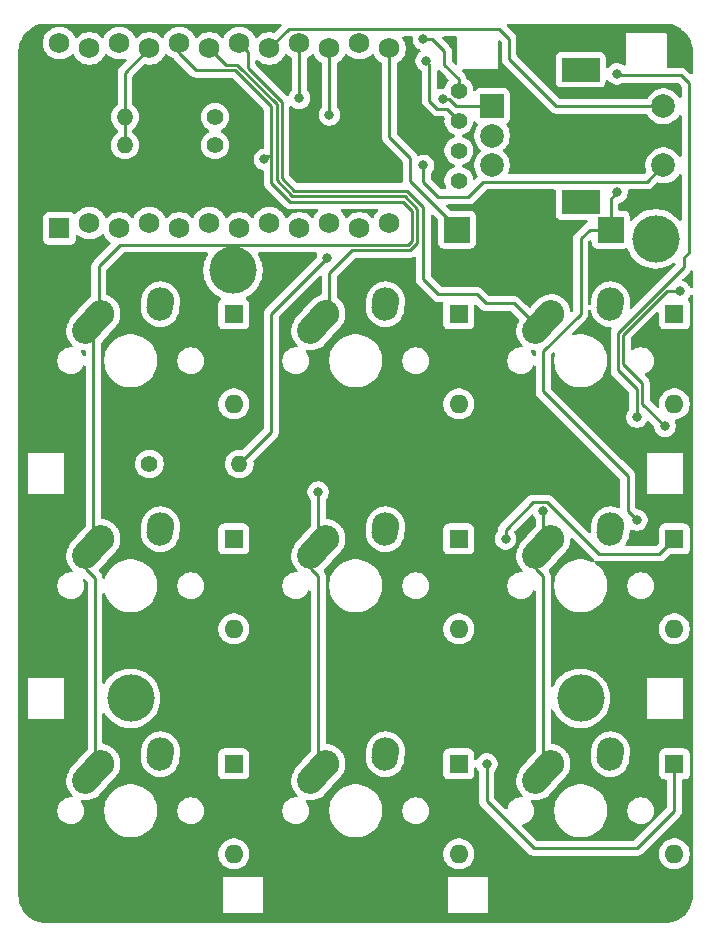
<source format=gbr>
%TF.GenerationSoftware,KiCad,Pcbnew,9.0.3*%
%TF.CreationDate,2025-07-17T06:47:07+08:00*%
%TF.ProjectId,bongopad,626f6e67-6f70-4616-942e-6b696361645f,v1.1*%
%TF.SameCoordinates,Original*%
%TF.FileFunction,Copper,L2,Bot*%
%TF.FilePolarity,Positive*%
%FSLAX46Y46*%
G04 Gerber Fmt 4.6, Leading zero omitted, Abs format (unit mm)*
G04 Created by KiCad (PCBNEW 9.0.3) date 2025-07-17 06:47:07*
%MOMM*%
%LPD*%
G01*
G04 APERTURE LIST*
G04 Aperture macros list*
%AMHorizOval*
0 Thick line with rounded ends*
0 $1 width*
0 $2 $3 position (X,Y) of the first rounded end (center of the circle)*
0 $4 $5 position (X,Y) of the second rounded end (center of the circle)*
0 Add line between two ends*
20,1,$1,$2,$3,$4,$5,0*
0 Add two circle primitives to create the rounded ends*
1,1,$1,$2,$3*
1,1,$1,$4,$5*%
G04 Aperture macros list end*
%TA.AperFunction,ComponentPad*%
%ADD10C,1.397000*%
%TD*%
%TA.AperFunction,ComponentPad*%
%ADD11R,1.752600X1.752600*%
%TD*%
%TA.AperFunction,ComponentPad*%
%ADD12C,1.752600*%
%TD*%
%TA.AperFunction,ComponentPad*%
%ADD13HorizOval,2.250000X0.655001X0.730000X-0.655001X-0.730000X0*%
%TD*%
%TA.AperFunction,ComponentPad*%
%ADD14C,2.250000*%
%TD*%
%TA.AperFunction,ComponentPad*%
%ADD15HorizOval,2.250000X0.020000X0.290000X-0.020000X-0.290000X0*%
%TD*%
%TA.AperFunction,WasherPad*%
%ADD16R,3.200000X2.000000*%
%TD*%
%TA.AperFunction,ComponentPad*%
%ADD17R,2.000000X2.000000*%
%TD*%
%TA.AperFunction,ComponentPad*%
%ADD18C,2.000000*%
%TD*%
%TA.AperFunction,ComponentPad*%
%ADD19C,1.400000*%
%TD*%
%TA.AperFunction,ComponentPad*%
%ADD20O,1.400000X1.400000*%
%TD*%
%TA.AperFunction,ComponentPad*%
%ADD21R,1.600000X1.600000*%
%TD*%
%TA.AperFunction,ComponentPad*%
%ADD22O,1.600000X1.600000*%
%TD*%
%TA.AperFunction,SMDPad,CuDef*%
%ADD23R,2.200000X2.200000*%
%TD*%
%TA.AperFunction,ComponentPad*%
%ADD24C,0.500000*%
%TD*%
%TA.AperFunction,ComponentPad*%
%ADD25C,4.000000*%
%TD*%
%TA.AperFunction,ViaPad*%
%ADD26C,0.800000*%
%TD*%
%TA.AperFunction,Conductor*%
%ADD27C,0.250000*%
%TD*%
G04 APERTURE END LIST*
D10*
%TO.P,OL1,1,SDA*%
%TO.N,SDA*%
X160337500Y-80803750D03*
%TO.P,OL1,2,SCL*%
%TO.N,SCL*%
X160337500Y-78263750D03*
%TO.P,OL1,3,VCC*%
%TO.N,VCC*%
X160337500Y-75723750D03*
%TO.P,OL1,4,GND*%
%TO.N,GND*%
X160337500Y-73183750D03*
%TD*%
D11*
%TO.P,U1,1,TX0/D3*%
%TO.N,unconnected-(U1-Pad1)*%
X126523750Y-84842350D03*
D12*
%TO.P,U1,2,RX1/D2*%
%TO.N,unconnected-(U1-Pad2)*%
X129063750Y-84385150D03*
%TO.P,U1,3,GND*%
%TO.N,unconnected-(U1-Pad3)*%
X131603750Y-84842350D03*
%TO.P,U1,4,GND*%
%TO.N,unconnected-(U1-Pad4)*%
X134143750Y-84385150D03*
%TO.P,U1,5,2/D1/SDA*%
%TO.N,SDA*%
X136683750Y-84842350D03*
%TO.P,U1,6,3/D0/SCL*%
%TO.N,SCL*%
X139223750Y-84385150D03*
%TO.P,U1,7,4/D4*%
%TO.N,row3*%
X141763750Y-84842350D03*
%TO.P,U1,8,5/C6*%
%TO.N,row2*%
X144303750Y-84385150D03*
%TO.P,U1,9,6/D7*%
%TO.N,row1*%
X146843750Y-84842350D03*
%TO.P,U1,10,7/E6*%
%TO.N,DIN*%
X149383750Y-84385150D03*
%TO.P,U1,11,8/B4*%
%TO.N,unconnected-(U1-Pad11)*%
X151923750Y-84842350D03*
%TO.P,U1,12,9/B5*%
%TO.N,unconnected-(U1-Pad12)*%
X154463750Y-84385150D03*
%TO.P,U1,13,B6/10*%
%TO.N,audio*%
X154463750Y-69602350D03*
%TO.P,U1,14,B2/16*%
%TO.N,unconnected-(U1-Pad14)*%
X151923750Y-69145150D03*
%TO.P,U1,15,B3/14*%
%TO.N,rotaryB*%
X149383750Y-69602350D03*
%TO.P,U1,16,B1/15*%
%TO.N,rotaryA*%
X146843750Y-69145150D03*
%TO.P,U1,17,F7/A0*%
%TO.N,row0*%
X144303750Y-69602350D03*
%TO.P,U1,18,F6/A1*%
%TO.N,colomn3*%
X141763750Y-69145150D03*
%TO.P,U1,19,F5/A2*%
%TO.N,colomn2*%
X139223750Y-69602350D03*
%TO.P,U1,20,F4/A3*%
%TO.N,colomn1*%
X136683750Y-69145150D03*
%TO.P,U1,21,VCC*%
%TO.N,VCC*%
X134143750Y-69602350D03*
%TO.P,U1,22,RST*%
%TO.N,unconnected-(U1-Pad22)*%
X131603750Y-69145150D03*
%TO.P,U1,23,GND*%
%TO.N,GND*%
X129063750Y-69602350D03*
%TO.P,U1,24,RAW*%
%TO.N,unconnected-(U1-Pad24)*%
X126523750Y-69145150D03*
%TD*%
D13*
%TO.P,MX8,1,COL*%
%TO.N,colomn3*%
X167501251Y-111823750D03*
D14*
X168156250Y-111093750D03*
D15*
%TO.P,MX8,2,ROW*%
%TO.N,Net-(D8-Pad2)*%
X173176250Y-110303750D03*
D14*
X173196250Y-110013750D03*
%TD*%
%TO.P,MX7,1,COL*%
%TO.N,colomn3*%
X168156250Y-92043750D03*
D13*
X167501251Y-92773750D03*
D14*
%TO.P,MX7,2,ROW*%
%TO.N,Net-(D7-Pad2)*%
X173196250Y-90963750D03*
D15*
X173176250Y-91253750D03*
%TD*%
D13*
%TO.P,MX6,1,COL*%
%TO.N,colomn2*%
X148451251Y-130873750D03*
D14*
X149106250Y-130143750D03*
%TO.P,MX6,2,ROW*%
%TO.N,Net-(D6-Pad2)*%
X154146250Y-129063750D03*
D15*
X154126250Y-129353750D03*
%TD*%
D13*
%TO.P,MX5,1,COL*%
%TO.N,colomn2*%
X148451251Y-111823750D03*
D14*
X149106250Y-111093750D03*
%TO.P,MX5,2,ROW*%
%TO.N,Net-(D5-Pad2)*%
X154146250Y-110013750D03*
D15*
X154126250Y-110303750D03*
%TD*%
D13*
%TO.P,MX4,1,COL*%
%TO.N,colomn2*%
X148451251Y-92773750D03*
D14*
X149106250Y-92043750D03*
%TO.P,MX4,2,ROW*%
%TO.N,Net-(D4-Pad2)*%
X154146250Y-90963750D03*
D15*
X154126250Y-91253750D03*
%TD*%
D13*
%TO.P,MX3,1,COL*%
%TO.N,colomn1*%
X129401251Y-130873750D03*
D14*
X130056250Y-130143750D03*
%TO.P,MX3,2,ROW*%
%TO.N,Net-(D3-Pad2)*%
X135096250Y-129063750D03*
D15*
X135076250Y-129353750D03*
%TD*%
D13*
%TO.P,MX9,1,COL*%
%TO.N,colomn3*%
X167501251Y-130873750D03*
D14*
X168156250Y-130143750D03*
D15*
%TO.P,MX9,2,ROW*%
%TO.N,Net-(D9-Pad2)*%
X173176250Y-129353750D03*
D14*
X173196250Y-129063750D03*
%TD*%
%TO.P,MX2,1,COL*%
%TO.N,colomn1*%
X130056250Y-111093750D03*
D13*
X129401251Y-111823750D03*
D14*
%TO.P,MX2,2,ROW*%
%TO.N,Net-(D2-Pad2)*%
X135096250Y-110013750D03*
D15*
X135076250Y-110303750D03*
%TD*%
D14*
%TO.P,MX1,1,COL*%
%TO.N,colomn1*%
X130056250Y-92043750D03*
D13*
X129401251Y-92773750D03*
D15*
%TO.P,MX1,2,ROW*%
%TO.N,Net-(D1-Pad2)*%
X135076250Y-91253750D03*
D14*
X135096250Y-90963750D03*
%TD*%
D16*
%TO.P,SW1,*%
%TO.N,*%
X170656250Y-71393750D03*
X170656250Y-82593750D03*
D17*
%TO.P,SW1,A,A*%
%TO.N,rotaryA*%
X163156250Y-74493750D03*
D18*
%TO.P,SW1,B,B*%
%TO.N,rotaryB*%
X163156250Y-79493750D03*
%TO.P,SW1,C,C*%
%TO.N,GND*%
X163156250Y-76993750D03*
%TO.P,SW1,S1,S1*%
%TO.N,colomn1*%
X177656250Y-79493750D03*
%TO.P,SW1,S2,S2*%
%TO.N,row0*%
X177656250Y-74493750D03*
%TD*%
D19*
%TO.P,R2,1*%
%TO.N,rotaryB*%
X139700000Y-77787500D03*
D20*
%TO.P,R2,2*%
%TO.N,VCC*%
X132080000Y-77787500D03*
%TD*%
D19*
%TO.P,R1,1*%
%TO.N,rotaryA*%
X139700000Y-75406250D03*
D20*
%TO.P,R1,2*%
%TO.N,VCC*%
X132080000Y-75406250D03*
%TD*%
D21*
%TO.P,D1,1,K*%
%TO.N,row1*%
X141287500Y-92075000D03*
D22*
%TO.P,D1,2,A*%
%TO.N,Net-(D1-Pad2)*%
X141287500Y-99695000D03*
%TD*%
D21*
%TO.P,D2,1,K*%
%TO.N,row2*%
X141287500Y-111125000D03*
D22*
%TO.P,D2,2,A*%
%TO.N,Net-(D2-Pad2)*%
X141287500Y-118745000D03*
%TD*%
D21*
%TO.P,D3,1,K*%
%TO.N,row3*%
X141287500Y-130175000D03*
D22*
%TO.P,D3,2,A*%
%TO.N,Net-(D3-Pad2)*%
X141287500Y-137795000D03*
%TD*%
D21*
%TO.P,D5,1,K*%
%TO.N,row2*%
X160337500Y-111125000D03*
D22*
%TO.P,D5,2,A*%
%TO.N,Net-(D5-Pad2)*%
X160337500Y-118745000D03*
%TD*%
D21*
%TO.P,D7,1,K*%
%TO.N,row1*%
X178593750Y-92075000D03*
D22*
%TO.P,D7,2,A*%
%TO.N,Net-(D7-Pad2)*%
X178593750Y-99695000D03*
%TD*%
D21*
%TO.P,D8,1,K*%
%TO.N,row2*%
X178593750Y-111125000D03*
D22*
%TO.P,D8,2,A*%
%TO.N,Net-(D8-Pad2)*%
X178593750Y-118745000D03*
%TD*%
D21*
%TO.P,D9,1,K*%
%TO.N,row3*%
X178593750Y-130175000D03*
D22*
%TO.P,D9,2,A*%
%TO.N,Net-(D9-Pad2)*%
X178593750Y-137795000D03*
%TD*%
D21*
%TO.P,D6,1,K*%
%TO.N,row3*%
X160337500Y-130175000D03*
D22*
%TO.P,D6,2,A*%
%TO.N,Net-(D6-Pad2)*%
X160337500Y-137795000D03*
%TD*%
D23*
%TO.P,LS1,1*%
%TO.N,audio*%
X160187500Y-84931250D03*
%TO.P,LS1,2*%
%TO.N,GND*%
X173187500Y-84931250D03*
%TD*%
D19*
%TO.P,R3,1*%
%TO.N,Net-(LED1-Pad4)*%
X134143750Y-104775000D03*
D20*
%TO.P,R3,2*%
%TO.N,DIN*%
X141763750Y-104775000D03*
%TD*%
D24*
%TO.P,H1,1*%
%TO.N,N/C*%
X142724000Y-88392000D03*
X140164000Y-87332000D03*
X141224000Y-89892000D03*
X141224000Y-86892000D03*
X142284000Y-89452000D03*
X142284000Y-87332000D03*
D25*
X141224000Y-88392000D03*
D24*
X140164000Y-89452000D03*
X139724000Y-88392000D03*
%TD*%
%TO.P,H3,1*%
%TO.N,N/C*%
X131056250Y-124618750D03*
X132556250Y-126118750D03*
X133616250Y-123558750D03*
X131496250Y-123558750D03*
D25*
X132556250Y-124618750D03*
D24*
X133616250Y-125678750D03*
X132556250Y-123118750D03*
X134056250Y-124618750D03*
X131496250Y-125678750D03*
%TD*%
%TO.P,H2,1*%
%TO.N,N/C*%
X175506250Y-85725000D03*
X178506250Y-85725000D03*
D25*
X177006250Y-85725000D03*
D24*
X177006250Y-87225000D03*
X178066250Y-84665000D03*
X175946250Y-84665000D03*
X177006250Y-84225000D03*
X178066250Y-86785000D03*
X175946250Y-86785000D03*
%TD*%
%TO.P,H4,1*%
%TO.N,N/C*%
X172156250Y-124618750D03*
X169596250Y-123558750D03*
X170656250Y-123118750D03*
D25*
X170656250Y-124618750D03*
D24*
X169156250Y-124618750D03*
X169596250Y-125678750D03*
X171716250Y-125678750D03*
X170656250Y-126118750D03*
X171716250Y-123558750D03*
%TD*%
D21*
%TO.P,D4,1,K*%
%TO.N,row1*%
X160337500Y-92075000D03*
D22*
%TO.P,D4,2,A*%
%TO.N,Net-(D4-Pad2)*%
X160337500Y-99695000D03*
%TD*%
D26*
%TO.N,row2*%
X164306250Y-111125000D03*
%TO.N,row3*%
X162718750Y-130175000D03*
%TO.N,colomn1*%
X143891000Y-78994000D03*
X157353000Y-79502000D03*
%TO.N,colomn2*%
X148431250Y-107156250D03*
%TO.N,colomn3*%
X167481250Y-108743750D03*
%TO.N,GND*%
X173736000Y-81787994D03*
X157353000Y-68834000D03*
X175418750Y-109537500D03*
%TO.N,VCC*%
X157575250Y-70643750D03*
X173736000Y-71755000D03*
X175418750Y-100806250D03*
%TO.N,rotaryA*%
X146843750Y-73818750D03*
X159004000Y-73914000D03*
%TO.N,rotaryB*%
X149383750Y-75247500D03*
%TO.N,DIN*%
X149225000Y-87312500D03*
%TO.N,Net-(LED6-Pad2)*%
X177800000Y-101600000D03*
X179070000Y-90170000D03*
%TD*%
D27*
%TO.N,row2*%
X177323750Y-112395000D02*
X178593750Y-111125000D01*
X172205502Y-112395000D02*
X177323750Y-112395000D01*
X164306250Y-111125000D02*
X164306250Y-110331250D01*
X167829251Y-108018749D02*
X172205502Y-112395000D01*
X164306250Y-110331250D02*
X166618751Y-108018749D01*
X166618751Y-108018749D02*
X167829251Y-108018749D01*
%TO.N,row3*%
X162718750Y-133350000D02*
X166687500Y-137318750D01*
X175418750Y-137318750D02*
X178593750Y-134143750D01*
X162718750Y-130175000D02*
X162718750Y-133350000D01*
X166687500Y-137318750D02*
X175418750Y-137318750D01*
X178593750Y-134143750D02*
X178593750Y-130175000D01*
%TO.N,colomn1*%
X176251000Y-80899000D02*
X162412516Y-80899000D01*
X129871249Y-88060751D02*
X129871249Y-92378751D01*
X129540000Y-114458750D02*
X129540000Y-130810000D01*
X144462499Y-80965321D02*
X146058200Y-82561022D01*
X128746250Y-112553750D02*
X128746250Y-113665000D01*
X156018090Y-86233000D02*
X131699000Y-86233000D01*
X144208500Y-78676500D02*
X143891000Y-78994000D01*
X155583202Y-82561022D02*
X156368750Y-83346570D01*
X144462500Y-74485500D02*
X144462500Y-78676500D01*
X131699000Y-86233000D02*
X129871249Y-88060751D01*
X177656250Y-79493750D02*
X176251000Y-80899000D01*
X138112500Y-71437500D02*
X141414500Y-71437500D01*
X128746250Y-113665000D02*
X129540000Y-114458750D01*
X129381250Y-111918750D02*
X128746250Y-112553750D01*
X129871249Y-92378751D02*
X128746250Y-93503750D01*
X141414500Y-71437500D02*
X144462500Y-74485500D01*
X136683750Y-69145150D02*
X136683750Y-70008750D01*
X161142516Y-82169000D02*
X158623000Y-82169000D01*
X129540000Y-130810000D02*
X128746250Y-131603750D01*
X146058200Y-82561022D02*
X155583202Y-82561022D01*
X128746250Y-93503750D02*
X129381250Y-94138750D01*
X144462500Y-78676500D02*
X144462500Y-79375000D01*
X162412516Y-80899000D02*
X161142516Y-82169000D01*
X136683750Y-70008750D02*
X138112500Y-71437500D01*
X157353000Y-80899000D02*
X157353000Y-79502000D01*
X156368750Y-85882340D02*
X156018090Y-86233000D01*
X129381250Y-94138750D02*
X129381250Y-111918750D01*
X158623000Y-82169000D02*
X157353000Y-80899000D01*
X144462500Y-78676500D02*
X144208500Y-78676500D01*
X156368750Y-83346570D02*
X156368750Y-85882340D01*
X144462500Y-79375000D02*
X144462499Y-80965321D01*
%TO.N,colomn2*%
X144912510Y-80778921D02*
X146244600Y-82111011D01*
X156845000Y-86045990D02*
X156207980Y-86683010D01*
X156207980Y-86683010D02*
X151314990Y-86683010D01*
X141600901Y-70987491D02*
X144912510Y-74299100D01*
X148431250Y-107156250D02*
X148431250Y-111918750D01*
X146244600Y-82111011D02*
X155769601Y-82111011D01*
X155769601Y-82111011D02*
X156845000Y-83186410D01*
X140608891Y-70987491D02*
X141600901Y-70987491D01*
X148431250Y-130968750D02*
X147796250Y-131603750D01*
X148431250Y-93503750D02*
X147796250Y-93503750D01*
X148431250Y-114300000D02*
X148431250Y-130968750D01*
X148431250Y-111918750D02*
X147796250Y-112553750D01*
X144912510Y-74299100D02*
X144912510Y-80778921D01*
X147796250Y-112553750D02*
X147796250Y-113665000D01*
X156845000Y-83186410D02*
X156845000Y-86045990D01*
X149387240Y-92547760D02*
X148431250Y-93503750D01*
X151314990Y-86683010D02*
X149387240Y-88610760D01*
X149387240Y-88610760D02*
X149387240Y-92547760D01*
X139223750Y-69602350D02*
X140608891Y-70987491D01*
X147796250Y-113665000D02*
X148431250Y-114300000D01*
%TO.N,colomn3*%
X157353000Y-83058000D02*
X157353000Y-89154000D01*
X166846250Y-112553750D02*
X166846250Y-113665000D01*
X158623000Y-90424000D02*
X161861500Y-90424000D01*
X141763750Y-69145150D02*
X142494000Y-69875400D01*
X145362521Y-74112700D02*
X145362521Y-80592521D01*
X167481250Y-130968750D02*
X166846250Y-131603750D01*
X165000249Y-91181499D02*
X166846250Y-93027500D01*
X167481250Y-114300000D02*
X167481250Y-130968750D01*
X155956000Y-81661000D02*
X157353000Y-83058000D01*
X167481250Y-111918750D02*
X166846250Y-112553750D01*
X162618999Y-91181499D02*
X165000249Y-91181499D01*
X142494000Y-69875400D02*
X142494000Y-71244180D01*
X157353000Y-89154000D02*
X158623000Y-90424000D01*
X166846250Y-113665000D02*
X167481250Y-114300000D01*
X161861500Y-90424000D02*
X162618999Y-91181499D01*
X146431000Y-81661000D02*
X155956000Y-81661000D01*
X142494000Y-71244180D02*
X145362521Y-74112700D01*
X167481250Y-108743750D02*
X167481250Y-111918750D01*
X145362521Y-80592521D02*
X146431000Y-81661000D01*
X166846250Y-93027500D02*
X166846250Y-93503750D01*
%TO.N,GND*%
X173187500Y-84931250D02*
X173187500Y-82336494D01*
X171412435Y-84931250D02*
X173187500Y-84931250D01*
X174646251Y-105802501D02*
X174646251Y-108765001D01*
X173662500Y-104818750D02*
X167481250Y-98637500D01*
X174646251Y-108765001D02*
X175418750Y-109537500D01*
X173187500Y-82336494D02*
X173736000Y-81787994D01*
X170656250Y-85687435D02*
X171412435Y-84931250D01*
X160337500Y-72195922D02*
X159131000Y-70989422D01*
X158115000Y-68834000D02*
X157353000Y-68834000D01*
X167481250Y-98637500D02*
X167481250Y-95250000D01*
X170656250Y-92075000D02*
X170656250Y-85687435D01*
X159131000Y-70989422D02*
X159131000Y-69850000D01*
X160337500Y-73183750D02*
X160337500Y-72195922D01*
X159131000Y-69850000D02*
X158115000Y-68834000D01*
X173662500Y-104818750D02*
X174646251Y-105802501D01*
X167481250Y-95250000D02*
X170656250Y-92075000D01*
%TO.N,VCC*%
X132080000Y-77787500D02*
X132080000Y-75406250D01*
X179387500Y-88106250D02*
X179387500Y-87312500D01*
X179197000Y-71882000D02*
X173863000Y-71882000D01*
X179831240Y-72898000D02*
X179831240Y-72516240D01*
X132080000Y-71666100D02*
X134143750Y-69602350D01*
X179831240Y-86868760D02*
X179831240Y-77754990D01*
X175418750Y-98425000D02*
X173831250Y-96837500D01*
X173831250Y-93662500D02*
X179387500Y-88106250D01*
X157861000Y-70929500D02*
X157575250Y-70643750D01*
X179831240Y-72516240D02*
X179197000Y-71882000D01*
X173863000Y-71882000D02*
X173736000Y-71755000D01*
X159313999Y-74700249D02*
X158520249Y-74700249D01*
X158520249Y-74700249D02*
X157861000Y-74041000D01*
X132080000Y-75406250D02*
X132080000Y-71666100D01*
X173831250Y-96837500D02*
X173831250Y-93662500D01*
X179831240Y-77754990D02*
X179831240Y-72898000D01*
X175418750Y-100806250D02*
X175418750Y-98425000D01*
X160337500Y-75723750D02*
X159313999Y-74700249D01*
X179387500Y-87312500D02*
X179831240Y-86868760D01*
X157861000Y-74041000D02*
X157861000Y-70929500D01*
%TO.N,rotaryA*%
X159552968Y-73914000D02*
X159004000Y-73914000D01*
X160132718Y-74493750D02*
X159552968Y-73914000D01*
X146843750Y-69145150D02*
X146843750Y-73818750D01*
X163156250Y-74493750D02*
X160132718Y-74493750D01*
%TO.N,rotaryB*%
X149383750Y-69602350D02*
X149383750Y-75247500D01*
%TO.N,row0*%
X164592000Y-70485000D02*
X164592000Y-68772514D01*
X145962251Y-67943849D02*
X144303750Y-69602350D01*
X168600750Y-74493750D02*
X164592000Y-70485000D01*
X164592000Y-68772514D02*
X163763335Y-67943849D01*
X163763335Y-67943849D02*
X145962251Y-67943849D01*
X177656250Y-74493750D02*
X168600750Y-74493750D01*
%TO.N,audio*%
X159543750Y-84137500D02*
X160187500Y-84137500D01*
X156210000Y-80803750D02*
X159543750Y-84137500D01*
X154463750Y-77120750D02*
X156210000Y-78867000D01*
X156210000Y-78867000D02*
X156210000Y-80803750D01*
X154463750Y-69602350D02*
X154463750Y-77120750D01*
%TO.N,DIN*%
X144462500Y-102076250D02*
X144462500Y-92075000D01*
X144462500Y-92075000D02*
X149225000Y-87312500D01*
X141763750Y-104775000D02*
X144462500Y-102076250D01*
%TO.N,Net-(LED6-Pad2)*%
X175868270Y-99668270D02*
X175868270Y-97942861D01*
X174280770Y-96355361D02*
X174280770Y-93848698D01*
X175868270Y-97942861D02*
X174280770Y-96355361D01*
X174280770Y-93848698D02*
X177959468Y-90170000D01*
X177959468Y-90170000D02*
X179070000Y-90170000D01*
X177800000Y-101600000D02*
X175868270Y-99668270D01*
%TD*%
%TA.AperFunction,NonConductor*%
G36*
X160141621Y-68597351D02*
G01*
X160188114Y-68651007D01*
X160199500Y-68703349D01*
X160199500Y-70857827D01*
X160179498Y-70925948D01*
X160125842Y-70972441D01*
X160055568Y-70982545D01*
X159990988Y-70953051D01*
X159984405Y-70946922D01*
X159801405Y-70763922D01*
X159767379Y-70701610D01*
X159764500Y-70674827D01*
X159764500Y-69787607D01*
X159764499Y-69787603D01*
X159761030Y-69770163D01*
X159740155Y-69665215D01*
X159692400Y-69549925D01*
X159623071Y-69446167D01*
X159534833Y-69357929D01*
X158969348Y-68792444D01*
X158935322Y-68730132D01*
X158940387Y-68659317D01*
X158982934Y-68602481D01*
X159049454Y-68577670D01*
X159058443Y-68577349D01*
X160073500Y-68577349D01*
X160141621Y-68597351D01*
G37*
%TD.AperFunction*%
%TA.AperFunction,NonConductor*%
G36*
X158703012Y-71457792D02*
G01*
X158709580Y-71463906D01*
X159265673Y-72020000D01*
X159440888Y-72195215D01*
X159474913Y-72257527D01*
X159469848Y-72328343D01*
X159440889Y-72373404D01*
X159416853Y-72397440D01*
X159305183Y-72551140D01*
X159218930Y-72720421D01*
X159218927Y-72720427D01*
X159160220Y-72901110D01*
X159159066Y-72905920D01*
X159157519Y-72905548D01*
X159130102Y-72963372D01*
X159069831Y-73000894D01*
X159036073Y-73005500D01*
X158914518Y-73005500D01*
X158738994Y-73040414D01*
X158668718Y-73069524D01*
X158598128Y-73077113D01*
X158534641Y-73045333D01*
X158498414Y-72984275D01*
X158494500Y-72953115D01*
X158494500Y-71553016D01*
X158514502Y-71484895D01*
X158568158Y-71438402D01*
X158638432Y-71428298D01*
X158703012Y-71457792D01*
G37*
%TD.AperFunction*%
%TA.AperFunction,NonConductor*%
G36*
X145769374Y-70038702D02*
G01*
X145802875Y-70062679D01*
X145941607Y-70201411D01*
X145941610Y-70201413D01*
X145941613Y-70201416D01*
X146021559Y-70259500D01*
X146117955Y-70329536D01*
X146117960Y-70329539D01*
X146141450Y-70341507D01*
X146193067Y-70390254D01*
X146210250Y-70453775D01*
X146210250Y-73115247D01*
X146190248Y-73183368D01*
X146173345Y-73204342D01*
X146138074Y-73239612D01*
X146138069Y-73239619D01*
X146038649Y-73388412D01*
X145970161Y-73553754D01*
X145968369Y-73559664D01*
X145965734Y-73558864D01*
X145938321Y-73611251D01*
X145876620Y-73646373D01*
X145805726Y-73642562D01*
X145758568Y-73612841D01*
X143164405Y-71018679D01*
X143149462Y-70991314D01*
X143132604Y-70965082D01*
X143131697Y-70958780D01*
X143130380Y-70956367D01*
X143127500Y-70929584D01*
X143127500Y-70688694D01*
X143147502Y-70620573D01*
X143201158Y-70574080D01*
X143271432Y-70563976D01*
X143336012Y-70593470D01*
X143342595Y-70599599D01*
X143401607Y-70658611D01*
X143401610Y-70658613D01*
X143401613Y-70658616D01*
X143577957Y-70786737D01*
X143772171Y-70885694D01*
X143979475Y-70953052D01*
X144194764Y-70987150D01*
X144194767Y-70987150D01*
X144412733Y-70987150D01*
X144412736Y-70987150D01*
X144628025Y-70953052D01*
X144835329Y-70885694D01*
X145029543Y-70786737D01*
X145205887Y-70658616D01*
X145360016Y-70504487D01*
X145488137Y-70328143D01*
X145587094Y-70133929D01*
X145593947Y-70112838D01*
X145634021Y-70054232D01*
X145699417Y-70026595D01*
X145769374Y-70038702D01*
G37*
%TD.AperFunction*%
%TA.AperFunction,NonConductor*%
G36*
X177803801Y-67494480D02*
G01*
X177831100Y-67496131D01*
X178076357Y-67510966D01*
X178091438Y-67512797D01*
X178356280Y-67561331D01*
X178371031Y-67564967D01*
X178628091Y-67645069D01*
X178642308Y-67650462D01*
X178773143Y-67709346D01*
X178887820Y-67760958D01*
X178901292Y-67768029D01*
X179131693Y-67907311D01*
X179144212Y-67915951D01*
X179356156Y-68081999D01*
X179367544Y-68092089D01*
X179557910Y-68282455D01*
X179568000Y-68293843D01*
X179707921Y-68472439D01*
X179734045Y-68505783D01*
X179742688Y-68518306D01*
X179881970Y-68748707D01*
X179889041Y-68762179D01*
X179999535Y-69007686D01*
X180004931Y-69021913D01*
X180085029Y-69278957D01*
X180088670Y-69293730D01*
X180137200Y-69558549D01*
X180139034Y-69573653D01*
X180155520Y-69846197D01*
X180155750Y-69853805D01*
X180155750Y-71640654D01*
X180135748Y-71708775D01*
X180082092Y-71755268D01*
X180011818Y-71765372D01*
X179947238Y-71735878D01*
X179940655Y-71729750D01*
X179692216Y-71481312D01*
X179600833Y-71389929D01*
X179497075Y-71320600D01*
X179381785Y-71272845D01*
X179308086Y-71258185D01*
X179259396Y-71248500D01*
X179259394Y-71248500D01*
X178064000Y-71248500D01*
X177995879Y-71228498D01*
X177949386Y-71174842D01*
X177938000Y-71122500D01*
X177938000Y-68339438D01*
X177937999Y-68339436D01*
X177923063Y-68324500D01*
X177923062Y-68324500D01*
X174523062Y-68324500D01*
X174501938Y-68324500D01*
X174501936Y-68324500D01*
X174487000Y-68339436D01*
X174487000Y-70928429D01*
X174466998Y-70996550D01*
X174413342Y-71043043D01*
X174343068Y-71053147D01*
X174290998Y-71033194D01*
X174200074Y-70972441D01*
X174166336Y-70949898D01*
X174049429Y-70901473D01*
X174001003Y-70881414D01*
X174001001Y-70881413D01*
X174001000Y-70881413D01*
X173912645Y-70863838D01*
X173825481Y-70846500D01*
X173825479Y-70846500D01*
X173646521Y-70846500D01*
X173646518Y-70846500D01*
X173515771Y-70872507D01*
X173471000Y-70881413D01*
X173470999Y-70881413D01*
X173470996Y-70881414D01*
X173305662Y-70949899D01*
X173156869Y-71049319D01*
X173156862Y-71049324D01*
X173030324Y-71175862D01*
X173030319Y-71175869D01*
X172995515Y-71227957D01*
X172941038Y-71273485D01*
X172870595Y-71282333D01*
X172806551Y-71251691D01*
X172769239Y-71191290D01*
X172764750Y-71157955D01*
X172764750Y-70345117D01*
X172764749Y-70345100D01*
X172758240Y-70284553D01*
X172758238Y-70284545D01*
X172707139Y-70147547D01*
X172707137Y-70147542D01*
X172619511Y-70030488D01*
X172502457Y-69942862D01*
X172502452Y-69942860D01*
X172365454Y-69891761D01*
X172365446Y-69891759D01*
X172304899Y-69885250D01*
X172304888Y-69885250D01*
X169007612Y-69885250D01*
X169007600Y-69885250D01*
X168947053Y-69891759D01*
X168947045Y-69891761D01*
X168810047Y-69942860D01*
X168810042Y-69942862D01*
X168692988Y-70030488D01*
X168605362Y-70147542D01*
X168605360Y-70147547D01*
X168554261Y-70284545D01*
X168554259Y-70284553D01*
X168547750Y-70345100D01*
X168547750Y-72442399D01*
X168554259Y-72502946D01*
X168554261Y-72502954D01*
X168605360Y-72639952D01*
X168605362Y-72639957D01*
X168692988Y-72757011D01*
X168810042Y-72844637D01*
X168810044Y-72844638D01*
X168810046Y-72844639D01*
X168869125Y-72866674D01*
X168947045Y-72895738D01*
X168947053Y-72895740D01*
X169007600Y-72902249D01*
X169007605Y-72902249D01*
X169007612Y-72902250D01*
X169007618Y-72902250D01*
X172304882Y-72902250D01*
X172304888Y-72902250D01*
X172304895Y-72902249D01*
X172304899Y-72902249D01*
X172365446Y-72895740D01*
X172365449Y-72895739D01*
X172365451Y-72895739D01*
X172502454Y-72844639D01*
X172520896Y-72830834D01*
X172619511Y-72757011D01*
X172707137Y-72639957D01*
X172707137Y-72639956D01*
X172707139Y-72639954D01*
X172758239Y-72502951D01*
X172762784Y-72460680D01*
X172764749Y-72442399D01*
X172764750Y-72442382D01*
X172764750Y-72352044D01*
X172784752Y-72283923D01*
X172838408Y-72237430D01*
X172908682Y-72227326D01*
X172973262Y-72256820D01*
X172995513Y-72282039D01*
X173030322Y-72334135D01*
X173156865Y-72460678D01*
X173305664Y-72560102D01*
X173471000Y-72628587D01*
X173646521Y-72663500D01*
X173646522Y-72663500D01*
X173825478Y-72663500D01*
X173825479Y-72663500D01*
X174001000Y-72628587D01*
X174166336Y-72560102D01*
X174201307Y-72536734D01*
X174269060Y-72515520D01*
X174271309Y-72515500D01*
X178882406Y-72515500D01*
X178950527Y-72535502D01*
X178971501Y-72552405D01*
X179160835Y-72741739D01*
X179194861Y-72804051D01*
X179197740Y-72830834D01*
X179197740Y-73671509D01*
X179177738Y-73739630D01*
X179124082Y-73786123D01*
X179053808Y-73796227D01*
X178989228Y-73766733D01*
X178959474Y-73728713D01*
X178954810Y-73719561D01*
X178946435Y-73703123D01*
X178806870Y-73511028D01*
X178806867Y-73511025D01*
X178806865Y-73511022D01*
X178638977Y-73343134D01*
X178638974Y-73343132D01*
X178638972Y-73343130D01*
X178451579Y-73206981D01*
X178446880Y-73203567D01*
X178446879Y-73203566D01*
X178446877Y-73203565D01*
X178235313Y-73095768D01*
X178235310Y-73095767D01*
X178235308Y-73095766D01*
X178009496Y-73022395D01*
X178009492Y-73022394D01*
X178009491Y-73022394D01*
X177774972Y-72985250D01*
X177537528Y-72985250D01*
X177303009Y-73022394D01*
X177303003Y-73022395D01*
X177077191Y-73095766D01*
X177077185Y-73095769D01*
X176865619Y-73203567D01*
X176673525Y-73343132D01*
X176673522Y-73343134D01*
X176505634Y-73511022D01*
X176505632Y-73511025D01*
X176366067Y-73703119D01*
X176366065Y-73703123D01*
X176323775Y-73786123D01*
X176321059Y-73791453D01*
X176272311Y-73843068D01*
X176208792Y-73860250D01*
X168915345Y-73860250D01*
X168847224Y-73840248D01*
X168826250Y-73823345D01*
X165262405Y-70259500D01*
X165228379Y-70197188D01*
X165225500Y-70170405D01*
X165225500Y-68710121D01*
X165225499Y-68710117D01*
X165223529Y-68700213D01*
X165201155Y-68587729D01*
X165153400Y-68472439D01*
X165084071Y-68368681D01*
X164995833Y-68280443D01*
X164424735Y-67709345D01*
X164390709Y-67647033D01*
X164395774Y-67576218D01*
X164438321Y-67519382D01*
X164504841Y-67494571D01*
X164513830Y-67494250D01*
X177791715Y-67494250D01*
X177796194Y-67494250D01*
X177803801Y-67494480D01*
G37*
%TD.AperFunction*%
%TA.AperFunction,NonConductor*%
G36*
X163859012Y-68935884D02*
G01*
X163865595Y-68942013D01*
X163921595Y-68998013D01*
X163955621Y-69060325D01*
X163958500Y-69087108D01*
X163958500Y-70547396D01*
X163959867Y-70554268D01*
X163982845Y-70669785D01*
X164030600Y-70785075D01*
X164099929Y-70888833D01*
X164099931Y-70888835D01*
X168196911Y-74985817D01*
X168196917Y-74985822D01*
X168300675Y-75055151D01*
X168382197Y-75088918D01*
X168415965Y-75102905D01*
X168538356Y-75127250D01*
X168538357Y-75127250D01*
X168663144Y-75127250D01*
X176208792Y-75127250D01*
X176276913Y-75147252D01*
X176321058Y-75196046D01*
X176366065Y-75284377D01*
X176505630Y-75476472D01*
X176505632Y-75476474D01*
X176505634Y-75476477D01*
X176673522Y-75644365D01*
X176673525Y-75644367D01*
X176673528Y-75644370D01*
X176865623Y-75783935D01*
X177077187Y-75891732D01*
X177303009Y-75965106D01*
X177537528Y-76002250D01*
X177537531Y-76002250D01*
X177774969Y-76002250D01*
X177774972Y-76002250D01*
X178009491Y-75965106D01*
X178235313Y-75891732D01*
X178446877Y-75783935D01*
X178638972Y-75644370D01*
X178806870Y-75476472D01*
X178946435Y-75284377D01*
X178959473Y-75258787D01*
X179008221Y-75207172D01*
X179077135Y-75190106D01*
X179144337Y-75213006D01*
X179188490Y-75268603D01*
X179197740Y-75315990D01*
X179197740Y-78671509D01*
X179177738Y-78739630D01*
X179124082Y-78786123D01*
X179053808Y-78796227D01*
X178989228Y-78766733D01*
X178959474Y-78728713D01*
X178946434Y-78703122D01*
X178937419Y-78690714D01*
X178806870Y-78511028D01*
X178806867Y-78511025D01*
X178806865Y-78511022D01*
X178638977Y-78343134D01*
X178638974Y-78343132D01*
X178638973Y-78343131D01*
X178638972Y-78343130D01*
X178446877Y-78203565D01*
X178235313Y-78095768D01*
X178235310Y-78095767D01*
X178235308Y-78095766D01*
X178009496Y-78022395D01*
X178009492Y-78022394D01*
X178009491Y-78022394D01*
X177774972Y-77985250D01*
X177537528Y-77985250D01*
X177303009Y-78022394D01*
X177303003Y-78022395D01*
X177077191Y-78095766D01*
X177077185Y-78095769D01*
X176865619Y-78203567D01*
X176673525Y-78343132D01*
X176673522Y-78343134D01*
X176505634Y-78511022D01*
X176505632Y-78511025D01*
X176366067Y-78703119D01*
X176258269Y-78914685D01*
X176258266Y-78914691D01*
X176184895Y-79140503D01*
X176184894Y-79140508D01*
X176184894Y-79140509D01*
X176147750Y-79375028D01*
X176147750Y-79612472D01*
X176172225Y-79767000D01*
X176184895Y-79846998D01*
X176184896Y-79846999D01*
X176215527Y-79941274D01*
X176215968Y-79956728D01*
X176221373Y-79971219D01*
X176216961Y-79991498D01*
X176217554Y-80012241D01*
X176209336Y-80026553D01*
X176206282Y-80040594D01*
X176184790Y-80069304D01*
X176025501Y-80228595D01*
X175963189Y-80262620D01*
X175936405Y-80265500D01*
X164661666Y-80265500D01*
X164593545Y-80245498D01*
X164547052Y-80191842D01*
X164536948Y-80121568D01*
X164549400Y-80082296D01*
X164554232Y-80072813D01*
X164627606Y-79846991D01*
X164664750Y-79612472D01*
X164664750Y-79375028D01*
X164627606Y-79140509D01*
X164554232Y-78914687D01*
X164446435Y-78703123D01*
X164306870Y-78511028D01*
X164306867Y-78511025D01*
X164306865Y-78511022D01*
X164138974Y-78343131D01*
X164135203Y-78339910D01*
X164136694Y-78338163D01*
X164099143Y-78289480D01*
X164093058Y-78218744D01*
X164126182Y-78155948D01*
X164135468Y-78147901D01*
X164135203Y-78147590D01*
X164138974Y-78144368D01*
X164306865Y-77976477D01*
X164306870Y-77976472D01*
X164446435Y-77784377D01*
X164554232Y-77572813D01*
X164627606Y-77346991D01*
X164664750Y-77112472D01*
X164664750Y-76875028D01*
X164627606Y-76640509D01*
X164554232Y-76414687D01*
X164446435Y-76203123D01*
X164382310Y-76114863D01*
X164358453Y-76047996D01*
X164374533Y-75978845D01*
X164408738Y-75939935D01*
X164519511Y-75857011D01*
X164607137Y-75739957D01*
X164607137Y-75739956D01*
X164607139Y-75739954D01*
X164658239Y-75602951D01*
X164664750Y-75542388D01*
X164664750Y-73445112D01*
X164658655Y-73388414D01*
X164658240Y-73384553D01*
X164658238Y-73384545D01*
X164607139Y-73247547D01*
X164607137Y-73247542D01*
X164519511Y-73130488D01*
X164402457Y-73042862D01*
X164402452Y-73042860D01*
X164265454Y-72991761D01*
X164265446Y-72991759D01*
X164204899Y-72985250D01*
X164204888Y-72985250D01*
X162107612Y-72985250D01*
X162107600Y-72985250D01*
X162047053Y-72991759D01*
X162047045Y-72991761D01*
X161910047Y-73042860D01*
X161910042Y-73042862D01*
X161792988Y-73130489D01*
X161771367Y-73159371D01*
X161714531Y-73201917D01*
X161643715Y-73206981D01*
X161581404Y-73172955D01*
X161547379Y-73110643D01*
X161545551Y-73093642D01*
X161544889Y-73093695D01*
X161544501Y-73088766D01*
X161544500Y-73088757D01*
X161514779Y-72901110D01*
X161456071Y-72720423D01*
X161369819Y-72551144D01*
X161258148Y-72397442D01*
X161258145Y-72397439D01*
X161258143Y-72397436D01*
X161123813Y-72263106D01*
X161123810Y-72263104D01*
X161123808Y-72263102D01*
X161015209Y-72184200D01*
X161000894Y-72165636D01*
X160983197Y-72150267D01*
X160976792Y-72134380D01*
X160971856Y-72127979D01*
X160968335Y-72117628D01*
X160966778Y-72112305D01*
X160946655Y-72011137D01*
X160917100Y-71939785D01*
X160898901Y-71895847D01*
X160829572Y-71792089D01*
X160628078Y-71590595D01*
X160594052Y-71528283D01*
X160599117Y-71457468D01*
X160641664Y-71400632D01*
X160708184Y-71375821D01*
X160717173Y-71375500D01*
X163635562Y-71375500D01*
X163650500Y-71360562D01*
X163650500Y-69031108D01*
X163670502Y-68962987D01*
X163724158Y-68916494D01*
X163794432Y-68906390D01*
X163859012Y-68935884D01*
G37*
%TD.AperFunction*%
%TA.AperFunction,NonConductor*%
G36*
X161683341Y-75769958D02*
G01*
X161697917Y-75770167D01*
X161715941Y-75782117D01*
X161736205Y-75789675D01*
X161753644Y-75807114D01*
X161757090Y-75809399D01*
X161761564Y-75815034D01*
X161792988Y-75857010D01*
X161903761Y-75939935D01*
X161946308Y-75996771D01*
X161951372Y-76067587D01*
X161930189Y-76114863D01*
X161866066Y-76203120D01*
X161758269Y-76414685D01*
X161758266Y-76414691D01*
X161684895Y-76640503D01*
X161684894Y-76640508D01*
X161684894Y-76640509D01*
X161647750Y-76875028D01*
X161647750Y-77112472D01*
X161684279Y-77343106D01*
X161684895Y-77346996D01*
X161758266Y-77572808D01*
X161758268Y-77572813D01*
X161866065Y-77784377D01*
X162005630Y-77976472D01*
X162005632Y-77976474D01*
X162005634Y-77976477D01*
X162173522Y-78144365D01*
X162177290Y-78147583D01*
X162175806Y-78149320D01*
X162213375Y-78198064D01*
X162219434Y-78268801D01*
X162186287Y-78331585D01*
X162177027Y-78339609D01*
X162177290Y-78339917D01*
X162173522Y-78343134D01*
X162005634Y-78511022D01*
X162005632Y-78511025D01*
X161866067Y-78703119D01*
X161758269Y-78914685D01*
X161758266Y-78914691D01*
X161684895Y-79140503D01*
X161684894Y-79140508D01*
X161684894Y-79140509D01*
X161647750Y-79375028D01*
X161647750Y-79612472D01*
X161672927Y-79771431D01*
X161684895Y-79846996D01*
X161758266Y-80072808D01*
X161758268Y-80072813D01*
X161799285Y-80153313D01*
X161866066Y-80284379D01*
X161914396Y-80350900D01*
X161926041Y-80383540D01*
X161938138Y-80415971D01*
X161937939Y-80416885D01*
X161938254Y-80417768D01*
X161930404Y-80451521D01*
X161923047Y-80485345D01*
X161922310Y-80486329D01*
X161922173Y-80486919D01*
X161901555Y-80514055D01*
X161741558Y-80674053D01*
X161679246Y-80708078D01*
X161608430Y-80703014D01*
X161551594Y-80660467D01*
X161528014Y-80604671D01*
X161514779Y-80521110D01*
X161456071Y-80340423D01*
X161369819Y-80171144D01*
X161258148Y-80017442D01*
X161258145Y-80017439D01*
X161258143Y-80017436D01*
X161123813Y-79883106D01*
X161123810Y-79883104D01*
X161123808Y-79883102D01*
X160970106Y-79771431D01*
X160800827Y-79685179D01*
X160800824Y-79685178D01*
X160800822Y-79685177D01*
X160703583Y-79653583D01*
X160644977Y-79613510D01*
X160617340Y-79548113D01*
X160629447Y-79478156D01*
X160677453Y-79425850D01*
X160703583Y-79413917D01*
X160800827Y-79382321D01*
X160970106Y-79296069D01*
X161123808Y-79184398D01*
X161258148Y-79050058D01*
X161369819Y-78896356D01*
X161456071Y-78727077D01*
X161514779Y-78546390D01*
X161544500Y-78358743D01*
X161544500Y-78168757D01*
X161514779Y-77981110D01*
X161456071Y-77800423D01*
X161369819Y-77631144D01*
X161258148Y-77477442D01*
X161258145Y-77477439D01*
X161258143Y-77477436D01*
X161123813Y-77343106D01*
X161123810Y-77343104D01*
X161123808Y-77343102D01*
X160970106Y-77231431D01*
X160800827Y-77145179D01*
X160800824Y-77145178D01*
X160800822Y-77145177D01*
X160703583Y-77113583D01*
X160644977Y-77073510D01*
X160617340Y-77008113D01*
X160629447Y-76938156D01*
X160677453Y-76885850D01*
X160703583Y-76873917D01*
X160728848Y-76865708D01*
X160800827Y-76842321D01*
X160970106Y-76756069D01*
X161123808Y-76644398D01*
X161258148Y-76510058D01*
X161369819Y-76356356D01*
X161456071Y-76187077D01*
X161514779Y-76006390D01*
X161536250Y-75870829D01*
X161545512Y-75851291D01*
X161550109Y-75830160D01*
X161560415Y-75819852D01*
X161566660Y-75806681D01*
X161585017Y-75795249D01*
X161600310Y-75779957D01*
X161614553Y-75776858D01*
X161626928Y-75769153D01*
X161648553Y-75769461D01*
X161669684Y-75764865D01*
X161683341Y-75769958D01*
G37*
%TD.AperFunction*%
%TA.AperFunction,NonConductor*%
G36*
X150849374Y-70038702D02*
G01*
X150882875Y-70062679D01*
X151021607Y-70201411D01*
X151021610Y-70201413D01*
X151021613Y-70201416D01*
X151197957Y-70329537D01*
X151392171Y-70428494D01*
X151599475Y-70495852D01*
X151814764Y-70529950D01*
X151814767Y-70529950D01*
X152032733Y-70529950D01*
X152032736Y-70529950D01*
X152248025Y-70495852D01*
X152455329Y-70428494D01*
X152649543Y-70329537D01*
X152825887Y-70201416D01*
X152964625Y-70062677D01*
X153026935Y-70028654D01*
X153097751Y-70033718D01*
X153154587Y-70076265D01*
X153173551Y-70112833D01*
X153180406Y-70133929D01*
X153220905Y-70213412D01*
X153279365Y-70328146D01*
X153289072Y-70341507D01*
X153407484Y-70504487D01*
X153407486Y-70504489D01*
X153407488Y-70504492D01*
X153561607Y-70658611D01*
X153561610Y-70658613D01*
X153561613Y-70658616D01*
X153655759Y-70727017D01*
X153737955Y-70786736D01*
X153737960Y-70786739D01*
X153761450Y-70798707D01*
X153813067Y-70847454D01*
X153830250Y-70910975D01*
X153830250Y-77058356D01*
X153830250Y-77183144D01*
X153854595Y-77305535D01*
X153902350Y-77420825D01*
X153971679Y-77524583D01*
X153971681Y-77524585D01*
X155539595Y-79092499D01*
X155573621Y-79154811D01*
X155576500Y-79181594D01*
X155576500Y-80866146D01*
X155578643Y-80876918D01*
X155572315Y-80947632D01*
X155528761Y-81003699D01*
X155461809Y-81027319D01*
X155455064Y-81027500D01*
X146745594Y-81027500D01*
X146677473Y-81007498D01*
X146656499Y-80990595D01*
X146032926Y-80367022D01*
X145998900Y-80304710D01*
X145996021Y-80277927D01*
X145996021Y-74560024D01*
X146016023Y-74491903D01*
X146069679Y-74445410D01*
X146139953Y-74435306D01*
X146204533Y-74464800D01*
X146211116Y-74470929D01*
X146264615Y-74524428D01*
X146413414Y-74623852D01*
X146578750Y-74692337D01*
X146754271Y-74727250D01*
X146754272Y-74727250D01*
X146933228Y-74727250D01*
X146933229Y-74727250D01*
X147108750Y-74692337D01*
X147274086Y-74623852D01*
X147422885Y-74524428D01*
X147549428Y-74397885D01*
X147648852Y-74249086D01*
X147717337Y-74083750D01*
X147752250Y-73908229D01*
X147752250Y-73729271D01*
X147717337Y-73553750D01*
X147648852Y-73388414D01*
X147549428Y-73239615D01*
X147514155Y-73204342D01*
X147480129Y-73142030D01*
X147477250Y-73115247D01*
X147477250Y-70453775D01*
X147497252Y-70385654D01*
X147546050Y-70341507D01*
X147569539Y-70329539D01*
X147569538Y-70329539D01*
X147569543Y-70329537D01*
X147745887Y-70201416D01*
X147884625Y-70062677D01*
X147946935Y-70028654D01*
X148017751Y-70033718D01*
X148074587Y-70076265D01*
X148093551Y-70112833D01*
X148100406Y-70133929D01*
X148140905Y-70213412D01*
X148199365Y-70328146D01*
X148209072Y-70341507D01*
X148327484Y-70504487D01*
X148327486Y-70504489D01*
X148327488Y-70504492D01*
X148481607Y-70658611D01*
X148481610Y-70658613D01*
X148481613Y-70658616D01*
X148575759Y-70727017D01*
X148657955Y-70786736D01*
X148657960Y-70786739D01*
X148681450Y-70798707D01*
X148733067Y-70847454D01*
X148750250Y-70910975D01*
X148750250Y-74543997D01*
X148730248Y-74612118D01*
X148713345Y-74633092D01*
X148678074Y-74668362D01*
X148678069Y-74668369D01*
X148578649Y-74817162D01*
X148510164Y-74982496D01*
X148475250Y-75158018D01*
X148475250Y-75336981D01*
X148478586Y-75353751D01*
X148510163Y-75512500D01*
X148578648Y-75677836D01*
X148678072Y-75826635D01*
X148804615Y-75953178D01*
X148953414Y-76052602D01*
X149118750Y-76121087D01*
X149294271Y-76156000D01*
X149294272Y-76156000D01*
X149473228Y-76156000D01*
X149473229Y-76156000D01*
X149648750Y-76121087D01*
X149814086Y-76052602D01*
X149962885Y-75953178D01*
X150089428Y-75826635D01*
X150188852Y-75677836D01*
X150257337Y-75512500D01*
X150292250Y-75336979D01*
X150292250Y-75158021D01*
X150257337Y-74982500D01*
X150188852Y-74817164D01*
X150089428Y-74668365D01*
X150054155Y-74633092D01*
X150020129Y-74570780D01*
X150017250Y-74543997D01*
X150017250Y-70910975D01*
X150037252Y-70842854D01*
X150086050Y-70798707D01*
X150109539Y-70786739D01*
X150109538Y-70786739D01*
X150109543Y-70786737D01*
X150285887Y-70658616D01*
X150440016Y-70504487D01*
X150568137Y-70328143D01*
X150667094Y-70133929D01*
X150673947Y-70112838D01*
X150714021Y-70054232D01*
X150779417Y-70026595D01*
X150849374Y-70038702D01*
G37*
%TD.AperFunction*%
%TA.AperFunction,NonConductor*%
G36*
X156344763Y-68583380D02*
G01*
X156366141Y-68584527D01*
X156378142Y-68593181D01*
X156392342Y-68597351D01*
X156406362Y-68613532D01*
X156423726Y-68626053D01*
X156429143Y-68639822D01*
X156438835Y-68651007D01*
X156441881Y-68672198D01*
X156449720Y-68692120D01*
X156448369Y-68717317D01*
X156448939Y-68721281D01*
X156447800Y-68727932D01*
X156444500Y-68744520D01*
X156444500Y-68923481D01*
X156459326Y-68998013D01*
X156479413Y-69099000D01*
X156547898Y-69264336D01*
X156647322Y-69413135D01*
X156773865Y-69539678D01*
X156922664Y-69639102D01*
X157026433Y-69682084D01*
X157081713Y-69726632D01*
X157104134Y-69793996D01*
X157086576Y-69862787D01*
X157048217Y-69903257D01*
X156996121Y-69938066D01*
X156996112Y-69938074D01*
X156869574Y-70064612D01*
X156869569Y-70064619D01*
X156770149Y-70213412D01*
X156701664Y-70378746D01*
X156666750Y-70554268D01*
X156666750Y-70554271D01*
X156666750Y-70733229D01*
X156697701Y-70888833D01*
X156701664Y-70908753D01*
X156708787Y-70925948D01*
X156770148Y-71074086D01*
X156869572Y-71222885D01*
X156996115Y-71349428D01*
X157144914Y-71448852D01*
X157149713Y-71450839D01*
X157204995Y-71495383D01*
X157227419Y-71562745D01*
X157227500Y-71567250D01*
X157227500Y-73978606D01*
X157227500Y-74103394D01*
X157251845Y-74225785D01*
X157299600Y-74341075D01*
X157368929Y-74444833D01*
X158116416Y-75192320D01*
X158220174Y-75261649D01*
X158335464Y-75309404D01*
X158457855Y-75333749D01*
X158582643Y-75333749D01*
X158999405Y-75333749D01*
X159029320Y-75342532D01*
X159059790Y-75349161D01*
X159064885Y-75352975D01*
X159067526Y-75353751D01*
X159088500Y-75370654D01*
X159114650Y-75396804D01*
X159148676Y-75459116D01*
X159150004Y-75505609D01*
X159134588Y-75602946D01*
X159130500Y-75628757D01*
X159130500Y-75818743D01*
X159160221Y-76006390D01*
X159160222Y-76006394D01*
X159208831Y-76156000D01*
X159218929Y-76187077D01*
X159305181Y-76356356D01*
X159416852Y-76510058D01*
X159416854Y-76510060D01*
X159416856Y-76510063D01*
X159551186Y-76644393D01*
X159551189Y-76644395D01*
X159551192Y-76644398D01*
X159704894Y-76756069D01*
X159874173Y-76842321D01*
X159923494Y-76858346D01*
X159971416Y-76873917D01*
X160030022Y-76913991D01*
X160057659Y-76979387D01*
X160045552Y-77049344D01*
X159997546Y-77101650D01*
X159971416Y-77113583D01*
X159874177Y-77145177D01*
X159874171Y-77145180D01*
X159704890Y-77231433D01*
X159551189Y-77343104D01*
X159551186Y-77343106D01*
X159416856Y-77477436D01*
X159416854Y-77477439D01*
X159305183Y-77631140D01*
X159218930Y-77800421D01*
X159218927Y-77800427D01*
X159160222Y-77981105D01*
X159160221Y-77981108D01*
X159160221Y-77981110D01*
X159130500Y-78168757D01*
X159130500Y-78358743D01*
X159160221Y-78546390D01*
X159160222Y-78546394D01*
X159213149Y-78709290D01*
X159218929Y-78727077D01*
X159305181Y-78896356D01*
X159305183Y-78896359D01*
X159313249Y-78907461D01*
X159416852Y-79050058D01*
X159416854Y-79050060D01*
X159416856Y-79050063D01*
X159551186Y-79184393D01*
X159551189Y-79184395D01*
X159551192Y-79184398D01*
X159704894Y-79296069D01*
X159874173Y-79382321D01*
X159927600Y-79399680D01*
X159971416Y-79413917D01*
X160030022Y-79453991D01*
X160057659Y-79519387D01*
X160045552Y-79589344D01*
X159997546Y-79641650D01*
X159971416Y-79653583D01*
X159874177Y-79685177D01*
X159874171Y-79685180D01*
X159704890Y-79771433D01*
X159551189Y-79883104D01*
X159551186Y-79883106D01*
X159416856Y-80017436D01*
X159416854Y-80017439D01*
X159305183Y-80171140D01*
X159218930Y-80340421D01*
X159218927Y-80340427D01*
X159160222Y-80521105D01*
X159160221Y-80521108D01*
X159160221Y-80521110D01*
X159130500Y-80708757D01*
X159130500Y-80898743D01*
X159150865Y-81027319D01*
X159160222Y-81086394D01*
X159218382Y-81265396D01*
X159218929Y-81267077D01*
X159218930Y-81267078D01*
X159262351Y-81352297D01*
X159262867Y-81355044D01*
X159264698Y-81357158D01*
X159269382Y-81389737D01*
X159275455Y-81422074D01*
X159274403Y-81424663D01*
X159274802Y-81427432D01*
X159261132Y-81457363D01*
X159248755Y-81487859D01*
X159246468Y-81489470D01*
X159245308Y-81492012D01*
X159217635Y-81509796D01*
X159190727Y-81528765D01*
X159187214Y-81529347D01*
X159185582Y-81530396D01*
X159150084Y-81535500D01*
X158937594Y-81535500D01*
X158869473Y-81515498D01*
X158848499Y-81498595D01*
X158023405Y-80673501D01*
X157989379Y-80611189D01*
X157986500Y-80584406D01*
X157986500Y-80205503D01*
X158006502Y-80137382D01*
X158023405Y-80116408D01*
X158058678Y-80081135D01*
X158158102Y-79932336D01*
X158226587Y-79767000D01*
X158261500Y-79591479D01*
X158261500Y-79412521D01*
X158226587Y-79237000D01*
X158158102Y-79071664D01*
X158058678Y-78922865D01*
X157932135Y-78796322D01*
X157783336Y-78696898D01*
X157666429Y-78648473D01*
X157618003Y-78628414D01*
X157618001Y-78628413D01*
X157618000Y-78628413D01*
X157529645Y-78610838D01*
X157442481Y-78593500D01*
X157442479Y-78593500D01*
X157263521Y-78593500D01*
X157263518Y-78593500D01*
X157087994Y-78628414D01*
X156955913Y-78683125D01*
X156885324Y-78690714D01*
X156821837Y-78658935D01*
X156791286Y-78614934D01*
X156771400Y-78566925D01*
X156702071Y-78463167D01*
X156613833Y-78374929D01*
X155134155Y-76895251D01*
X155100129Y-76832939D01*
X155097250Y-76806156D01*
X155097250Y-70910975D01*
X155117252Y-70842854D01*
X155166050Y-70798707D01*
X155189539Y-70786739D01*
X155189538Y-70786739D01*
X155189543Y-70786737D01*
X155365887Y-70658616D01*
X155520016Y-70504487D01*
X155648137Y-70328143D01*
X155747094Y-70133929D01*
X155814452Y-69926625D01*
X155848550Y-69711336D01*
X155848550Y-69493364D01*
X155814452Y-69278075D01*
X155747094Y-69070771D01*
X155648137Y-68876557D01*
X155576103Y-68777410D01*
X155552244Y-68710542D01*
X155568325Y-68641390D01*
X155619239Y-68591910D01*
X155678039Y-68577349D01*
X156324221Y-68577349D01*
X156344763Y-68583380D01*
G37*
%TD.AperFunction*%
%TA.AperFunction,NonConductor*%
G36*
X153459905Y-83214524D02*
G01*
X153506398Y-83268180D01*
X153516502Y-83338454D01*
X153487008Y-83403034D01*
X153480879Y-83409617D01*
X153407488Y-83483007D01*
X153407486Y-83483010D01*
X153279365Y-83659353D01*
X153180404Y-83853575D01*
X153180403Y-83853576D01*
X153173550Y-83874667D01*
X153133474Y-83933271D01*
X153068076Y-83960904D01*
X152998120Y-83948794D01*
X152964624Y-83924820D01*
X152825892Y-83786088D01*
X152825889Y-83786086D01*
X152825887Y-83786084D01*
X152674289Y-83675942D01*
X152649546Y-83657965D01*
X152649545Y-83657964D01*
X152649543Y-83657963D01*
X152455329Y-83559006D01*
X152455328Y-83559005D01*
X152455327Y-83559005D01*
X152248028Y-83491649D01*
X152248025Y-83491648D01*
X152032736Y-83457550D01*
X151814764Y-83457550D01*
X151599475Y-83491648D01*
X151599472Y-83491648D01*
X151599471Y-83491649D01*
X151392172Y-83559005D01*
X151197953Y-83657965D01*
X151021612Y-83786084D01*
X150882875Y-83924821D01*
X150820563Y-83958846D01*
X150749747Y-83953781D01*
X150692912Y-83911234D01*
X150673947Y-83874663D01*
X150668160Y-83856853D01*
X150667094Y-83853571D01*
X150568137Y-83659357D01*
X150440016Y-83483013D01*
X150440013Y-83483010D01*
X150440011Y-83483007D01*
X150366621Y-83409617D01*
X150332595Y-83347305D01*
X150337660Y-83276490D01*
X150380207Y-83219654D01*
X150446727Y-83194843D01*
X150455716Y-83194522D01*
X153391784Y-83194522D01*
X153459905Y-83214524D01*
G37*
%TD.AperFunction*%
%TA.AperFunction,NonConductor*%
G36*
X179144337Y-80213006D02*
G01*
X179188490Y-80268603D01*
X179197740Y-80315990D01*
X179197740Y-84089631D01*
X179177738Y-84157752D01*
X179124082Y-84204245D01*
X179053808Y-84214349D01*
X178989228Y-84184855D01*
X178973229Y-84168191D01*
X178879638Y-84050832D01*
X178680410Y-83851604D01*
X178460135Y-83675942D01*
X178221574Y-83526043D01*
X177967733Y-83403800D01*
X177967728Y-83403798D01*
X177967724Y-83403796D01*
X177967718Y-83403793D01*
X177967706Y-83403789D01*
X177701792Y-83310741D01*
X177427104Y-83248045D01*
X177427107Y-83248045D01*
X177147126Y-83216500D01*
X177147124Y-83216500D01*
X176865376Y-83216500D01*
X176865374Y-83216500D01*
X176585394Y-83248045D01*
X176310707Y-83310741D01*
X176044793Y-83403789D01*
X176044766Y-83403800D01*
X175790925Y-83526043D01*
X175552364Y-83675942D01*
X175332089Y-83851604D01*
X175132861Y-84050832D01*
X175020511Y-84191716D01*
X174962400Y-84232504D01*
X174891463Y-84235399D01*
X174830220Y-84199484D01*
X174798118Y-84136160D01*
X174796000Y-84113156D01*
X174796000Y-83782617D01*
X174795999Y-83782600D01*
X174789490Y-83722053D01*
X174789488Y-83722045D01*
X174753296Y-83625014D01*
X174738389Y-83585046D01*
X174738388Y-83585044D01*
X174738387Y-83585042D01*
X174650761Y-83467988D01*
X174533707Y-83380362D01*
X174533702Y-83380360D01*
X174396704Y-83329261D01*
X174396696Y-83329259D01*
X174336149Y-83322750D01*
X174336138Y-83322750D01*
X173947000Y-83322750D01*
X173878879Y-83302748D01*
X173832386Y-83249092D01*
X173821000Y-83196750D01*
X173821000Y-82800790D01*
X173841002Y-82732669D01*
X173894658Y-82686176D01*
X173922414Y-82677212D01*
X174001000Y-82661581D01*
X174166336Y-82593096D01*
X174315135Y-82493672D01*
X174441678Y-82367129D01*
X174541102Y-82218330D01*
X174609587Y-82052994D01*
X174644500Y-81877473D01*
X174644500Y-81698515D01*
X174641430Y-81683081D01*
X174647757Y-81612369D01*
X174691311Y-81556301D01*
X174758263Y-81532681D01*
X174765009Y-81532500D01*
X176313393Y-81532500D01*
X176313394Y-81532500D01*
X176435785Y-81508155D01*
X176551075Y-81460400D01*
X176654833Y-81391071D01*
X177080695Y-80965207D01*
X177143005Y-80931184D01*
X177208724Y-80934470D01*
X177303009Y-80965106D01*
X177537528Y-81002250D01*
X177537531Y-81002250D01*
X177774969Y-81002250D01*
X177774972Y-81002250D01*
X178009491Y-80965106D01*
X178235313Y-80891732D01*
X178446877Y-80783935D01*
X178638972Y-80644370D01*
X178806870Y-80476472D01*
X178946435Y-80284377D01*
X178959473Y-80258787D01*
X179008221Y-80207172D01*
X179077135Y-80190106D01*
X179144337Y-80213006D01*
G37*
%TD.AperFunction*%
%TA.AperFunction,NonConductor*%
G36*
X180113949Y-88418381D02*
G01*
X180151260Y-88478783D01*
X180155750Y-88512118D01*
X180155750Y-89783761D01*
X180135748Y-89851882D01*
X180082092Y-89898375D01*
X180011818Y-89908479D01*
X179947238Y-89878985D01*
X179913342Y-89831980D01*
X179875104Y-89739668D01*
X179875102Y-89739664D01*
X179860484Y-89717786D01*
X179775678Y-89590865D01*
X179649135Y-89464322D01*
X179542114Y-89392813D01*
X179500335Y-89364897D01*
X179500331Y-89364895D01*
X179338267Y-89297765D01*
X179282986Y-89253217D01*
X179260566Y-89185853D01*
X179278125Y-89117062D01*
X179297384Y-89092269D01*
X179879571Y-88510083D01*
X179924985Y-88442115D01*
X179979462Y-88396588D01*
X180049905Y-88387740D01*
X180113949Y-88418381D01*
G37*
%TD.AperFunction*%
%TA.AperFunction,NonConductor*%
G36*
X171497032Y-85846723D02*
G01*
X171553868Y-85889270D01*
X171578679Y-85955790D01*
X171579000Y-85964779D01*
X171579000Y-86079899D01*
X171585509Y-86140446D01*
X171585511Y-86140454D01*
X171636610Y-86277452D01*
X171636612Y-86277457D01*
X171724238Y-86394511D01*
X171841292Y-86482137D01*
X171841294Y-86482138D01*
X171841296Y-86482139D01*
X171877579Y-86495672D01*
X171978295Y-86533238D01*
X171978303Y-86533240D01*
X172038850Y-86539749D01*
X172038855Y-86539749D01*
X172038862Y-86539750D01*
X172038868Y-86539750D01*
X174336132Y-86539750D01*
X174336138Y-86539750D01*
X174336145Y-86539749D01*
X174336149Y-86539749D01*
X174396696Y-86533240D01*
X174396701Y-86533239D01*
X174406197Y-86529697D01*
X174483839Y-86500737D01*
X174554653Y-86495672D01*
X174616966Y-86529697D01*
X174646800Y-86577177D01*
X174685041Y-86686461D01*
X174685050Y-86686483D01*
X174807293Y-86940324D01*
X174957192Y-87178885D01*
X175132854Y-87399160D01*
X175332089Y-87598395D01*
X175552364Y-87774057D01*
X175790925Y-87923956D01*
X175790928Y-87923957D01*
X175790929Y-87923958D01*
X176044776Y-88046204D01*
X176044792Y-88046209D01*
X176044793Y-88046210D01*
X176310707Y-88139258D01*
X176310710Y-88139258D01*
X176310714Y-88139260D01*
X176585394Y-88201954D01*
X176585395Y-88201954D01*
X176585398Y-88201955D01*
X176750521Y-88220559D01*
X176865374Y-88233500D01*
X176865376Y-88233500D01*
X177147126Y-88233500D01*
X177218227Y-88225488D01*
X177427102Y-88201955D01*
X177701786Y-88139260D01*
X177967724Y-88046204D01*
X178221571Y-87923958D01*
X178460134Y-87774058D01*
X178501576Y-87741009D01*
X178567304Y-87714175D01*
X178637108Y-87727136D01*
X178688823Y-87775778D01*
X178706030Y-87844658D01*
X178683267Y-87911907D01*
X178669230Y-87928615D01*
X175012284Y-91585560D01*
X174949972Y-91619586D01*
X174879156Y-91614521D01*
X174822321Y-91571974D01*
X174797510Y-91505454D01*
X174797488Y-91487796D01*
X174802391Y-91416709D01*
X174820917Y-91148072D01*
X174829750Y-91092309D01*
X174829750Y-91020007D01*
X174834724Y-90947884D01*
X174830240Y-90897188D01*
X174829750Y-90886087D01*
X174829750Y-90835188D01*
X174819117Y-90768060D01*
X174819116Y-90768059D01*
X174818439Y-90763781D01*
X174812070Y-90691765D01*
X174798359Y-90636998D01*
X174789528Y-90581238D01*
X174768401Y-90516217D01*
X174767184Y-90512474D01*
X174749629Y-90442344D01*
X174727519Y-90390394D01*
X174710074Y-90336704D01*
X174679218Y-90276146D01*
X174675552Y-90268294D01*
X174648938Y-90205760D01*
X174640289Y-90191948D01*
X174621919Y-90162612D01*
X174618966Y-90157896D01*
X174593344Y-90107609D01*
X174550855Y-90049128D01*
X174512478Y-89987842D01*
X174475393Y-89945263D01*
X174442214Y-89899596D01*
X174391095Y-89848477D01*
X174343607Y-89793954D01*
X174343599Y-89793946D01*
X174304582Y-89761271D01*
X174304581Y-89761271D01*
X174300323Y-89757705D01*
X174260404Y-89717786D01*
X174201911Y-89675288D01*
X174198586Y-89672503D01*
X174146483Y-89628869D01*
X174110542Y-89607321D01*
X174102833Y-89602699D01*
X174093568Y-89596573D01*
X174052393Y-89566657D01*
X173991831Y-89535798D01*
X173991831Y-89535797D01*
X173987953Y-89533821D01*
X173925964Y-89496655D01*
X173873604Y-89475558D01*
X173868654Y-89473036D01*
X173868645Y-89473032D01*
X173823298Y-89449927D01*
X173823297Y-89449926D01*
X173823296Y-89449926D01*
X173754537Y-89427585D01*
X173687476Y-89400565D01*
X173632458Y-89387917D01*
X173627171Y-89386200D01*
X173627170Y-89386199D01*
X173578761Y-89370471D01*
X173511638Y-89359839D01*
X173511638Y-89359840D01*
X173507343Y-89359159D01*
X173436893Y-89342966D01*
X173380574Y-89339081D01*
X173375079Y-89338211D01*
X173375076Y-89338210D01*
X173324811Y-89330250D01*
X173324809Y-89330250D01*
X173256853Y-89330250D01*
X173248184Y-89329951D01*
X173245414Y-89329760D01*
X173180387Y-89325274D01*
X173180385Y-89325274D01*
X173129681Y-89329760D01*
X173129680Y-89329760D01*
X173124140Y-89330250D01*
X173067691Y-89330250D01*
X172996296Y-89341557D01*
X172991968Y-89341940D01*
X172991963Y-89341941D01*
X172924272Y-89347929D01*
X172924267Y-89347929D01*
X172924265Y-89347930D01*
X172902119Y-89353474D01*
X172874898Y-89360288D01*
X172864017Y-89362507D01*
X172813734Y-89370472D01*
X172749106Y-89391470D01*
X172749107Y-89391471D01*
X172744968Y-89392815D01*
X172674844Y-89410371D01*
X172622906Y-89432475D01*
X172617610Y-89434196D01*
X172617611Y-89434196D01*
X172569207Y-89449924D01*
X172569202Y-89449926D01*
X172508644Y-89480781D01*
X172508645Y-89480782D01*
X172504783Y-89482749D01*
X172438261Y-89511062D01*
X172390414Y-89541022D01*
X172385452Y-89543551D01*
X172340109Y-89566656D01*
X172285131Y-89606599D01*
X172277946Y-89611450D01*
X172220344Y-89647521D01*
X172220340Y-89647524D01*
X172181960Y-89680948D01*
X172181961Y-89680949D01*
X172177759Y-89684608D01*
X172132096Y-89717786D01*
X172080983Y-89768897D01*
X172077705Y-89771753D01*
X172026459Y-89816387D01*
X172026451Y-89816395D01*
X171993775Y-89855410D01*
X171993776Y-89855411D01*
X171990199Y-89859681D01*
X171950286Y-89899596D01*
X171907804Y-89958065D01*
X171905008Y-89961405D01*
X171905004Y-89961411D01*
X171861370Y-90013514D01*
X171861369Y-90013516D01*
X171835196Y-90057168D01*
X171832331Y-90061945D01*
X171799156Y-90107609D01*
X171766343Y-90172005D01*
X171764115Y-90175723D01*
X171764108Y-90175737D01*
X171729154Y-90234034D01*
X171729153Y-90234037D01*
X171710128Y-90281251D01*
X171710129Y-90281252D01*
X171708047Y-90286416D01*
X171682426Y-90336704D01*
X171660092Y-90405435D01*
X171658465Y-90409476D01*
X171658464Y-90409481D01*
X171633065Y-90472521D01*
X171633062Y-90472529D01*
X171621660Y-90522131D01*
X171621661Y-90522132D01*
X171620414Y-90527554D01*
X171602972Y-90581238D01*
X171591665Y-90652625D01*
X171590689Y-90656872D01*
X171575465Y-90723107D01*
X171571963Y-90773880D01*
X171570711Y-90784916D01*
X171562750Y-90835190D01*
X171562750Y-90903155D01*
X171562451Y-90911824D01*
X171541451Y-91216323D01*
X171516810Y-91282906D01*
X171460083Y-91325597D01*
X171389280Y-91330842D01*
X171326881Y-91296976D01*
X171292698Y-91234750D01*
X171289750Y-91207654D01*
X171289750Y-86002029D01*
X171292314Y-85993296D01*
X171291005Y-85984290D01*
X171302160Y-85959762D01*
X171309752Y-85933908D01*
X171319318Y-85922037D01*
X171320398Y-85919664D01*
X171322132Y-85918545D01*
X171326655Y-85912934D01*
X171363905Y-85875684D01*
X171426217Y-85841658D01*
X171497032Y-85846723D01*
G37*
%TD.AperFunction*%
%TA.AperFunction,NonConductor*%
G36*
X168489871Y-81552502D02*
G01*
X168536364Y-81606158D01*
X168547750Y-81658500D01*
X168547750Y-83642399D01*
X168554259Y-83702946D01*
X168554261Y-83702954D01*
X168605360Y-83839952D01*
X168605362Y-83839957D01*
X168692988Y-83957011D01*
X168810042Y-84044637D01*
X168810044Y-84044638D01*
X168810046Y-84044639D01*
X168826661Y-84050836D01*
X168947045Y-84095738D01*
X168947053Y-84095740D01*
X169007600Y-84102249D01*
X169007605Y-84102249D01*
X169007612Y-84102250D01*
X171124958Y-84102250D01*
X171193079Y-84122252D01*
X171239572Y-84175908D01*
X171249676Y-84246182D01*
X171220182Y-84310762D01*
X171173178Y-84344658D01*
X171112360Y-84369850D01*
X171112358Y-84369851D01*
X171008606Y-84439176D01*
X171008599Y-84439181D01*
X170164181Y-85283599D01*
X170164176Y-85283606D01*
X170161717Y-85287287D01*
X170094850Y-85387360D01*
X170088186Y-85403449D01*
X170047096Y-85502647D01*
X170022750Y-85625038D01*
X170022750Y-91760404D01*
X170013966Y-91790319D01*
X170007338Y-91820789D01*
X170003523Y-91825884D01*
X170002748Y-91828525D01*
X169985845Y-91849499D01*
X169984392Y-91850952D01*
X169922080Y-91884978D01*
X169851265Y-91879913D01*
X169794429Y-91837366D01*
X169772096Y-91788268D01*
X169771264Y-91784389D01*
X169769235Y-91774923D01*
X169763433Y-91747857D01*
X169762185Y-91741156D01*
X169751481Y-91673570D01*
X169749528Y-91661238D01*
X169737824Y-91625218D01*
X169734459Y-91612703D01*
X169726516Y-91575647D01*
X169696133Y-91496907D01*
X169670074Y-91416704D01*
X169649937Y-91377183D01*
X169633956Y-91335766D01*
X169591625Y-91262741D01*
X169553344Y-91187609D01*
X169527275Y-91151728D01*
X169505010Y-91113318D01*
X169505009Y-91113317D01*
X169505007Y-91113313D01*
X169505006Y-91113312D01*
X169472643Y-91073490D01*
X169451777Y-91047814D01*
X169402214Y-90979596D01*
X169370850Y-90948232D01*
X169342853Y-90913781D01*
X169282554Y-90859677D01*
X169282554Y-90859676D01*
X169280023Y-90857405D01*
X169220404Y-90797786D01*
X169184523Y-90771716D01*
X169179688Y-90767378D01*
X169160521Y-90750182D01*
X169151478Y-90742068D01*
X169087738Y-90700832D01*
X169083488Y-90698082D01*
X169080619Y-90696226D01*
X169012391Y-90646656D01*
X168972867Y-90626517D01*
X168967413Y-90622989D01*
X168967413Y-90622988D01*
X168935601Y-90602408D01*
X168935598Y-90602406D01*
X168935597Y-90602406D01*
X168858441Y-90568214D01*
X168783296Y-90529926D01*
X168741115Y-90516219D01*
X168735176Y-90513588D01*
X168735167Y-90513585D01*
X168700530Y-90498236D01*
X168700528Y-90498235D01*
X168700527Y-90498235D01*
X168683031Y-90493579D01*
X168622274Y-90477412D01*
X168622274Y-90477411D01*
X168618954Y-90476527D01*
X168538762Y-90450472D01*
X168494943Y-90443531D01*
X168488671Y-90441862D01*
X168488668Y-90441862D01*
X168452054Y-90432120D01*
X168452049Y-90432119D01*
X168371528Y-90423797D01*
X168364773Y-90422914D01*
X168314643Y-90414975D01*
X168284809Y-90410250D01*
X168284807Y-90410250D01*
X168246929Y-90410250D01*
X168233976Y-90409582D01*
X168196300Y-90405688D01*
X168196298Y-90405688D01*
X168196297Y-90405688D01*
X168133614Y-90409082D01*
X168115449Y-90410066D01*
X168112050Y-90410250D01*
X168027691Y-90410250D01*
X167983869Y-90417189D01*
X167977382Y-90417541D01*
X167977379Y-90417540D01*
X167939562Y-90419589D01*
X167939550Y-90419591D01*
X167860410Y-90436557D01*
X167853712Y-90437804D01*
X167773738Y-90450471D01*
X167773734Y-90450472D01*
X167737702Y-90462178D01*
X167737703Y-90462179D01*
X167731520Y-90464187D01*
X167688149Y-90473486D01*
X167609475Y-90503841D01*
X167606216Y-90504901D01*
X167606217Y-90504901D01*
X167529207Y-90529924D01*
X167495443Y-90547128D01*
X167495442Y-90547127D01*
X167489649Y-90550078D01*
X167448268Y-90566046D01*
X167375300Y-90608341D01*
X167372252Y-90609895D01*
X167372250Y-90609895D01*
X167300115Y-90646652D01*
X167300113Y-90646653D01*
X167269447Y-90668931D01*
X167269446Y-90668930D01*
X167264184Y-90672752D01*
X167225821Y-90694992D01*
X167160391Y-90748163D01*
X167157613Y-90750182D01*
X167157603Y-90750191D01*
X167092093Y-90797788D01*
X167065296Y-90824584D01*
X167065295Y-90824583D01*
X167060692Y-90829185D01*
X167026284Y-90857149D01*
X166969987Y-90919890D01*
X166967574Y-90922304D01*
X166967556Y-90922324D01*
X166910284Y-90979598D01*
X166910282Y-90979600D01*
X166888008Y-91010256D01*
X166879858Y-91020339D01*
X166427251Y-91524770D01*
X166366869Y-91562114D01*
X166295883Y-91560886D01*
X166244373Y-91529718D01*
X166040252Y-91325597D01*
X165404082Y-90689428D01*
X165300324Y-90620099D01*
X165185034Y-90572344D01*
X165111335Y-90557684D01*
X165062645Y-90547999D01*
X165062643Y-90547999D01*
X162933593Y-90547999D01*
X162865472Y-90527997D01*
X162844498Y-90511094D01*
X162265335Y-89931931D01*
X162265333Y-89931929D01*
X162161575Y-89862600D01*
X162046285Y-89814845D01*
X161972586Y-89800185D01*
X161923896Y-89790500D01*
X161923894Y-89790500D01*
X158937594Y-89790500D01*
X158869473Y-89770498D01*
X158848499Y-89753595D01*
X158023405Y-88928501D01*
X157989379Y-88866189D01*
X157986500Y-88839406D01*
X157986500Y-83780344D01*
X158006502Y-83712223D01*
X158060158Y-83665730D01*
X158130432Y-83655626D01*
X158195012Y-83685120D01*
X158201595Y-83691249D01*
X158542095Y-84031749D01*
X158576121Y-84094061D01*
X158579000Y-84120844D01*
X158579000Y-86079899D01*
X158585509Y-86140446D01*
X158585511Y-86140454D01*
X158636610Y-86277452D01*
X158636612Y-86277457D01*
X158724238Y-86394511D01*
X158841292Y-86482137D01*
X158841294Y-86482138D01*
X158841296Y-86482139D01*
X158877579Y-86495672D01*
X158978295Y-86533238D01*
X158978303Y-86533240D01*
X159038850Y-86539749D01*
X159038855Y-86539749D01*
X159038862Y-86539750D01*
X159038868Y-86539750D01*
X161336132Y-86539750D01*
X161336138Y-86539750D01*
X161336145Y-86539749D01*
X161336149Y-86539749D01*
X161396696Y-86533240D01*
X161396699Y-86533239D01*
X161396701Y-86533239D01*
X161406198Y-86529697D01*
X161415545Y-86526210D01*
X161533704Y-86482139D01*
X161596974Y-86434776D01*
X161650761Y-86394511D01*
X161738387Y-86277457D01*
X161738387Y-86277456D01*
X161738389Y-86277454D01*
X161789489Y-86140451D01*
X161796000Y-86079888D01*
X161796000Y-83782612D01*
X161795756Y-83780344D01*
X161789490Y-83722053D01*
X161789488Y-83722045D01*
X161753296Y-83625014D01*
X161738389Y-83585046D01*
X161738388Y-83585044D01*
X161738387Y-83585042D01*
X161650761Y-83467988D01*
X161533707Y-83380362D01*
X161533702Y-83380360D01*
X161396704Y-83329261D01*
X161396696Y-83329259D01*
X161336149Y-83322750D01*
X161336138Y-83322750D01*
X159677094Y-83322750D01*
X159608973Y-83302748D01*
X159587999Y-83285845D01*
X159319749Y-83017595D01*
X159285723Y-82955283D01*
X159290788Y-82884468D01*
X159333335Y-82827632D01*
X159399855Y-82802821D01*
X159408844Y-82802500D01*
X161204909Y-82802500D01*
X161204910Y-82802500D01*
X161327301Y-82778155D01*
X161442591Y-82730400D01*
X161546349Y-82661071D01*
X162638015Y-81569405D01*
X162700327Y-81535379D01*
X162727110Y-81532500D01*
X168421750Y-81532500D01*
X168489871Y-81552502D01*
G37*
%TD.AperFunction*%
%TA.AperFunction,NonConductor*%
G36*
X166552831Y-95115626D02*
G01*
X166734706Y-95134422D01*
X166800406Y-95161320D01*
X166841137Y-95219471D01*
X166847750Y-95259754D01*
X166847750Y-95535254D01*
X166827748Y-95603375D01*
X166774092Y-95649868D01*
X166703818Y-95659972D01*
X166639238Y-95630478D01*
X166609483Y-95592457D01*
X166595286Y-95564594D01*
X166538864Y-95453860D01*
X166437993Y-95315023D01*
X166414136Y-95248158D01*
X166430216Y-95179006D01*
X166481130Y-95129526D01*
X166550712Y-95115426D01*
X166552831Y-95115626D01*
G37*
%TD.AperFunction*%
%TA.AperFunction,NonConductor*%
G36*
X128452831Y-95115626D02*
G01*
X128634706Y-95134422D01*
X128700406Y-95161320D01*
X128741137Y-95219471D01*
X128747750Y-95259754D01*
X128747750Y-95535254D01*
X128727748Y-95603375D01*
X128674092Y-95649868D01*
X128603818Y-95659972D01*
X128539238Y-95630478D01*
X128509483Y-95592457D01*
X128495286Y-95564594D01*
X128438864Y-95453860D01*
X128337993Y-95315023D01*
X128314136Y-95248158D01*
X128330216Y-95179006D01*
X128381130Y-95129526D01*
X128450712Y-95115426D01*
X128452831Y-95115626D01*
G37*
%TD.AperFunction*%
%TA.AperFunction,NonConductor*%
G36*
X145279876Y-67514252D02*
G01*
X145326369Y-67567908D01*
X145336473Y-67638182D01*
X145306979Y-67702762D01*
X145300863Y-67709331D01*
X144928196Y-68081999D01*
X144781136Y-68229059D01*
X144718824Y-68263084D01*
X144653107Y-68259797D01*
X144628029Y-68251649D01*
X144628027Y-68251648D01*
X144628025Y-68251648D01*
X144412736Y-68217550D01*
X144194764Y-68217550D01*
X143979475Y-68251648D01*
X143979472Y-68251648D01*
X143979471Y-68251649D01*
X143772172Y-68319005D01*
X143577953Y-68417965D01*
X143401612Y-68546084D01*
X143262875Y-68684821D01*
X143200563Y-68718846D01*
X143129747Y-68713781D01*
X143072912Y-68671234D01*
X143053947Y-68634663D01*
X143047094Y-68613571D01*
X142948137Y-68419357D01*
X142820016Y-68243013D01*
X142820013Y-68243010D01*
X142820011Y-68243007D01*
X142665892Y-68088888D01*
X142665889Y-68088886D01*
X142665887Y-68088884D01*
X142489543Y-67960763D01*
X142295329Y-67861806D01*
X142295328Y-67861805D01*
X142295327Y-67861805D01*
X142088028Y-67794449D01*
X142088025Y-67794448D01*
X141872736Y-67760350D01*
X141654764Y-67760350D01*
X141439475Y-67794448D01*
X141439472Y-67794448D01*
X141439471Y-67794449D01*
X141232172Y-67861805D01*
X141037953Y-67960765D01*
X140861610Y-68088886D01*
X140861607Y-68088888D01*
X140707488Y-68243007D01*
X140707486Y-68243010D01*
X140579365Y-68419353D01*
X140579363Y-68419357D01*
X140498699Y-68577670D01*
X140480404Y-68613575D01*
X140480403Y-68613576D01*
X140473550Y-68634667D01*
X140433474Y-68693271D01*
X140368076Y-68720904D01*
X140298120Y-68708794D01*
X140264624Y-68684820D01*
X140125892Y-68546088D01*
X140125889Y-68546086D01*
X140125887Y-68546084D01*
X139949543Y-68417963D01*
X139755329Y-68319006D01*
X139755328Y-68319005D01*
X139755327Y-68319005D01*
X139548028Y-68251649D01*
X139548025Y-68251648D01*
X139332736Y-68217550D01*
X139114764Y-68217550D01*
X138899475Y-68251648D01*
X138899472Y-68251648D01*
X138899471Y-68251649D01*
X138692172Y-68319005D01*
X138497953Y-68417965D01*
X138321612Y-68546084D01*
X138182875Y-68684821D01*
X138120563Y-68718846D01*
X138049747Y-68713781D01*
X137992912Y-68671234D01*
X137973947Y-68634663D01*
X137967094Y-68613571D01*
X137868137Y-68419357D01*
X137740016Y-68243013D01*
X137740013Y-68243010D01*
X137740011Y-68243007D01*
X137585892Y-68088888D01*
X137585889Y-68088886D01*
X137585887Y-68088884D01*
X137409543Y-67960763D01*
X137215329Y-67861806D01*
X137215328Y-67861805D01*
X137215327Y-67861805D01*
X137008028Y-67794449D01*
X137008025Y-67794448D01*
X136792736Y-67760350D01*
X136574764Y-67760350D01*
X136359475Y-67794448D01*
X136359472Y-67794448D01*
X136359471Y-67794449D01*
X136152172Y-67861805D01*
X135957953Y-67960765D01*
X135781610Y-68088886D01*
X135781607Y-68088888D01*
X135627488Y-68243007D01*
X135627486Y-68243010D01*
X135499365Y-68419353D01*
X135499363Y-68419357D01*
X135418699Y-68577670D01*
X135400404Y-68613575D01*
X135400403Y-68613576D01*
X135393550Y-68634667D01*
X135353474Y-68693271D01*
X135288076Y-68720904D01*
X135218120Y-68708794D01*
X135184624Y-68684820D01*
X135045892Y-68546088D01*
X135045889Y-68546086D01*
X135045887Y-68546084D01*
X134869543Y-68417963D01*
X134675329Y-68319006D01*
X134675328Y-68319005D01*
X134675327Y-68319005D01*
X134468028Y-68251649D01*
X134468025Y-68251648D01*
X134252736Y-68217550D01*
X134034764Y-68217550D01*
X133819475Y-68251648D01*
X133819472Y-68251648D01*
X133819471Y-68251649D01*
X133612172Y-68319005D01*
X133417953Y-68417965D01*
X133241612Y-68546084D01*
X133102875Y-68684821D01*
X133040563Y-68718846D01*
X132969747Y-68713781D01*
X132912912Y-68671234D01*
X132893947Y-68634663D01*
X132887094Y-68613571D01*
X132788137Y-68419357D01*
X132660016Y-68243013D01*
X132660013Y-68243010D01*
X132660011Y-68243007D01*
X132505892Y-68088888D01*
X132505889Y-68088886D01*
X132505887Y-68088884D01*
X132329543Y-67960763D01*
X132135329Y-67861806D01*
X132135328Y-67861805D01*
X132135327Y-67861805D01*
X131928028Y-67794449D01*
X131928025Y-67794448D01*
X131712736Y-67760350D01*
X131494764Y-67760350D01*
X131279475Y-67794448D01*
X131279472Y-67794448D01*
X131279471Y-67794449D01*
X131072172Y-67861805D01*
X130877953Y-67960765D01*
X130701610Y-68088886D01*
X130701607Y-68088888D01*
X130547488Y-68243007D01*
X130547486Y-68243010D01*
X130419365Y-68419353D01*
X130419363Y-68419357D01*
X130338699Y-68577670D01*
X130320404Y-68613575D01*
X130320403Y-68613576D01*
X130313550Y-68634667D01*
X130273474Y-68693271D01*
X130208076Y-68720904D01*
X130138120Y-68708794D01*
X130104624Y-68684820D01*
X129965892Y-68546088D01*
X129965889Y-68546086D01*
X129965887Y-68546084D01*
X129789543Y-68417963D01*
X129595329Y-68319006D01*
X129595328Y-68319005D01*
X129595327Y-68319005D01*
X129388028Y-68251649D01*
X129388025Y-68251648D01*
X129172736Y-68217550D01*
X128954764Y-68217550D01*
X128739475Y-68251648D01*
X128739472Y-68251648D01*
X128739471Y-68251649D01*
X128532172Y-68319005D01*
X128337953Y-68417965D01*
X128161612Y-68546084D01*
X128022875Y-68684821D01*
X127960563Y-68718846D01*
X127889747Y-68713781D01*
X127832912Y-68671234D01*
X127813947Y-68634663D01*
X127807094Y-68613571D01*
X127708137Y-68419357D01*
X127580016Y-68243013D01*
X127580013Y-68243010D01*
X127580011Y-68243007D01*
X127425892Y-68088888D01*
X127425889Y-68088886D01*
X127425887Y-68088884D01*
X127249543Y-67960763D01*
X127055329Y-67861806D01*
X127055328Y-67861805D01*
X127055327Y-67861805D01*
X126848028Y-67794449D01*
X126848025Y-67794448D01*
X126632736Y-67760350D01*
X126414764Y-67760350D01*
X126199475Y-67794448D01*
X126199472Y-67794448D01*
X126199471Y-67794449D01*
X125992172Y-67861805D01*
X125797953Y-67960765D01*
X125621610Y-68088886D01*
X125621607Y-68088888D01*
X125467488Y-68243007D01*
X125467486Y-68243010D01*
X125339365Y-68419353D01*
X125240405Y-68613572D01*
X125182286Y-68792444D01*
X125173048Y-68820875D01*
X125138950Y-69036164D01*
X125138950Y-69254136D01*
X125173048Y-69469425D01*
X125173049Y-69469428D01*
X125236664Y-69665215D01*
X125240406Y-69676729D01*
X125335207Y-69862787D01*
X125339365Y-69870946D01*
X125354487Y-69891759D01*
X125467484Y-70047287D01*
X125467486Y-70047289D01*
X125467488Y-70047292D01*
X125621607Y-70201411D01*
X125621610Y-70201413D01*
X125621613Y-70201416D01*
X125797957Y-70329537D01*
X125992171Y-70428494D01*
X126199475Y-70495852D01*
X126414764Y-70529950D01*
X126414767Y-70529950D01*
X126632733Y-70529950D01*
X126632736Y-70529950D01*
X126848025Y-70495852D01*
X127055329Y-70428494D01*
X127249543Y-70329537D01*
X127425887Y-70201416D01*
X127564625Y-70062677D01*
X127626935Y-70028654D01*
X127697751Y-70033718D01*
X127754587Y-70076265D01*
X127773551Y-70112833D01*
X127780406Y-70133929D01*
X127820905Y-70213412D01*
X127879365Y-70328146D01*
X127889072Y-70341507D01*
X128007484Y-70504487D01*
X128007486Y-70504489D01*
X128007488Y-70504492D01*
X128161607Y-70658611D01*
X128161610Y-70658613D01*
X128161613Y-70658616D01*
X128337957Y-70786737D01*
X128532171Y-70885694D01*
X128739475Y-70953052D01*
X128954764Y-70987150D01*
X128954767Y-70987150D01*
X129172733Y-70987150D01*
X129172736Y-70987150D01*
X129388025Y-70953052D01*
X129595329Y-70885694D01*
X129789543Y-70786737D01*
X129965887Y-70658616D01*
X130120016Y-70504487D01*
X130248137Y-70328143D01*
X130347094Y-70133929D01*
X130353947Y-70112838D01*
X130394021Y-70054232D01*
X130459417Y-70026595D01*
X130529374Y-70038702D01*
X130562875Y-70062679D01*
X130701607Y-70201411D01*
X130701610Y-70201413D01*
X130701613Y-70201416D01*
X130877957Y-70329537D01*
X131072171Y-70428494D01*
X131279475Y-70495852D01*
X131494764Y-70529950D01*
X131494767Y-70529950D01*
X131712733Y-70529950D01*
X131712736Y-70529950D01*
X131928025Y-70495852D01*
X132060394Y-70452841D01*
X132131361Y-70450814D01*
X132192159Y-70487476D01*
X132223484Y-70551188D01*
X132215392Y-70621722D01*
X132188426Y-70661768D01*
X131676167Y-71174029D01*
X131587931Y-71262264D01*
X131587926Y-71262271D01*
X131518601Y-71366023D01*
X131480589Y-71457792D01*
X131470845Y-71481315D01*
X131468047Y-71495383D01*
X131446500Y-71603703D01*
X131446500Y-74308526D01*
X131426498Y-74376647D01*
X131394561Y-74410462D01*
X131292712Y-74484459D01*
X131158209Y-74618962D01*
X131046400Y-74772854D01*
X130960040Y-74942345D01*
X130960039Y-74942347D01*
X130907871Y-75102904D01*
X130901257Y-75123259D01*
X130871500Y-75311139D01*
X130871500Y-75501361D01*
X130901257Y-75689241D01*
X130960039Y-75870153D01*
X131046398Y-76039642D01*
X131046400Y-76039645D01*
X131158209Y-76193537D01*
X131292709Y-76328037D01*
X131292712Y-76328039D01*
X131292715Y-76328042D01*
X131394561Y-76402037D01*
X131397956Y-76406440D01*
X131403012Y-76408749D01*
X131419398Y-76434246D01*
X131437915Y-76458259D01*
X131439188Y-76465040D01*
X131441396Y-76468475D01*
X131446500Y-76503973D01*
X131446500Y-76689776D01*
X131426498Y-76757897D01*
X131394561Y-76791712D01*
X131292712Y-76865709D01*
X131158209Y-77000212D01*
X131046400Y-77154104D01*
X130960040Y-77323595D01*
X130960039Y-77323597D01*
X130910052Y-77477442D01*
X130901257Y-77504509D01*
X130871500Y-77692389D01*
X130871500Y-77882611D01*
X130901257Y-78070491D01*
X130960039Y-78251403D01*
X131046398Y-78420892D01*
X131046400Y-78420895D01*
X131158209Y-78574787D01*
X131292712Y-78709290D01*
X131357310Y-78756223D01*
X131446608Y-78821102D01*
X131616097Y-78907461D01*
X131797009Y-78966243D01*
X131984889Y-78996000D01*
X131984892Y-78996000D01*
X132175108Y-78996000D01*
X132175111Y-78996000D01*
X132362991Y-78966243D01*
X132543903Y-78907461D01*
X132713392Y-78821102D01*
X132867285Y-78709292D01*
X133001792Y-78574785D01*
X133113602Y-78420892D01*
X133199961Y-78251403D01*
X133258743Y-78070491D01*
X133288500Y-77882611D01*
X133288500Y-77692389D01*
X133258743Y-77504509D01*
X133199961Y-77323597D01*
X133113602Y-77154108D01*
X133001792Y-77000215D01*
X133001790Y-77000212D01*
X132867287Y-76865709D01*
X132765439Y-76791712D01*
X132762043Y-76787309D01*
X132756988Y-76785000D01*
X132740599Y-76759499D01*
X132722085Y-76735489D01*
X132720811Y-76728709D01*
X132718604Y-76725274D01*
X132713500Y-76689776D01*
X132713500Y-76503973D01*
X132733502Y-76435852D01*
X132765439Y-76402037D01*
X132867285Y-76328042D01*
X133001792Y-76193535D01*
X133113602Y-76039642D01*
X133199961Y-75870153D01*
X133258743Y-75689241D01*
X133288500Y-75501361D01*
X133288500Y-75311139D01*
X138491500Y-75311139D01*
X138491500Y-75501361D01*
X138521257Y-75689241D01*
X138580039Y-75870153D01*
X138666398Y-76039642D01*
X138666400Y-76039645D01*
X138778209Y-76193537D01*
X138912712Y-76328040D01*
X138912715Y-76328042D01*
X139066608Y-76439852D01*
X139154447Y-76484608D01*
X139206062Y-76533357D01*
X139223128Y-76602271D01*
X139200227Y-76669473D01*
X139154447Y-76709142D01*
X139066604Y-76753900D01*
X138912712Y-76865709D01*
X138778209Y-77000212D01*
X138666400Y-77154104D01*
X138580040Y-77323595D01*
X138580039Y-77323597D01*
X138530052Y-77477442D01*
X138521257Y-77504509D01*
X138491500Y-77692389D01*
X138491500Y-77882611D01*
X138521257Y-78070491D01*
X138580039Y-78251403D01*
X138666398Y-78420892D01*
X138666400Y-78420895D01*
X138778209Y-78574787D01*
X138912712Y-78709290D01*
X138977310Y-78756223D01*
X139066608Y-78821102D01*
X139236097Y-78907461D01*
X139417009Y-78966243D01*
X139604889Y-78996000D01*
X139604892Y-78996000D01*
X139795108Y-78996000D01*
X139795111Y-78996000D01*
X139982991Y-78966243D01*
X140163903Y-78907461D01*
X140333392Y-78821102D01*
X140487285Y-78709292D01*
X140621792Y-78574785D01*
X140733602Y-78420892D01*
X140819961Y-78251403D01*
X140878743Y-78070491D01*
X140908500Y-77882611D01*
X140908500Y-77692389D01*
X140878743Y-77504509D01*
X140819961Y-77323597D01*
X140733602Y-77154108D01*
X140621792Y-77000215D01*
X140621790Y-77000212D01*
X140487287Y-76865709D01*
X140333395Y-76753900D01*
X140333394Y-76753899D01*
X140333392Y-76753898D01*
X140245550Y-76709140D01*
X140193937Y-76660394D01*
X140176871Y-76591479D01*
X140199772Y-76524277D01*
X140245549Y-76484609D01*
X140333392Y-76439852D01*
X140487285Y-76328042D01*
X140621792Y-76193535D01*
X140733602Y-76039642D01*
X140819961Y-75870153D01*
X140878743Y-75689241D01*
X140908500Y-75501361D01*
X140908500Y-75311139D01*
X140878743Y-75123259D01*
X140819961Y-74942347D01*
X140733602Y-74772858D01*
X140621792Y-74618965D01*
X140621790Y-74618962D01*
X140487287Y-74484459D01*
X140333395Y-74372650D01*
X140333394Y-74372649D01*
X140333392Y-74372648D01*
X140163903Y-74286289D01*
X139982991Y-74227507D01*
X139795111Y-74197750D01*
X139604889Y-74197750D01*
X139417009Y-74227507D01*
X139417006Y-74227507D01*
X139417005Y-74227508D01*
X139236097Y-74286289D01*
X139236095Y-74286290D01*
X139066604Y-74372650D01*
X138912712Y-74484459D01*
X138778209Y-74618962D01*
X138666400Y-74772854D01*
X138580040Y-74942345D01*
X138580039Y-74942347D01*
X138527871Y-75102904D01*
X138521257Y-75123259D01*
X138491500Y-75311139D01*
X133288500Y-75311139D01*
X133258743Y-75123259D01*
X133199961Y-74942347D01*
X133113602Y-74772858D01*
X133001792Y-74618965D01*
X133001790Y-74618962D01*
X132867287Y-74484459D01*
X132765439Y-74410462D01*
X132722085Y-74354239D01*
X132713500Y-74308526D01*
X132713500Y-71980693D01*
X132733502Y-71912572D01*
X132750395Y-71891608D01*
X133666365Y-70975637D01*
X133728674Y-70941615D01*
X133794395Y-70944902D01*
X133819475Y-70953052D01*
X134034764Y-70987150D01*
X134034767Y-70987150D01*
X134252733Y-70987150D01*
X134252736Y-70987150D01*
X134468025Y-70953052D01*
X134675329Y-70885694D01*
X134869543Y-70786737D01*
X135045887Y-70658616D01*
X135200016Y-70504487D01*
X135328137Y-70328143D01*
X135427094Y-70133929D01*
X135433947Y-70112838D01*
X135474021Y-70054232D01*
X135539417Y-70026595D01*
X135609374Y-70038702D01*
X135642875Y-70062679D01*
X135781607Y-70201411D01*
X135781610Y-70201413D01*
X135781613Y-70201416D01*
X135957957Y-70329537D01*
X136152171Y-70428494D01*
X136205493Y-70445819D01*
X136255651Y-70476555D01*
X137708667Y-71929572D01*
X137812425Y-71998901D01*
X137873429Y-72024169D01*
X137927715Y-72046655D01*
X138050106Y-72071000D01*
X138050107Y-72071000D01*
X138174894Y-72071000D01*
X141099906Y-72071000D01*
X141168027Y-72091002D01*
X141189001Y-72107905D01*
X143792095Y-74710999D01*
X143826121Y-74773311D01*
X143829000Y-74800094D01*
X143829000Y-77976628D01*
X143808998Y-78044749D01*
X143755342Y-78091242D01*
X143727582Y-78100207D01*
X143688121Y-78108056D01*
X143626000Y-78120413D01*
X143625998Y-78120413D01*
X143625997Y-78120414D01*
X143460662Y-78188899D01*
X143311869Y-78288319D01*
X143311862Y-78288324D01*
X143185324Y-78414862D01*
X143185319Y-78414869D01*
X143153048Y-78463167D01*
X143085898Y-78563664D01*
X143081291Y-78574787D01*
X143017414Y-78728996D01*
X142982500Y-78904518D01*
X142982500Y-78904521D01*
X142982500Y-79083479D01*
X143017413Y-79259000D01*
X143085898Y-79424336D01*
X143185322Y-79573135D01*
X143311865Y-79699678D01*
X143460664Y-79799102D01*
X143576297Y-79846999D01*
X143625997Y-79867586D01*
X143625998Y-79867586D01*
X143626000Y-79867587D01*
X143727581Y-79887792D01*
X143790490Y-79920699D01*
X143825622Y-79982394D01*
X143828999Y-80011371D01*
X143828999Y-80415971D01*
X143828999Y-80902926D01*
X143828999Y-80902927D01*
X143828999Y-81027715D01*
X143853344Y-81150106D01*
X143901099Y-81265396D01*
X143970428Y-81369154D01*
X145566129Y-82964855D01*
X145654367Y-83053093D01*
X145758125Y-83122422D01*
X145873415Y-83170177D01*
X145995806Y-83194522D01*
X148311784Y-83194522D01*
X148379905Y-83214524D01*
X148426398Y-83268180D01*
X148436502Y-83338454D01*
X148407008Y-83403034D01*
X148400879Y-83409617D01*
X148327488Y-83483007D01*
X148327486Y-83483010D01*
X148199365Y-83659353D01*
X148100404Y-83853575D01*
X148100403Y-83853576D01*
X148093550Y-83874667D01*
X148053474Y-83933271D01*
X147988076Y-83960904D01*
X147918120Y-83948794D01*
X147884624Y-83924820D01*
X147745892Y-83786088D01*
X147745889Y-83786086D01*
X147745887Y-83786084D01*
X147594289Y-83675942D01*
X147569546Y-83657965D01*
X147569545Y-83657964D01*
X147569543Y-83657963D01*
X147375329Y-83559006D01*
X147375328Y-83559005D01*
X147375327Y-83559005D01*
X147168028Y-83491649D01*
X147168025Y-83491648D01*
X146952736Y-83457550D01*
X146734764Y-83457550D01*
X146519475Y-83491648D01*
X146519472Y-83491648D01*
X146519471Y-83491649D01*
X146312172Y-83559005D01*
X146117953Y-83657965D01*
X145941612Y-83786084D01*
X145802875Y-83924821D01*
X145740563Y-83958846D01*
X145669747Y-83953781D01*
X145612912Y-83911234D01*
X145593947Y-83874663D01*
X145588160Y-83856853D01*
X145587094Y-83853571D01*
X145488137Y-83659357D01*
X145360016Y-83483013D01*
X145360013Y-83483010D01*
X145360011Y-83483007D01*
X145205892Y-83328888D01*
X145205889Y-83328886D01*
X145205887Y-83328884D01*
X145051203Y-83216500D01*
X145029546Y-83200765D01*
X145029545Y-83200764D01*
X145029543Y-83200763D01*
X144835329Y-83101806D01*
X144835328Y-83101805D01*
X144835327Y-83101805D01*
X144628028Y-83034449D01*
X144628025Y-83034448D01*
X144412736Y-83000350D01*
X144194764Y-83000350D01*
X143979475Y-83034448D01*
X143979472Y-83034448D01*
X143979471Y-83034449D01*
X143772172Y-83101805D01*
X143577953Y-83200765D01*
X143401610Y-83328886D01*
X143401607Y-83328888D01*
X143247488Y-83483007D01*
X143247486Y-83483010D01*
X143119365Y-83659353D01*
X143020404Y-83853575D01*
X143020403Y-83853576D01*
X143013550Y-83874667D01*
X142973474Y-83933271D01*
X142908076Y-83960904D01*
X142838120Y-83948794D01*
X142804624Y-83924820D01*
X142665892Y-83786088D01*
X142665889Y-83786086D01*
X142665887Y-83786084D01*
X142514289Y-83675942D01*
X142489546Y-83657965D01*
X142489545Y-83657964D01*
X142489543Y-83657963D01*
X142295329Y-83559006D01*
X142295328Y-83559005D01*
X142295327Y-83559005D01*
X142088028Y-83491649D01*
X142088025Y-83491648D01*
X141872736Y-83457550D01*
X141654764Y-83457550D01*
X141439475Y-83491648D01*
X141439472Y-83491648D01*
X141439471Y-83491649D01*
X141232172Y-83559005D01*
X141037953Y-83657965D01*
X140861612Y-83786084D01*
X140722875Y-83924821D01*
X140660563Y-83958846D01*
X140589747Y-83953781D01*
X140532912Y-83911234D01*
X140513947Y-83874663D01*
X140508160Y-83856853D01*
X140507094Y-83853571D01*
X140408137Y-83659357D01*
X140280016Y-83483013D01*
X140280013Y-83483010D01*
X140280011Y-83483007D01*
X140125892Y-83328888D01*
X140125889Y-83328886D01*
X140125887Y-83328884D01*
X139971203Y-83216500D01*
X139949546Y-83200765D01*
X139949545Y-83200764D01*
X139949543Y-83200763D01*
X139755329Y-83101806D01*
X139755328Y-83101805D01*
X139755327Y-83101805D01*
X139548028Y-83034449D01*
X139548025Y-83034448D01*
X139332736Y-83000350D01*
X139114764Y-83000350D01*
X138899475Y-83034448D01*
X138899472Y-83034448D01*
X138899471Y-83034449D01*
X138692172Y-83101805D01*
X138497953Y-83200765D01*
X138321610Y-83328886D01*
X138321607Y-83328888D01*
X138167488Y-83483007D01*
X138167486Y-83483010D01*
X138039365Y-83659353D01*
X137940404Y-83853575D01*
X137940403Y-83853576D01*
X137933550Y-83874667D01*
X137893474Y-83933271D01*
X137828076Y-83960904D01*
X137758120Y-83948794D01*
X137724624Y-83924820D01*
X137585892Y-83786088D01*
X137585889Y-83786086D01*
X137585887Y-83786084D01*
X137434289Y-83675942D01*
X137409546Y-83657965D01*
X137409545Y-83657964D01*
X137409543Y-83657963D01*
X137215329Y-83559006D01*
X137215328Y-83559005D01*
X137215327Y-83559005D01*
X137008028Y-83491649D01*
X137008025Y-83491648D01*
X136792736Y-83457550D01*
X136574764Y-83457550D01*
X136359475Y-83491648D01*
X136359472Y-83491648D01*
X136359471Y-83491649D01*
X136152172Y-83559005D01*
X135957953Y-83657965D01*
X135781612Y-83786084D01*
X135642875Y-83924821D01*
X135580563Y-83958846D01*
X135509747Y-83953781D01*
X135452912Y-83911234D01*
X135433947Y-83874663D01*
X135428160Y-83856853D01*
X135427094Y-83853571D01*
X135328137Y-83659357D01*
X135200016Y-83483013D01*
X135200013Y-83483010D01*
X135200011Y-83483007D01*
X135045892Y-83328888D01*
X135045889Y-83328886D01*
X135045887Y-83328884D01*
X134891203Y-83216500D01*
X134869546Y-83200765D01*
X134869545Y-83200764D01*
X134869543Y-83200763D01*
X134675329Y-83101806D01*
X134675328Y-83101805D01*
X134675327Y-83101805D01*
X134468028Y-83034449D01*
X134468025Y-83034448D01*
X134252736Y-83000350D01*
X134034764Y-83000350D01*
X133819475Y-83034448D01*
X133819472Y-83034448D01*
X133819471Y-83034449D01*
X133612172Y-83101805D01*
X133417953Y-83200765D01*
X133241610Y-83328886D01*
X133241607Y-83328888D01*
X133087488Y-83483007D01*
X133087486Y-83483010D01*
X132959365Y-83659353D01*
X132860404Y-83853575D01*
X132860403Y-83853576D01*
X132853550Y-83874667D01*
X132813474Y-83933271D01*
X132748076Y-83960904D01*
X132678120Y-83948794D01*
X132644624Y-83924820D01*
X132505892Y-83786088D01*
X132505889Y-83786086D01*
X132505887Y-83786084D01*
X132354289Y-83675942D01*
X132329546Y-83657965D01*
X132329545Y-83657964D01*
X132329543Y-83657963D01*
X132135329Y-83559006D01*
X132135328Y-83559005D01*
X132135327Y-83559005D01*
X131928028Y-83491649D01*
X131928025Y-83491648D01*
X131712736Y-83457550D01*
X131494764Y-83457550D01*
X131279475Y-83491648D01*
X131279472Y-83491648D01*
X131279471Y-83491649D01*
X131072172Y-83559005D01*
X130877953Y-83657965D01*
X130701612Y-83786084D01*
X130562875Y-83924821D01*
X130500563Y-83958846D01*
X130429747Y-83953781D01*
X130372912Y-83911234D01*
X130353947Y-83874663D01*
X130348160Y-83856853D01*
X130347094Y-83853571D01*
X130248137Y-83659357D01*
X130120016Y-83483013D01*
X130120013Y-83483010D01*
X130120011Y-83483007D01*
X129965892Y-83328888D01*
X129965889Y-83328886D01*
X129965887Y-83328884D01*
X129811203Y-83216500D01*
X129789546Y-83200765D01*
X129789545Y-83200764D01*
X129789543Y-83200763D01*
X129595329Y-83101806D01*
X129595328Y-83101805D01*
X129595327Y-83101805D01*
X129388028Y-83034449D01*
X129388025Y-83034448D01*
X129172736Y-83000350D01*
X128954764Y-83000350D01*
X128739475Y-83034448D01*
X128739472Y-83034448D01*
X128739471Y-83034449D01*
X128532172Y-83101805D01*
X128337953Y-83200765D01*
X128161610Y-83328886D01*
X128161607Y-83328888D01*
X128007485Y-83483010D01*
X127940226Y-83575585D01*
X127884003Y-83618939D01*
X127813267Y-83625014D01*
X127762781Y-83602392D01*
X127646257Y-83515162D01*
X127646252Y-83515160D01*
X127509254Y-83464061D01*
X127509246Y-83464059D01*
X127448699Y-83457550D01*
X127448688Y-83457550D01*
X125598812Y-83457550D01*
X125598800Y-83457550D01*
X125538253Y-83464059D01*
X125538245Y-83464061D01*
X125401247Y-83515160D01*
X125401242Y-83515162D01*
X125284188Y-83602788D01*
X125196562Y-83719842D01*
X125196560Y-83719847D01*
X125145461Y-83856845D01*
X125145459Y-83856853D01*
X125138950Y-83917400D01*
X125138950Y-85767299D01*
X125145459Y-85827846D01*
X125145461Y-85827854D01*
X125196560Y-85964852D01*
X125196562Y-85964857D01*
X125284188Y-86081911D01*
X125401242Y-86169537D01*
X125401244Y-86169538D01*
X125401246Y-86169539D01*
X125442878Y-86185067D01*
X125538245Y-86220638D01*
X125538253Y-86220640D01*
X125598800Y-86227149D01*
X125598805Y-86227149D01*
X125598812Y-86227150D01*
X125598818Y-86227150D01*
X127448682Y-86227150D01*
X127448688Y-86227150D01*
X127448695Y-86227149D01*
X127448699Y-86227149D01*
X127509246Y-86220640D01*
X127509249Y-86220639D01*
X127509251Y-86220639D01*
X127646254Y-86169539D01*
X127763311Y-86081911D01*
X127829648Y-85993296D01*
X127850937Y-85964857D01*
X127850937Y-85964856D01*
X127850939Y-85964854D01*
X127902039Y-85827851D01*
X127908550Y-85767288D01*
X127908550Y-85492544D01*
X127928552Y-85424423D01*
X127982208Y-85377930D01*
X128052482Y-85367826D01*
X128117062Y-85397320D01*
X128123645Y-85403449D01*
X128161607Y-85441411D01*
X128161610Y-85441413D01*
X128161613Y-85441416D01*
X128337957Y-85569537D01*
X128532171Y-85668494D01*
X128739475Y-85735852D01*
X128954764Y-85769950D01*
X128954767Y-85769950D01*
X129172733Y-85769950D01*
X129172736Y-85769950D01*
X129388025Y-85735852D01*
X129595329Y-85668494D01*
X129789543Y-85569537D01*
X129965887Y-85441416D01*
X130104625Y-85302677D01*
X130166935Y-85268654D01*
X130237751Y-85273718D01*
X130294587Y-85316265D01*
X130313551Y-85352833D01*
X130320406Y-85373929D01*
X130385993Y-85502650D01*
X130419365Y-85568146D01*
X130420376Y-85569537D01*
X130547484Y-85744487D01*
X130547486Y-85744489D01*
X130547488Y-85744492D01*
X130701607Y-85898611D01*
X130701610Y-85898613D01*
X130701613Y-85898616D01*
X130834713Y-85995318D01*
X130878066Y-86051539D01*
X130884142Y-86122275D01*
X130851010Y-86185067D01*
X130849747Y-86186348D01*
X129467416Y-87568680D01*
X129379180Y-87656915D01*
X129379175Y-87656922D01*
X129309850Y-87760674D01*
X129262095Y-87875963D01*
X129237749Y-87998354D01*
X129237749Y-90555108D01*
X129236181Y-90560447D01*
X129237286Y-90565901D01*
X129226286Y-90594144D01*
X129217747Y-90623229D01*
X129213005Y-90628249D01*
X129211522Y-90632058D01*
X129185802Y-90657050D01*
X129169445Y-90668932D01*
X129158586Y-90675997D01*
X129125824Y-90694989D01*
X129125815Y-90694996D01*
X129063002Y-90746040D01*
X129057603Y-90750191D01*
X128992093Y-90797788D01*
X128965296Y-90824584D01*
X128965295Y-90824583D01*
X128960692Y-90829185D01*
X128926284Y-90857149D01*
X128869987Y-90919890D01*
X128867574Y-90922304D01*
X128867556Y-90922324D01*
X128810284Y-90979598D01*
X128788009Y-91010256D01*
X128779858Y-91020340D01*
X127444568Y-92508524D01*
X127304904Y-92724407D01*
X127200734Y-92959478D01*
X127134618Y-93207952D01*
X127134618Y-93207955D01*
X127108188Y-93463699D01*
X127122091Y-93720451D01*
X127175987Y-93971858D01*
X127268544Y-94211730D01*
X127397494Y-94434186D01*
X127464046Y-94516078D01*
X127559649Y-94633719D01*
X127559651Y-94633720D01*
X127559652Y-94633722D01*
X127631811Y-94698468D01*
X127669155Y-94758849D01*
X127667927Y-94829835D01*
X127628515Y-94888888D01*
X127563434Y-94917259D01*
X127547663Y-94918250D01*
X127387671Y-94918250D01*
X127218188Y-94945094D01*
X127212689Y-94945965D01*
X127044212Y-95000706D01*
X127044206Y-95000709D01*
X126886356Y-95081138D01*
X126743033Y-95185269D01*
X126743030Y-95185271D01*
X126617771Y-95310530D01*
X126617769Y-95310533D01*
X126513638Y-95453856D01*
X126433209Y-95611706D01*
X126433206Y-95611712D01*
X126378465Y-95780189D01*
X126378464Y-95780194D01*
X126378464Y-95780195D01*
X126350750Y-95955171D01*
X126350750Y-96132329D01*
X126378464Y-96307305D01*
X126378465Y-96307310D01*
X126417147Y-96426361D01*
X126433208Y-96475792D01*
X126513636Y-96633640D01*
X126617767Y-96776964D01*
X126617769Y-96776966D01*
X126617771Y-96776969D01*
X126743030Y-96902228D01*
X126743033Y-96902230D01*
X126743036Y-96902233D01*
X126886360Y-97006364D01*
X127044208Y-97086792D01*
X127212689Y-97141534D01*
X127212690Y-97141534D01*
X127212695Y-97141536D01*
X127387671Y-97169250D01*
X127387674Y-97169250D01*
X127564826Y-97169250D01*
X127564829Y-97169250D01*
X127739805Y-97141536D01*
X127908292Y-97086792D01*
X128066140Y-97006364D01*
X128209464Y-96902233D01*
X128334733Y-96776964D01*
X128438864Y-96633640D01*
X128509484Y-96495040D01*
X128558231Y-96443427D01*
X128627146Y-96426361D01*
X128694348Y-96449262D01*
X128738500Y-96504859D01*
X128747750Y-96552245D01*
X128747750Y-110057882D01*
X128727748Y-110126003D01*
X128715533Y-110142030D01*
X127444568Y-111558524D01*
X127304904Y-111774407D01*
X127200734Y-112009478D01*
X127134618Y-112257952D01*
X127134618Y-112257955D01*
X127108188Y-112513699D01*
X127122091Y-112770451D01*
X127175987Y-113021858D01*
X127268544Y-113261730D01*
X127397494Y-113484186D01*
X127500328Y-113610723D01*
X127559649Y-113683719D01*
X127559651Y-113683720D01*
X127559652Y-113683722D01*
X127631811Y-113748468D01*
X127669155Y-113808849D01*
X127667927Y-113879835D01*
X127628515Y-113938888D01*
X127563434Y-113967259D01*
X127547663Y-113968250D01*
X127387671Y-113968250D01*
X127218188Y-113995094D01*
X127212689Y-113995965D01*
X127044212Y-114050706D01*
X127044206Y-114050709D01*
X126886356Y-114131138D01*
X126743033Y-114235269D01*
X126743030Y-114235271D01*
X126617771Y-114360530D01*
X126617769Y-114360533D01*
X126513638Y-114503856D01*
X126433209Y-114661706D01*
X126433206Y-114661712D01*
X126378465Y-114830189D01*
X126378464Y-114830194D01*
X126378464Y-114830195D01*
X126350750Y-115005171D01*
X126350750Y-115182329D01*
X126378464Y-115357305D01*
X126378465Y-115357310D01*
X126417147Y-115476361D01*
X126433208Y-115525792D01*
X126513636Y-115683640D01*
X126617767Y-115826964D01*
X126617769Y-115826966D01*
X126617771Y-115826969D01*
X126743030Y-115952228D01*
X126743033Y-115952230D01*
X126743036Y-115952233D01*
X126886360Y-116056364D01*
X127044208Y-116136792D01*
X127212689Y-116191534D01*
X127212690Y-116191534D01*
X127212695Y-116191536D01*
X127387671Y-116219250D01*
X127387674Y-116219250D01*
X127564826Y-116219250D01*
X127564829Y-116219250D01*
X127739805Y-116191536D01*
X127908292Y-116136792D01*
X128066140Y-116056364D01*
X128209464Y-115952233D01*
X128334733Y-115826964D01*
X128438864Y-115683640D01*
X128519292Y-115525792D01*
X128574036Y-115357305D01*
X128601750Y-115182329D01*
X128601750Y-115005171D01*
X128574036Y-114830195D01*
X128523717Y-114675329D01*
X128521691Y-114604363D01*
X128558353Y-114543566D01*
X128622065Y-114512240D01*
X128692599Y-114520333D01*
X128732646Y-114547300D01*
X128869595Y-114684249D01*
X128903621Y-114746561D01*
X128906500Y-114773344D01*
X128906500Y-128930956D01*
X128898635Y-128957739D01*
X128894181Y-128985294D01*
X128887690Y-128995015D01*
X128886498Y-128999077D01*
X128874268Y-129015120D01*
X128872226Y-129017395D01*
X128867556Y-129022324D01*
X128810284Y-129079598D01*
X128788009Y-129110256D01*
X128779858Y-129120340D01*
X127444568Y-130608524D01*
X127304904Y-130824407D01*
X127200734Y-131059478D01*
X127134618Y-131307952D01*
X127134618Y-131307955D01*
X127108188Y-131563699D01*
X127122091Y-131820451D01*
X127175987Y-132071858D01*
X127268544Y-132311730D01*
X127397494Y-132534186D01*
X127500328Y-132660723D01*
X127559649Y-132733719D01*
X127559651Y-132733720D01*
X127559652Y-132733722D01*
X127631811Y-132798468D01*
X127669155Y-132858849D01*
X127667927Y-132929835D01*
X127628515Y-132988888D01*
X127563434Y-133017259D01*
X127547663Y-133018250D01*
X127387671Y-133018250D01*
X127218188Y-133045094D01*
X127212689Y-133045965D01*
X127044212Y-133100706D01*
X127044206Y-133100709D01*
X126886356Y-133181138D01*
X126743033Y-133285269D01*
X126743030Y-133285271D01*
X126617771Y-133410530D01*
X126617769Y-133410533D01*
X126513638Y-133553856D01*
X126433209Y-133711706D01*
X126433206Y-133711712D01*
X126378465Y-133880189D01*
X126378464Y-133880194D01*
X126378464Y-133880195D01*
X126350750Y-134055171D01*
X126350750Y-134232329D01*
X126378464Y-134407305D01*
X126378465Y-134407310D01*
X126424042Y-134547583D01*
X126433208Y-134575792D01*
X126513636Y-134733640D01*
X126617767Y-134876964D01*
X126617769Y-134876966D01*
X126617771Y-134876969D01*
X126743030Y-135002228D01*
X126743033Y-135002230D01*
X126743036Y-135002233D01*
X126886360Y-135106364D01*
X127044208Y-135186792D01*
X127212689Y-135241534D01*
X127212690Y-135241534D01*
X127212695Y-135241536D01*
X127387671Y-135269250D01*
X127387674Y-135269250D01*
X127564826Y-135269250D01*
X127564829Y-135269250D01*
X127739805Y-135241536D01*
X127908292Y-135186792D01*
X128066140Y-135106364D01*
X128209464Y-135002233D01*
X128334733Y-134876964D01*
X128438864Y-134733640D01*
X128519292Y-134575792D01*
X128574036Y-134407305D01*
X128601750Y-134232329D01*
X128601750Y-134055171D01*
X128592480Y-133996641D01*
X130311850Y-133996641D01*
X130311850Y-134290858D01*
X130350250Y-134582542D01*
X130350251Y-134582548D01*
X130350252Y-134582550D01*
X130426400Y-134866737D01*
X130538989Y-135138553D01*
X130538990Y-135138554D01*
X130538995Y-135138564D01*
X130686092Y-135393343D01*
X130686097Y-135393350D01*
X130865195Y-135626755D01*
X130865214Y-135626776D01*
X131073223Y-135834785D01*
X131073233Y-135834794D01*
X131073239Y-135834800D01*
X131306653Y-136013905D01*
X131561447Y-136161011D01*
X131833263Y-136273600D01*
X132117450Y-136349748D01*
X132117456Y-136349748D01*
X132117457Y-136349749D01*
X132150931Y-136354155D01*
X132409144Y-136388150D01*
X132409151Y-136388150D01*
X132703349Y-136388150D01*
X132703356Y-136388150D01*
X132995050Y-136349748D01*
X133279237Y-136273600D01*
X133551053Y-136161011D01*
X133805847Y-136013905D01*
X134039261Y-135834800D01*
X134247300Y-135626761D01*
X134426405Y-135393347D01*
X134573511Y-135138553D01*
X134686100Y-134866737D01*
X134762248Y-134582550D01*
X134800650Y-134290856D01*
X134800650Y-134055171D01*
X136510750Y-134055171D01*
X136510750Y-134232329D01*
X136538464Y-134407305D01*
X136538465Y-134407310D01*
X136584042Y-134547583D01*
X136593208Y-134575792D01*
X136673636Y-134733640D01*
X136777767Y-134876964D01*
X136777769Y-134876966D01*
X136777771Y-134876969D01*
X136903030Y-135002228D01*
X136903033Y-135002230D01*
X136903036Y-135002233D01*
X137046360Y-135106364D01*
X137204208Y-135186792D01*
X137372689Y-135241534D01*
X137372690Y-135241534D01*
X137372695Y-135241536D01*
X137547671Y-135269250D01*
X137547674Y-135269250D01*
X137724826Y-135269250D01*
X137724829Y-135269250D01*
X137899805Y-135241536D01*
X138068292Y-135186792D01*
X138226140Y-135106364D01*
X138369464Y-135002233D01*
X138494733Y-134876964D01*
X138598864Y-134733640D01*
X138679292Y-134575792D01*
X138734036Y-134407305D01*
X138761750Y-134232329D01*
X138761750Y-134055171D01*
X138734036Y-133880195D01*
X138679292Y-133711708D01*
X138598864Y-133553860D01*
X138494733Y-133410536D01*
X138494730Y-133410533D01*
X138494728Y-133410530D01*
X138369469Y-133285271D01*
X138369466Y-133285269D01*
X138369464Y-133285267D01*
X138226140Y-133181136D01*
X138068292Y-133100708D01*
X138068289Y-133100707D01*
X138068287Y-133100706D01*
X137899809Y-133045965D01*
X137899812Y-133045965D01*
X137867231Y-133040804D01*
X137724829Y-133018250D01*
X137547671Y-133018250D01*
X137378188Y-133045094D01*
X137372689Y-133045965D01*
X137204212Y-133100706D01*
X137204206Y-133100709D01*
X137046356Y-133181138D01*
X136903033Y-133285269D01*
X136903030Y-133285271D01*
X136777771Y-133410530D01*
X136777769Y-133410533D01*
X136673638Y-133553856D01*
X136593209Y-133711706D01*
X136593206Y-133711712D01*
X136538465Y-133880189D01*
X136538464Y-133880194D01*
X136538464Y-133880195D01*
X136510750Y-134055171D01*
X134800650Y-134055171D01*
X134800650Y-133996644D01*
X134763138Y-133711708D01*
X134762249Y-133704957D01*
X134762248Y-133704956D01*
X134762248Y-133704950D01*
X134686100Y-133420763D01*
X134573511Y-133148947D01*
X134514054Y-133045965D01*
X134426407Y-132894156D01*
X134426402Y-132894149D01*
X134247304Y-132660744D01*
X134247302Y-132660742D01*
X134247300Y-132660739D01*
X134247294Y-132660733D01*
X134247285Y-132660723D01*
X134039276Y-132452714D01*
X134039255Y-132452695D01*
X133805850Y-132273597D01*
X133805843Y-132273592D01*
X133551064Y-132126495D01*
X133551059Y-132126492D01*
X133551053Y-132126489D01*
X133279237Y-132013900D01*
X132995050Y-131937752D01*
X132995048Y-131937751D01*
X132995042Y-131937750D01*
X132703358Y-131899350D01*
X132703356Y-131899350D01*
X132409144Y-131899350D01*
X132409141Y-131899350D01*
X132117457Y-131937750D01*
X131833263Y-132013900D01*
X131561445Y-132126490D01*
X131561435Y-132126495D01*
X131306656Y-132273592D01*
X131306649Y-132273597D01*
X131073244Y-132452695D01*
X131073223Y-132452714D01*
X130865214Y-132660723D01*
X130865195Y-132660744D01*
X130686097Y-132894149D01*
X130686092Y-132894156D01*
X130538995Y-133148935D01*
X130538990Y-133148945D01*
X130538989Y-133148947D01*
X130506283Y-133227908D01*
X130426400Y-133420763D01*
X130350250Y-133704957D01*
X130311850Y-133996641D01*
X128592480Y-133996641D01*
X128574036Y-133880195D01*
X128519292Y-133711708D01*
X128438864Y-133553860D01*
X128337993Y-133415023D01*
X128314136Y-133348158D01*
X128330216Y-133279006D01*
X128381130Y-133229526D01*
X128450712Y-133215426D01*
X128452883Y-133215632D01*
X128511821Y-133221722D01*
X128706205Y-133241812D01*
X128962947Y-133227909D01*
X129214353Y-133174014D01*
X129454234Y-133081454D01*
X129676682Y-132952508D01*
X129876219Y-132790351D01*
X131240311Y-131270066D01*
X131242582Y-131267535D01*
X131302214Y-131207904D01*
X131328286Y-131172018D01*
X131357934Y-131138976D01*
X131403779Y-131068110D01*
X131453344Y-130999891D01*
X131473479Y-130960372D01*
X131497596Y-130923095D01*
X131531792Y-130845926D01*
X131570074Y-130770796D01*
X131583780Y-130728613D01*
X131601767Y-130688024D01*
X131623469Y-130606461D01*
X131649528Y-130526262D01*
X131656466Y-130482450D01*
X131667882Y-130439551D01*
X131676558Y-130355597D01*
X131689750Y-130272309D01*
X131689750Y-130227956D01*
X131694314Y-130183795D01*
X131689750Y-130099513D01*
X131689750Y-130015191D01*
X131682811Y-129971383D01*
X131680411Y-129927053D01*
X131662719Y-129844528D01*
X131649528Y-129761238D01*
X131635820Y-129719051D01*
X131626516Y-129675647D01*
X131620328Y-129659610D01*
X133417775Y-129659610D01*
X133417776Y-129659614D01*
X133440429Y-129915731D01*
X133440429Y-129915733D01*
X133502869Y-130165150D01*
X133502873Y-130165163D01*
X133603555Y-130401725D01*
X133603563Y-130401740D01*
X133740022Y-130619657D01*
X133889350Y-130791107D01*
X133908893Y-130813545D01*
X134106015Y-130978629D01*
X134326536Y-131110845D01*
X134565024Y-131206935D01*
X134815607Y-131264534D01*
X134879734Y-131268956D01*
X135072110Y-131282224D01*
X135072111Y-131282223D01*
X135072116Y-131282224D01*
X135328235Y-131259570D01*
X135577656Y-131197129D01*
X135814239Y-131096438D01*
X136032157Y-130959977D01*
X136226045Y-130791107D01*
X136391129Y-130593985D01*
X136523345Y-130373464D01*
X136619435Y-130134976D01*
X136677034Y-129884393D01*
X136715518Y-129326350D01*
X139979000Y-129326350D01*
X139979000Y-131023649D01*
X139985509Y-131084196D01*
X139985511Y-131084204D01*
X140036610Y-131221202D01*
X140036612Y-131221207D01*
X140124238Y-131338261D01*
X140241292Y-131425887D01*
X140241294Y-131425888D01*
X140241296Y-131425889D01*
X140300375Y-131447924D01*
X140378295Y-131476988D01*
X140378303Y-131476990D01*
X140438850Y-131483499D01*
X140438855Y-131483499D01*
X140438862Y-131483500D01*
X140438868Y-131483500D01*
X142136132Y-131483500D01*
X142136138Y-131483500D01*
X142136145Y-131483499D01*
X142136149Y-131483499D01*
X142196696Y-131476990D01*
X142196699Y-131476989D01*
X142196701Y-131476989D01*
X142333704Y-131425889D01*
X142450761Y-131338261D01*
X142503706Y-131267535D01*
X142538387Y-131221207D01*
X142538387Y-131221206D01*
X142538389Y-131221204D01*
X142589489Y-131084201D01*
X142590912Y-131070970D01*
X142595999Y-131023649D01*
X142596000Y-131023632D01*
X142596000Y-129326367D01*
X142595999Y-129326350D01*
X142589490Y-129265803D01*
X142589488Y-129265795D01*
X142538389Y-129128797D01*
X142538387Y-129128792D01*
X142450761Y-129011738D01*
X142333707Y-128924112D01*
X142333702Y-128924110D01*
X142196704Y-128873011D01*
X142196696Y-128873009D01*
X142136149Y-128866500D01*
X142136138Y-128866500D01*
X140438862Y-128866500D01*
X140438850Y-128866500D01*
X140378303Y-128873009D01*
X140378295Y-128873011D01*
X140241297Y-128924110D01*
X140241292Y-128924112D01*
X140124238Y-129011738D01*
X140036612Y-129128792D01*
X140036610Y-129128797D01*
X139985511Y-129265795D01*
X139985509Y-129265803D01*
X139979000Y-129326350D01*
X136715518Y-129326350D01*
X136720534Y-129253613D01*
X136721787Y-129242577D01*
X136726422Y-129213318D01*
X136729750Y-129192309D01*
X136729750Y-129120007D01*
X136734724Y-129047884D01*
X136729750Y-128991649D01*
X136729750Y-128935191D01*
X136729079Y-128930956D01*
X136719117Y-128868060D01*
X136719116Y-128868059D01*
X136718439Y-128863781D01*
X136712070Y-128791765D01*
X136698359Y-128736998D01*
X136689528Y-128681238D01*
X136668401Y-128616217D01*
X136667184Y-128612474D01*
X136649629Y-128542344D01*
X136627519Y-128490394D01*
X136610074Y-128436704D01*
X136579218Y-128376146D01*
X136575552Y-128368294D01*
X136548938Y-128305760D01*
X136540289Y-128291948D01*
X136521919Y-128262612D01*
X136518966Y-128257896D01*
X136493344Y-128207609D01*
X136450855Y-128149128D01*
X136412478Y-128087842D01*
X136375393Y-128045263D01*
X136342214Y-127999596D01*
X136291095Y-127948477D01*
X136243607Y-127893954D01*
X136243599Y-127893946D01*
X136204582Y-127861271D01*
X136204581Y-127861271D01*
X136200323Y-127857705D01*
X136160404Y-127817786D01*
X136101911Y-127775288D01*
X136098586Y-127772503D01*
X136046483Y-127728869D01*
X136013589Y-127709148D01*
X136002833Y-127702699D01*
X135993568Y-127696573D01*
X135952393Y-127666657D01*
X135891831Y-127635798D01*
X135891831Y-127635797D01*
X135887953Y-127633821D01*
X135825964Y-127596655D01*
X135773604Y-127575558D01*
X135768654Y-127573036D01*
X135768645Y-127573032D01*
X135723298Y-127549927D01*
X135723297Y-127549926D01*
X135723296Y-127549926D01*
X135654537Y-127527585D01*
X135587476Y-127500565D01*
X135532458Y-127487917D01*
X135527171Y-127486200D01*
X135527170Y-127486199D01*
X135478761Y-127470471D01*
X135411638Y-127459839D01*
X135411638Y-127459840D01*
X135407343Y-127459159D01*
X135336893Y-127442966D01*
X135280574Y-127439081D01*
X135275079Y-127438211D01*
X135275076Y-127438210D01*
X135224811Y-127430250D01*
X135224809Y-127430250D01*
X135156853Y-127430250D01*
X135148184Y-127429951D01*
X135145414Y-127429760D01*
X135080387Y-127425274D01*
X135080385Y-127425274D01*
X135029681Y-127429760D01*
X135029680Y-127429760D01*
X135024140Y-127430250D01*
X134967691Y-127430250D01*
X134896296Y-127441557D01*
X134891968Y-127441940D01*
X134891963Y-127441941D01*
X134824272Y-127447929D01*
X134824267Y-127447929D01*
X134824265Y-127447930D01*
X134796857Y-127454791D01*
X134774898Y-127460288D01*
X134764017Y-127462507D01*
X134713734Y-127470472D01*
X134649106Y-127491470D01*
X134649107Y-127491471D01*
X134644968Y-127492815D01*
X134574844Y-127510371D01*
X134522906Y-127532475D01*
X134517610Y-127534196D01*
X134517611Y-127534196D01*
X134469207Y-127549924D01*
X134469202Y-127549926D01*
X134408644Y-127580781D01*
X134408645Y-127580782D01*
X134404783Y-127582749D01*
X134338261Y-127611062D01*
X134290414Y-127641022D01*
X134285452Y-127643551D01*
X134240109Y-127666656D01*
X134185131Y-127706599D01*
X134177946Y-127711450D01*
X134120344Y-127747521D01*
X134120340Y-127747524D01*
X134081960Y-127780948D01*
X134081961Y-127780949D01*
X134077759Y-127784608D01*
X134032096Y-127817786D01*
X133980983Y-127868897D01*
X133977705Y-127871753D01*
X133926459Y-127916387D01*
X133926451Y-127916395D01*
X133893775Y-127955410D01*
X133893776Y-127955411D01*
X133890199Y-127959681D01*
X133850286Y-127999596D01*
X133807804Y-128058065D01*
X133805008Y-128061405D01*
X133805004Y-128061411D01*
X133761370Y-128113514D01*
X133761369Y-128113516D01*
X133735196Y-128157168D01*
X133732331Y-128161945D01*
X133699156Y-128207609D01*
X133666343Y-128272005D01*
X133664115Y-128275723D01*
X133664108Y-128275737D01*
X133629154Y-128334034D01*
X133629153Y-128334037D01*
X133610128Y-128381251D01*
X133610129Y-128381252D01*
X133608047Y-128386416D01*
X133582426Y-128436704D01*
X133560092Y-128505435D01*
X133558465Y-128509476D01*
X133558464Y-128509481D01*
X133533065Y-128572521D01*
X133533062Y-128572529D01*
X133521660Y-128622131D01*
X133521661Y-128622132D01*
X133520414Y-128627554D01*
X133502972Y-128681238D01*
X133491665Y-128752625D01*
X133490689Y-128756872D01*
X133475465Y-128823107D01*
X133471963Y-128873880D01*
X133470711Y-128884916D01*
X133462750Y-128935190D01*
X133462750Y-129003155D01*
X133462451Y-129011824D01*
X133417775Y-129659610D01*
X131620328Y-129659610D01*
X131597342Y-129600041D01*
X131595088Y-129593693D01*
X131570074Y-129516704D01*
X131552879Y-129482958D01*
X131547603Y-129471134D01*
X131533956Y-129435766D01*
X131491625Y-129362741D01*
X131453344Y-129287609D01*
X131427275Y-129251728D01*
X131405010Y-129213318D01*
X131405009Y-129213317D01*
X131405007Y-129213313D01*
X131405006Y-129213312D01*
X131358531Y-129156125D01*
X131351777Y-129147814D01*
X131302214Y-129079596D01*
X131270850Y-129048232D01*
X131242853Y-129013781D01*
X131182554Y-128959677D01*
X131182554Y-128959676D01*
X131180023Y-128957405D01*
X131120404Y-128897786D01*
X131084523Y-128871716D01*
X131079688Y-128867378D01*
X131064899Y-128854110D01*
X131051478Y-128842068D01*
X130987738Y-128800832D01*
X130983488Y-128798082D01*
X130980619Y-128796226D01*
X130912391Y-128746656D01*
X130872867Y-128726517D01*
X130867413Y-128722989D01*
X130867413Y-128722988D01*
X130835601Y-128702408D01*
X130835598Y-128702406D01*
X130835597Y-128702406D01*
X130758441Y-128668214D01*
X130683296Y-128629926D01*
X130641115Y-128616219D01*
X130635176Y-128613588D01*
X130635167Y-128613585D01*
X130600530Y-128598236D01*
X130600528Y-128598235D01*
X130600527Y-128598235D01*
X130583031Y-128593579D01*
X130522274Y-128577412D01*
X130522274Y-128577411D01*
X130518954Y-128576527D01*
X130438762Y-128550472D01*
X130394943Y-128543531D01*
X130388671Y-128541862D01*
X130388668Y-128541862D01*
X130352053Y-128532120D01*
X130335777Y-128530437D01*
X130286545Y-128525349D01*
X130220842Y-128498449D01*
X130180112Y-128440298D01*
X130173500Y-128400017D01*
X130173500Y-125978922D01*
X130193502Y-125910801D01*
X130247158Y-125864308D01*
X130317432Y-125854204D01*
X130382012Y-125883698D01*
X130406187Y-125911886D01*
X130507192Y-126072635D01*
X130682854Y-126292910D01*
X130882089Y-126492145D01*
X131102364Y-126667807D01*
X131340925Y-126817706D01*
X131340928Y-126817707D01*
X131340929Y-126817708D01*
X131594776Y-126939954D01*
X131594792Y-126939959D01*
X131594793Y-126939960D01*
X131860707Y-127033008D01*
X131860710Y-127033008D01*
X131860714Y-127033010D01*
X132135394Y-127095704D01*
X132135395Y-127095704D01*
X132135398Y-127095705D01*
X132300521Y-127114309D01*
X132415374Y-127127250D01*
X132415376Y-127127250D01*
X132697126Y-127127250D01*
X132768227Y-127119238D01*
X132977102Y-127095705D01*
X133251786Y-127033010D01*
X133517724Y-126939954D01*
X133771571Y-126817708D01*
X134010134Y-126667808D01*
X134054190Y-126632674D01*
X134230410Y-126492145D01*
X134429645Y-126292910D01*
X134605307Y-126072635D01*
X134664192Y-125978922D01*
X134755208Y-125834071D01*
X134877454Y-125580224D01*
X134970510Y-125314286D01*
X135033205Y-125039602D01*
X135064750Y-124759624D01*
X135064750Y-124477876D01*
X135033205Y-124197898D01*
X134970510Y-123923214D01*
X134881923Y-123670049D01*
X134877460Y-123657293D01*
X134877459Y-123657292D01*
X134877454Y-123657276D01*
X134755208Y-123403429D01*
X134755207Y-123403428D01*
X134755206Y-123403425D01*
X134605307Y-123164864D01*
X134429645Y-122944589D01*
X134230410Y-122745354D01*
X134010135Y-122569692D01*
X133771574Y-122419793D01*
X133517733Y-122297550D01*
X133517728Y-122297548D01*
X133517724Y-122297546D01*
X133517718Y-122297543D01*
X133517706Y-122297539D01*
X133251792Y-122204491D01*
X132977104Y-122141795D01*
X132977107Y-122141795D01*
X132697126Y-122110250D01*
X132697124Y-122110250D01*
X132415376Y-122110250D01*
X132415374Y-122110250D01*
X132135394Y-122141795D01*
X131860707Y-122204491D01*
X131594793Y-122297539D01*
X131594766Y-122297550D01*
X131340925Y-122419793D01*
X131102364Y-122569692D01*
X130882089Y-122745354D01*
X130682854Y-122944589D01*
X130507192Y-123164864D01*
X130406187Y-123325613D01*
X130353008Y-123372651D01*
X130282841Y-123383471D01*
X130217963Y-123354638D01*
X130178972Y-123295306D01*
X130173500Y-123258577D01*
X130173500Y-118642019D01*
X139979000Y-118642019D01*
X139979000Y-118847981D01*
X140011220Y-119051408D01*
X140074866Y-119247290D01*
X140168371Y-119430803D01*
X140289432Y-119597430D01*
X140289434Y-119597432D01*
X140289436Y-119597435D01*
X140435064Y-119743063D01*
X140435067Y-119743065D01*
X140435070Y-119743068D01*
X140601697Y-119864129D01*
X140785210Y-119957634D01*
X140981092Y-120021280D01*
X141184519Y-120053500D01*
X141184522Y-120053500D01*
X141390478Y-120053500D01*
X141390481Y-120053500D01*
X141593908Y-120021280D01*
X141789790Y-119957634D01*
X141973303Y-119864129D01*
X142139930Y-119743068D01*
X142285568Y-119597430D01*
X142406629Y-119430803D01*
X142500134Y-119247290D01*
X142563780Y-119051408D01*
X142596000Y-118847981D01*
X142596000Y-118642019D01*
X142563780Y-118438592D01*
X142500134Y-118242710D01*
X142406629Y-118059197D01*
X142285568Y-117892570D01*
X142285565Y-117892567D01*
X142285563Y-117892564D01*
X142139935Y-117746936D01*
X142139932Y-117746934D01*
X142139930Y-117746932D01*
X141973303Y-117625871D01*
X141789790Y-117532366D01*
X141789787Y-117532365D01*
X141789785Y-117532364D01*
X141593912Y-117468721D01*
X141593910Y-117468720D01*
X141593908Y-117468720D01*
X141390481Y-117436500D01*
X141184519Y-117436500D01*
X140981092Y-117468720D01*
X140981090Y-117468720D01*
X140981087Y-117468721D01*
X140785214Y-117532364D01*
X140785208Y-117532367D01*
X140601693Y-117625873D01*
X140435067Y-117746934D01*
X140435064Y-117746936D01*
X140289436Y-117892564D01*
X140289434Y-117892567D01*
X140168373Y-118059193D01*
X140074867Y-118242708D01*
X140074864Y-118242714D01*
X140011221Y-118438587D01*
X140011220Y-118438590D01*
X140011220Y-118438592D01*
X139979000Y-118642019D01*
X130173500Y-118642019D01*
X130173500Y-115829965D01*
X130193502Y-115761844D01*
X130247158Y-115715351D01*
X130317432Y-115705247D01*
X130382012Y-115734741D01*
X130420396Y-115794467D01*
X130421197Y-115797322D01*
X130426400Y-115816737D01*
X130538989Y-116088553D01*
X130538990Y-116088554D01*
X130538995Y-116088564D01*
X130686092Y-116343343D01*
X130686097Y-116343350D01*
X130865195Y-116576755D01*
X130865214Y-116576776D01*
X131073223Y-116784785D01*
X131073233Y-116784794D01*
X131073239Y-116784800D01*
X131306653Y-116963905D01*
X131561447Y-117111011D01*
X131833263Y-117223600D01*
X132117450Y-117299748D01*
X132117456Y-117299748D01*
X132117457Y-117299749D01*
X132150931Y-117304155D01*
X132409144Y-117338150D01*
X132409151Y-117338150D01*
X132703349Y-117338150D01*
X132703356Y-117338150D01*
X132995050Y-117299748D01*
X133279237Y-117223600D01*
X133551053Y-117111011D01*
X133805847Y-116963905D01*
X134039261Y-116784800D01*
X134247300Y-116576761D01*
X134426405Y-116343347D01*
X134573511Y-116088553D01*
X134686100Y-115816737D01*
X134762248Y-115532550D01*
X134800650Y-115240856D01*
X134800650Y-115005171D01*
X136510750Y-115005171D01*
X136510750Y-115182329D01*
X136538464Y-115357305D01*
X136538465Y-115357310D01*
X136577147Y-115476361D01*
X136593208Y-115525792D01*
X136673636Y-115683640D01*
X136777767Y-115826964D01*
X136777769Y-115826966D01*
X136777771Y-115826969D01*
X136903030Y-115952228D01*
X136903033Y-115952230D01*
X136903036Y-115952233D01*
X137046360Y-116056364D01*
X137204208Y-116136792D01*
X137372689Y-116191534D01*
X137372690Y-116191534D01*
X137372695Y-116191536D01*
X137547671Y-116219250D01*
X137547674Y-116219250D01*
X137724826Y-116219250D01*
X137724829Y-116219250D01*
X137899805Y-116191536D01*
X138068292Y-116136792D01*
X138226140Y-116056364D01*
X138369464Y-115952233D01*
X138494733Y-115826964D01*
X138598864Y-115683640D01*
X138679292Y-115525792D01*
X138734036Y-115357305D01*
X138761750Y-115182329D01*
X138761750Y-115005171D01*
X145400750Y-115005171D01*
X145400750Y-115182329D01*
X145428464Y-115357305D01*
X145428465Y-115357310D01*
X145467147Y-115476361D01*
X145483208Y-115525792D01*
X145563636Y-115683640D01*
X145667767Y-115826964D01*
X145667769Y-115826966D01*
X145667771Y-115826969D01*
X145793030Y-115952228D01*
X145793033Y-115952230D01*
X145793036Y-115952233D01*
X145936360Y-116056364D01*
X146094208Y-116136792D01*
X146262689Y-116191534D01*
X146262690Y-116191534D01*
X146262695Y-116191536D01*
X146437671Y-116219250D01*
X146437674Y-116219250D01*
X146614826Y-116219250D01*
X146614829Y-116219250D01*
X146789805Y-116191536D01*
X146958292Y-116136792D01*
X147116140Y-116056364D01*
X147259464Y-115952233D01*
X147384733Y-115826964D01*
X147488864Y-115683640D01*
X147559484Y-115545040D01*
X147608231Y-115493427D01*
X147677146Y-115476361D01*
X147744348Y-115499262D01*
X147788500Y-115554859D01*
X147797750Y-115602245D01*
X147797750Y-129107882D01*
X147777748Y-129176003D01*
X147765533Y-129192030D01*
X146494568Y-130608524D01*
X146354904Y-130824407D01*
X146250734Y-131059478D01*
X146184618Y-131307952D01*
X146184618Y-131307955D01*
X146158188Y-131563699D01*
X146172091Y-131820451D01*
X146225987Y-132071858D01*
X146318544Y-132311730D01*
X146447494Y-132534186D01*
X146550328Y-132660723D01*
X146609649Y-132733719D01*
X146609651Y-132733720D01*
X146609652Y-132733722D01*
X146681811Y-132798468D01*
X146719155Y-132858849D01*
X146717927Y-132929835D01*
X146678515Y-132988888D01*
X146613434Y-133017259D01*
X146597663Y-133018250D01*
X146437671Y-133018250D01*
X146268188Y-133045094D01*
X146262689Y-133045965D01*
X146094212Y-133100706D01*
X146094206Y-133100709D01*
X145936356Y-133181138D01*
X145793033Y-133285269D01*
X145793030Y-133285271D01*
X145667771Y-133410530D01*
X145667769Y-133410533D01*
X145563638Y-133553856D01*
X145483209Y-133711706D01*
X145483206Y-133711712D01*
X145428465Y-133880189D01*
X145428464Y-133880194D01*
X145428464Y-133880195D01*
X145400750Y-134055171D01*
X145400750Y-134232329D01*
X145428464Y-134407305D01*
X145428465Y-134407310D01*
X145474042Y-134547583D01*
X145483208Y-134575792D01*
X145563636Y-134733640D01*
X145667767Y-134876964D01*
X145667769Y-134876966D01*
X145667771Y-134876969D01*
X145793030Y-135002228D01*
X145793033Y-135002230D01*
X145793036Y-135002233D01*
X145936360Y-135106364D01*
X146094208Y-135186792D01*
X146262689Y-135241534D01*
X146262690Y-135241534D01*
X146262695Y-135241536D01*
X146437671Y-135269250D01*
X146437674Y-135269250D01*
X146614826Y-135269250D01*
X146614829Y-135269250D01*
X146789805Y-135241536D01*
X146958292Y-135186792D01*
X147116140Y-135106364D01*
X147259464Y-135002233D01*
X147384733Y-134876964D01*
X147488864Y-134733640D01*
X147569292Y-134575792D01*
X147624036Y-134407305D01*
X147651750Y-134232329D01*
X147651750Y-134055171D01*
X147642480Y-133996641D01*
X149361850Y-133996641D01*
X149361850Y-134290858D01*
X149400250Y-134582542D01*
X149400251Y-134582548D01*
X149400252Y-134582550D01*
X149476400Y-134866737D01*
X149588989Y-135138553D01*
X149588990Y-135138554D01*
X149588995Y-135138564D01*
X149736092Y-135393343D01*
X149736097Y-135393350D01*
X149915195Y-135626755D01*
X149915214Y-135626776D01*
X150123223Y-135834785D01*
X150123233Y-135834794D01*
X150123239Y-135834800D01*
X150356653Y-136013905D01*
X150611447Y-136161011D01*
X150883263Y-136273600D01*
X151167450Y-136349748D01*
X151167456Y-136349748D01*
X151167457Y-136349749D01*
X151200931Y-136354155D01*
X151459144Y-136388150D01*
X151459151Y-136388150D01*
X151753349Y-136388150D01*
X151753356Y-136388150D01*
X152045050Y-136349748D01*
X152329237Y-136273600D01*
X152601053Y-136161011D01*
X152855847Y-136013905D01*
X153089261Y-135834800D01*
X153297300Y-135626761D01*
X153476405Y-135393347D01*
X153623511Y-135138553D01*
X153736100Y-134866737D01*
X153812248Y-134582550D01*
X153850650Y-134290856D01*
X153850650Y-134055171D01*
X155560750Y-134055171D01*
X155560750Y-134232329D01*
X155588464Y-134407305D01*
X155588465Y-134407310D01*
X155634042Y-134547583D01*
X155643208Y-134575792D01*
X155723636Y-134733640D01*
X155827767Y-134876964D01*
X155827769Y-134876966D01*
X155827771Y-134876969D01*
X155953030Y-135002228D01*
X155953033Y-135002230D01*
X155953036Y-135002233D01*
X156096360Y-135106364D01*
X156254208Y-135186792D01*
X156422689Y-135241534D01*
X156422690Y-135241534D01*
X156422695Y-135241536D01*
X156597671Y-135269250D01*
X156597674Y-135269250D01*
X156774826Y-135269250D01*
X156774829Y-135269250D01*
X156949805Y-135241536D01*
X157118292Y-135186792D01*
X157276140Y-135106364D01*
X157419464Y-135002233D01*
X157544733Y-134876964D01*
X157648864Y-134733640D01*
X157729292Y-134575792D01*
X157784036Y-134407305D01*
X157811750Y-134232329D01*
X157811750Y-134055171D01*
X157784036Y-133880195D01*
X157729292Y-133711708D01*
X157648864Y-133553860D01*
X157544733Y-133410536D01*
X157544730Y-133410533D01*
X157544728Y-133410530D01*
X157419469Y-133285271D01*
X157419466Y-133285269D01*
X157419464Y-133285267D01*
X157276140Y-133181136D01*
X157118292Y-133100708D01*
X157118289Y-133100707D01*
X157118287Y-133100706D01*
X156949809Y-133045965D01*
X156949812Y-133045965D01*
X156917231Y-133040804D01*
X156774829Y-133018250D01*
X156597671Y-133018250D01*
X156428188Y-133045094D01*
X156422689Y-133045965D01*
X156254212Y-133100706D01*
X156254206Y-133100709D01*
X156096356Y-133181138D01*
X155953033Y-133285269D01*
X155953030Y-133285271D01*
X155827771Y-133410530D01*
X155827769Y-133410533D01*
X155723638Y-133553856D01*
X155643209Y-133711706D01*
X155643206Y-133711712D01*
X155588465Y-133880189D01*
X155588464Y-133880194D01*
X155588464Y-133880195D01*
X155560750Y-134055171D01*
X153850650Y-134055171D01*
X153850650Y-133996644D01*
X153813138Y-133711708D01*
X153812249Y-133704957D01*
X153812248Y-133704956D01*
X153812248Y-133704950D01*
X153736100Y-133420763D01*
X153623511Y-133148947D01*
X153564054Y-133045965D01*
X153476407Y-132894156D01*
X153476402Y-132894149D01*
X153297304Y-132660744D01*
X153297302Y-132660742D01*
X153297300Y-132660739D01*
X153297294Y-132660733D01*
X153297285Y-132660723D01*
X153089276Y-132452714D01*
X153089255Y-132452695D01*
X152855850Y-132273597D01*
X152855843Y-132273592D01*
X152601064Y-132126495D01*
X152601059Y-132126492D01*
X152601053Y-132126489D01*
X152329237Y-132013900D01*
X152045050Y-131937752D01*
X152045048Y-131937751D01*
X152045042Y-131937750D01*
X151753358Y-131899350D01*
X151753356Y-131899350D01*
X151459144Y-131899350D01*
X151459141Y-131899350D01*
X151167457Y-131937750D01*
X150883263Y-132013900D01*
X150611445Y-132126490D01*
X150611435Y-132126495D01*
X150356656Y-132273592D01*
X150356649Y-132273597D01*
X150123244Y-132452695D01*
X150123223Y-132452714D01*
X149915214Y-132660723D01*
X149915195Y-132660744D01*
X149736097Y-132894149D01*
X149736092Y-132894156D01*
X149588995Y-133148935D01*
X149588990Y-133148945D01*
X149588989Y-133148947D01*
X149556283Y-133227908D01*
X149476400Y-133420763D01*
X149400250Y-133704957D01*
X149361850Y-133996641D01*
X147642480Y-133996641D01*
X147624036Y-133880195D01*
X147569292Y-133711708D01*
X147488864Y-133553860D01*
X147387993Y-133415023D01*
X147364136Y-133348158D01*
X147380216Y-133279006D01*
X147431130Y-133229526D01*
X147500712Y-133215426D01*
X147502883Y-133215632D01*
X147561821Y-133221722D01*
X147756205Y-133241812D01*
X148012947Y-133227909D01*
X148264353Y-133174014D01*
X148504234Y-133081454D01*
X148726682Y-132952508D01*
X148926219Y-132790351D01*
X150290311Y-131270066D01*
X150292582Y-131267535D01*
X150352214Y-131207904D01*
X150378286Y-131172018D01*
X150407934Y-131138976D01*
X150453779Y-131068110D01*
X150503344Y-130999891D01*
X150523479Y-130960372D01*
X150547596Y-130923095D01*
X150581792Y-130845926D01*
X150620074Y-130770796D01*
X150633780Y-130728613D01*
X150651767Y-130688024D01*
X150673469Y-130606461D01*
X150699528Y-130526262D01*
X150706466Y-130482450D01*
X150717882Y-130439551D01*
X150726558Y-130355597D01*
X150739750Y-130272309D01*
X150739750Y-130227956D01*
X150744314Y-130183795D01*
X150739750Y-130099513D01*
X150739750Y-130015191D01*
X150732811Y-129971383D01*
X150730411Y-129927053D01*
X150712719Y-129844528D01*
X150699528Y-129761238D01*
X150685820Y-129719051D01*
X150676516Y-129675647D01*
X150670328Y-129659610D01*
X152467775Y-129659610D01*
X152467776Y-129659614D01*
X152490429Y-129915731D01*
X152490429Y-129915733D01*
X152552869Y-130165150D01*
X152552873Y-130165163D01*
X152653555Y-130401725D01*
X152653563Y-130401740D01*
X152790022Y-130619657D01*
X152939350Y-130791107D01*
X152958893Y-130813545D01*
X153156015Y-130978629D01*
X153376536Y-131110845D01*
X153615024Y-131206935D01*
X153865607Y-131264534D01*
X153929734Y-131268956D01*
X154122110Y-131282224D01*
X154122111Y-131282223D01*
X154122116Y-131282224D01*
X154378235Y-131259570D01*
X154627656Y-131197129D01*
X154864239Y-131096438D01*
X155082157Y-130959977D01*
X155276045Y-130791107D01*
X155441129Y-130593985D01*
X155573345Y-130373464D01*
X155669435Y-130134976D01*
X155727034Y-129884393D01*
X155770917Y-129248072D01*
X155779750Y-129192309D01*
X155779750Y-129120007D01*
X155784724Y-129047884D01*
X155780240Y-128997188D01*
X155779750Y-128986087D01*
X155779750Y-128935188D01*
X155769117Y-128868060D01*
X155769116Y-128868059D01*
X155768439Y-128863781D01*
X155762070Y-128791765D01*
X155748359Y-128736998D01*
X155739528Y-128681238D01*
X155718401Y-128616217D01*
X155717184Y-128612474D01*
X155699629Y-128542344D01*
X155677519Y-128490394D01*
X155660074Y-128436704D01*
X155629218Y-128376146D01*
X155625552Y-128368294D01*
X155598938Y-128305760D01*
X155590289Y-128291948D01*
X155571919Y-128262612D01*
X155568966Y-128257896D01*
X155543344Y-128207609D01*
X155500855Y-128149128D01*
X155462478Y-128087842D01*
X155425393Y-128045263D01*
X155392214Y-127999596D01*
X155341095Y-127948477D01*
X155293607Y-127893954D01*
X155293599Y-127893946D01*
X155254582Y-127861271D01*
X155254581Y-127861271D01*
X155250323Y-127857705D01*
X155210404Y-127817786D01*
X155151911Y-127775288D01*
X155148586Y-127772503D01*
X155096483Y-127728869D01*
X155063589Y-127709148D01*
X155052833Y-127702699D01*
X155043568Y-127696573D01*
X155002393Y-127666657D01*
X154941831Y-127635798D01*
X154941831Y-127635797D01*
X154937953Y-127633821D01*
X154875964Y-127596655D01*
X154823604Y-127575558D01*
X154818654Y-127573036D01*
X154818645Y-127573032D01*
X154773298Y-127549927D01*
X154773297Y-127549926D01*
X154773296Y-127549926D01*
X154704537Y-127527585D01*
X154637476Y-127500565D01*
X154582458Y-127487917D01*
X154577171Y-127486200D01*
X154577170Y-127486199D01*
X154528761Y-127470471D01*
X154461638Y-127459839D01*
X154461638Y-127459840D01*
X154457343Y-127459159D01*
X154386893Y-127442966D01*
X154330574Y-127439081D01*
X154325079Y-127438211D01*
X154325076Y-127438210D01*
X154274811Y-127430250D01*
X154274809Y-127430250D01*
X154206853Y-127430250D01*
X154198184Y-127429951D01*
X154195414Y-127429760D01*
X154130387Y-127425274D01*
X154130385Y-127425274D01*
X154079681Y-127429760D01*
X154079680Y-127429760D01*
X154074140Y-127430250D01*
X154017691Y-127430250D01*
X153946296Y-127441557D01*
X153941968Y-127441940D01*
X153941963Y-127441941D01*
X153874272Y-127447929D01*
X153874267Y-127447929D01*
X153874265Y-127447930D01*
X153846857Y-127454791D01*
X153824898Y-127460288D01*
X153814017Y-127462507D01*
X153763734Y-127470472D01*
X153699106Y-127491470D01*
X153699107Y-127491471D01*
X153694968Y-127492815D01*
X153624844Y-127510371D01*
X153572906Y-127532475D01*
X153567610Y-127534196D01*
X153567611Y-127534196D01*
X153519207Y-127549924D01*
X153519202Y-127549926D01*
X153458644Y-127580781D01*
X153458645Y-127580782D01*
X153454783Y-127582749D01*
X153388261Y-127611062D01*
X153340414Y-127641022D01*
X153335452Y-127643551D01*
X153290109Y-127666656D01*
X153235131Y-127706599D01*
X153227946Y-127711450D01*
X153170344Y-127747521D01*
X153170340Y-127747524D01*
X153131960Y-127780948D01*
X153131961Y-127780949D01*
X153127759Y-127784608D01*
X153082096Y-127817786D01*
X153030983Y-127868897D01*
X153027705Y-127871753D01*
X152976459Y-127916387D01*
X152976451Y-127916395D01*
X152943775Y-127955410D01*
X152943776Y-127955411D01*
X152940199Y-127959681D01*
X152900286Y-127999596D01*
X152857804Y-128058065D01*
X152855008Y-128061405D01*
X152855004Y-128061411D01*
X152811370Y-128113514D01*
X152811369Y-128113516D01*
X152785196Y-128157168D01*
X152782331Y-128161945D01*
X152749156Y-128207609D01*
X152716343Y-128272005D01*
X152714115Y-128275723D01*
X152714108Y-128275737D01*
X152679154Y-128334034D01*
X152679153Y-128334037D01*
X152660128Y-128381251D01*
X152660129Y-128381252D01*
X152658047Y-128386416D01*
X152632426Y-128436704D01*
X152610092Y-128505435D01*
X152608465Y-128509476D01*
X152608464Y-128509481D01*
X152583065Y-128572521D01*
X152583062Y-128572529D01*
X152571660Y-128622131D01*
X152571661Y-128622132D01*
X152570414Y-128627554D01*
X152552972Y-128681238D01*
X152541665Y-128752625D01*
X152540689Y-128756872D01*
X152525465Y-128823107D01*
X152521963Y-128873880D01*
X152520711Y-128884916D01*
X152512750Y-128935190D01*
X152512750Y-129003155D01*
X152512451Y-129011824D01*
X152467775Y-129659610D01*
X150670328Y-129659610D01*
X150647342Y-129600041D01*
X150645088Y-129593693D01*
X150620074Y-129516704D01*
X150602879Y-129482958D01*
X150597603Y-129471134D01*
X150583956Y-129435766D01*
X150541625Y-129362741D01*
X150503344Y-129287609D01*
X150477275Y-129251728D01*
X150455010Y-129213318D01*
X150455009Y-129213317D01*
X150455007Y-129213313D01*
X150455006Y-129213312D01*
X150408531Y-129156125D01*
X150401777Y-129147814D01*
X150352214Y-129079596D01*
X150320850Y-129048232D01*
X150292853Y-129013781D01*
X150232554Y-128959677D01*
X150232554Y-128959676D01*
X150230023Y-128957405D01*
X150170404Y-128897786D01*
X150134523Y-128871716D01*
X150129688Y-128867378D01*
X150114899Y-128854110D01*
X150101478Y-128842068D01*
X150037738Y-128800832D01*
X150033488Y-128798082D01*
X150030619Y-128796226D01*
X149962391Y-128746656D01*
X149922867Y-128726517D01*
X149917413Y-128722989D01*
X149917413Y-128722988D01*
X149885601Y-128702408D01*
X149885598Y-128702406D01*
X149885597Y-128702406D01*
X149808441Y-128668214D01*
X149733296Y-128629926D01*
X149691115Y-128616219D01*
X149685176Y-128613588D01*
X149685167Y-128613585D01*
X149650530Y-128598236D01*
X149650528Y-128598235D01*
X149650527Y-128598235D01*
X149633031Y-128593579D01*
X149572274Y-128577412D01*
X149572274Y-128577411D01*
X149568954Y-128576527D01*
X149488762Y-128550472D01*
X149444943Y-128543531D01*
X149438671Y-128541862D01*
X149438668Y-128541862D01*
X149402054Y-128532120D01*
X149402049Y-128532119D01*
X149321528Y-128523797D01*
X149314773Y-128522914D01*
X149273751Y-128516417D01*
X149234809Y-128510250D01*
X149234807Y-128510250D01*
X149196929Y-128510250D01*
X149183982Y-128509582D01*
X149177787Y-128508942D01*
X149112087Y-128482039D01*
X149071360Y-128423886D01*
X149064750Y-128383611D01*
X149064750Y-118642019D01*
X159029000Y-118642019D01*
X159029000Y-118847981D01*
X159061220Y-119051408D01*
X159124866Y-119247290D01*
X159218371Y-119430803D01*
X159339432Y-119597430D01*
X159339434Y-119597432D01*
X159339436Y-119597435D01*
X159485064Y-119743063D01*
X159485067Y-119743065D01*
X159485070Y-119743068D01*
X159651697Y-119864129D01*
X159835210Y-119957634D01*
X160031092Y-120021280D01*
X160234519Y-120053500D01*
X160234522Y-120053500D01*
X160440478Y-120053500D01*
X160440481Y-120053500D01*
X160643908Y-120021280D01*
X160839790Y-119957634D01*
X161023303Y-119864129D01*
X161189930Y-119743068D01*
X161335568Y-119597430D01*
X161456629Y-119430803D01*
X161550134Y-119247290D01*
X161613780Y-119051408D01*
X161646000Y-118847981D01*
X161646000Y-118642019D01*
X161613780Y-118438592D01*
X161550134Y-118242710D01*
X161456629Y-118059197D01*
X161335568Y-117892570D01*
X161335565Y-117892567D01*
X161335563Y-117892564D01*
X161189935Y-117746936D01*
X161189932Y-117746934D01*
X161189930Y-117746932D01*
X161023303Y-117625871D01*
X160839790Y-117532366D01*
X160839787Y-117532365D01*
X160839785Y-117532364D01*
X160643912Y-117468721D01*
X160643910Y-117468720D01*
X160643908Y-117468720D01*
X160440481Y-117436500D01*
X160234519Y-117436500D01*
X160031092Y-117468720D01*
X160031090Y-117468720D01*
X160031087Y-117468721D01*
X159835214Y-117532364D01*
X159835208Y-117532367D01*
X159651693Y-117625873D01*
X159485067Y-117746934D01*
X159485064Y-117746936D01*
X159339436Y-117892564D01*
X159339434Y-117892567D01*
X159218373Y-118059193D01*
X159124867Y-118242708D01*
X159124864Y-118242714D01*
X159061221Y-118438587D01*
X159061220Y-118438590D01*
X159061220Y-118438592D01*
X159029000Y-118642019D01*
X149064750Y-118642019D01*
X149064750Y-114946641D01*
X149361850Y-114946641D01*
X149361850Y-115240858D01*
X149400250Y-115532542D01*
X149400251Y-115532548D01*
X149400252Y-115532550D01*
X149476400Y-115816737D01*
X149588989Y-116088553D01*
X149588990Y-116088554D01*
X149588995Y-116088564D01*
X149736092Y-116343343D01*
X149736097Y-116343350D01*
X149915195Y-116576755D01*
X149915214Y-116576776D01*
X150123223Y-116784785D01*
X150123233Y-116784794D01*
X150123239Y-116784800D01*
X150356653Y-116963905D01*
X150611447Y-117111011D01*
X150883263Y-117223600D01*
X151167450Y-117299748D01*
X151167456Y-117299748D01*
X151167457Y-117299749D01*
X151200931Y-117304155D01*
X151459144Y-117338150D01*
X151459151Y-117338150D01*
X151753349Y-117338150D01*
X151753356Y-117338150D01*
X152045050Y-117299748D01*
X152329237Y-117223600D01*
X152601053Y-117111011D01*
X152855847Y-116963905D01*
X153089261Y-116784800D01*
X153297300Y-116576761D01*
X153476405Y-116343347D01*
X153623511Y-116088553D01*
X153736100Y-115816737D01*
X153812248Y-115532550D01*
X153850650Y-115240856D01*
X153850650Y-115005171D01*
X155560750Y-115005171D01*
X155560750Y-115182329D01*
X155588464Y-115357305D01*
X155588465Y-115357310D01*
X155627147Y-115476361D01*
X155643208Y-115525792D01*
X155723636Y-115683640D01*
X155827767Y-115826964D01*
X155827769Y-115826966D01*
X155827771Y-115826969D01*
X155953030Y-115952228D01*
X155953033Y-115952230D01*
X155953036Y-115952233D01*
X156096360Y-116056364D01*
X156254208Y-116136792D01*
X156422689Y-116191534D01*
X156422690Y-116191534D01*
X156422695Y-116191536D01*
X156597671Y-116219250D01*
X156597674Y-116219250D01*
X156774826Y-116219250D01*
X156774829Y-116219250D01*
X156949805Y-116191536D01*
X157118292Y-116136792D01*
X157276140Y-116056364D01*
X157419464Y-115952233D01*
X157544733Y-115826964D01*
X157648864Y-115683640D01*
X157729292Y-115525792D01*
X157784036Y-115357305D01*
X157811750Y-115182329D01*
X157811750Y-115005171D01*
X157784036Y-114830195D01*
X157729292Y-114661708D01*
X157648864Y-114503860D01*
X157544733Y-114360536D01*
X157544730Y-114360533D01*
X157544728Y-114360530D01*
X157419469Y-114235271D01*
X157419466Y-114235269D01*
X157419464Y-114235267D01*
X157276140Y-114131136D01*
X157118292Y-114050708D01*
X157118289Y-114050707D01*
X157118287Y-114050706D01*
X156949809Y-113995965D01*
X156949812Y-113995965D01*
X156917231Y-113990804D01*
X156774829Y-113968250D01*
X156597671Y-113968250D01*
X156428188Y-113995094D01*
X156422689Y-113995965D01*
X156254212Y-114050706D01*
X156254206Y-114050709D01*
X156096356Y-114131138D01*
X155953033Y-114235269D01*
X155953030Y-114235271D01*
X155827771Y-114360530D01*
X155827769Y-114360533D01*
X155723638Y-114503856D01*
X155643209Y-114661706D01*
X155643206Y-114661712D01*
X155588465Y-114830189D01*
X155588464Y-114830194D01*
X155588464Y-114830195D01*
X155560750Y-115005171D01*
X153850650Y-115005171D01*
X153850650Y-114946644D01*
X153813138Y-114661708D01*
X153812249Y-114654957D01*
X153812248Y-114654956D01*
X153812248Y-114654950D01*
X153736100Y-114370763D01*
X153623511Y-114098947D01*
X153564054Y-113995965D01*
X153476407Y-113844156D01*
X153476402Y-113844149D01*
X153297304Y-113610744D01*
X153297302Y-113610742D01*
X153297300Y-113610739D01*
X153297294Y-113610733D01*
X153297285Y-113610723D01*
X153089276Y-113402714D01*
X153089255Y-113402695D01*
X152855850Y-113223597D01*
X152855843Y-113223592D01*
X152601064Y-113076495D01*
X152601059Y-113076492D01*
X152601053Y-113076489D01*
X152329237Y-112963900D01*
X152045050Y-112887752D01*
X152045048Y-112887751D01*
X152045042Y-112887750D01*
X151753358Y-112849350D01*
X151753356Y-112849350D01*
X151459144Y-112849350D01*
X151459141Y-112849350D01*
X151167457Y-112887750D01*
X150883263Y-112963900D01*
X150653721Y-113058979D01*
X150611445Y-113076490D01*
X150611435Y-113076495D01*
X150356656Y-113223592D01*
X150356649Y-113223597D01*
X150123244Y-113402695D01*
X150123223Y-113402714D01*
X149915214Y-113610723D01*
X149915195Y-113610744D01*
X149736097Y-113844149D01*
X149736092Y-113844156D01*
X149588995Y-114098935D01*
X149588990Y-114098945D01*
X149476400Y-114370763D01*
X149400250Y-114654957D01*
X149361850Y-114946641D01*
X149064750Y-114946641D01*
X149064750Y-114237607D01*
X149064749Y-114237603D01*
X149040405Y-114115215D01*
X149015429Y-114054917D01*
X148992651Y-113999925D01*
X148923322Y-113896167D01*
X148919883Y-113891020D01*
X148922063Y-113889562D01*
X148898768Y-113834736D01*
X148910739Y-113764756D01*
X148930126Y-113735996D01*
X150290311Y-112220066D01*
X150292582Y-112217535D01*
X150352214Y-112157904D01*
X150378286Y-112122018D01*
X150407934Y-112088976D01*
X150453779Y-112018110D01*
X150503344Y-111949891D01*
X150523479Y-111910372D01*
X150547596Y-111873095D01*
X150581792Y-111795926D01*
X150620074Y-111720796D01*
X150633780Y-111678613D01*
X150651767Y-111638024D01*
X150673469Y-111556461D01*
X150699528Y-111476262D01*
X150706466Y-111432450D01*
X150717882Y-111389551D01*
X150726558Y-111305597D01*
X150739750Y-111222309D01*
X150739750Y-111177956D01*
X150744314Y-111133795D01*
X150739750Y-111049513D01*
X150739750Y-110965191D01*
X150732811Y-110921383D01*
X150730411Y-110877053D01*
X150712719Y-110794528D01*
X150699528Y-110711238D01*
X150685820Y-110669051D01*
X150682097Y-110651684D01*
X150677943Y-110632302D01*
X150677942Y-110632298D01*
X150676516Y-110625648D01*
X150670329Y-110609614D01*
X150670327Y-110609610D01*
X152467775Y-110609610D01*
X152467776Y-110609614D01*
X152490429Y-110865731D01*
X152490429Y-110865733D01*
X152552869Y-111115150D01*
X152552873Y-111115163D01*
X152653555Y-111351725D01*
X152653563Y-111351740D01*
X152790022Y-111569657D01*
X152954604Y-111758621D01*
X152958893Y-111763545D01*
X153156015Y-111928629D01*
X153376536Y-112060845D01*
X153615024Y-112156935D01*
X153865607Y-112214534D01*
X153929734Y-112218956D01*
X154122110Y-112232224D01*
X154122111Y-112232223D01*
X154122116Y-112232224D01*
X154378235Y-112209570D01*
X154627656Y-112147129D01*
X154864239Y-112046438D01*
X155082157Y-111909977D01*
X155276045Y-111741107D01*
X155441129Y-111543985D01*
X155573345Y-111323464D01*
X155669435Y-111084976D01*
X155727034Y-110834393D01*
X155765518Y-110276350D01*
X159029000Y-110276350D01*
X159029000Y-111973649D01*
X159035509Y-112034196D01*
X159035511Y-112034204D01*
X159086610Y-112171202D01*
X159086612Y-112171207D01*
X159174238Y-112288261D01*
X159291292Y-112375887D01*
X159291294Y-112375888D01*
X159291296Y-112375889D01*
X159350375Y-112397924D01*
X159428295Y-112426988D01*
X159428303Y-112426990D01*
X159488850Y-112433499D01*
X159488855Y-112433499D01*
X159488862Y-112433500D01*
X159488868Y-112433500D01*
X161186132Y-112433500D01*
X161186138Y-112433500D01*
X161186145Y-112433499D01*
X161186149Y-112433499D01*
X161246696Y-112426990D01*
X161246699Y-112426989D01*
X161246701Y-112426989D01*
X161383704Y-112375889D01*
X161500761Y-112288261D01*
X161553706Y-112217535D01*
X161588387Y-112171207D01*
X161588387Y-112171206D01*
X161588389Y-112171204D01*
X161639489Y-112034201D01*
X161639565Y-112033500D01*
X161645999Y-111973649D01*
X161646000Y-111973632D01*
X161646000Y-110276367D01*
X161645999Y-110276350D01*
X161639490Y-110215803D01*
X161639488Y-110215795D01*
X161588389Y-110078797D01*
X161588387Y-110078792D01*
X161500761Y-109961738D01*
X161383707Y-109874112D01*
X161383702Y-109874110D01*
X161246704Y-109823011D01*
X161246696Y-109823009D01*
X161186149Y-109816500D01*
X161186138Y-109816500D01*
X159488862Y-109816500D01*
X159488850Y-109816500D01*
X159428303Y-109823009D01*
X159428295Y-109823011D01*
X159291297Y-109874110D01*
X159291292Y-109874112D01*
X159174238Y-109961738D01*
X159086612Y-110078792D01*
X159086610Y-110078797D01*
X159035511Y-110215795D01*
X159035509Y-110215803D01*
X159029000Y-110276350D01*
X155765518Y-110276350D01*
X155770534Y-110203616D01*
X155771787Y-110192577D01*
X155776422Y-110163318D01*
X155779750Y-110142309D01*
X155779750Y-110070007D01*
X155784724Y-109997884D01*
X155779750Y-109941649D01*
X155779750Y-109885191D01*
X155777995Y-109874112D01*
X155769117Y-109818060D01*
X155769116Y-109818059D01*
X155768439Y-109813781D01*
X155762070Y-109741765D01*
X155748359Y-109686998D01*
X155739528Y-109631238D01*
X155718401Y-109566217D01*
X155717184Y-109562474D01*
X155699629Y-109492344D01*
X155677519Y-109440394D01*
X155660074Y-109386704D01*
X155629218Y-109326146D01*
X155625552Y-109318294D01*
X155614608Y-109292579D01*
X155598938Y-109255760D01*
X155590289Y-109241948D01*
X155571919Y-109212612D01*
X155568966Y-109207896D01*
X155543344Y-109157609D01*
X155500855Y-109099128D01*
X155462478Y-109037842D01*
X155425393Y-108995263D01*
X155392214Y-108949596D01*
X155341095Y-108898477D01*
X155293607Y-108843954D01*
X155293599Y-108843946D01*
X155254582Y-108811271D01*
X155254581Y-108811271D01*
X155250323Y-108807705D01*
X155210404Y-108767786D01*
X155151911Y-108725288D01*
X155148586Y-108722503D01*
X155096483Y-108678869D01*
X155063589Y-108659148D01*
X155052833Y-108652699D01*
X155043568Y-108646573D01*
X155002393Y-108616657D01*
X154941831Y-108585798D01*
X154941831Y-108585797D01*
X154937953Y-108583821D01*
X154875964Y-108546655D01*
X154823604Y-108525558D01*
X154818654Y-108523036D01*
X154818645Y-108523032D01*
X154773298Y-108499927D01*
X154773297Y-108499926D01*
X154773296Y-108499926D01*
X154704537Y-108477585D01*
X154637476Y-108450565D01*
X154582458Y-108437917D01*
X154577171Y-108436200D01*
X154577170Y-108436199D01*
X154528761Y-108420471D01*
X154461638Y-108409839D01*
X154461638Y-108409840D01*
X154457343Y-108409159D01*
X154386893Y-108392966D01*
X154330574Y-108389081D01*
X154325079Y-108388211D01*
X154325076Y-108388210D01*
X154274811Y-108380250D01*
X154274809Y-108380250D01*
X154206853Y-108380250D01*
X154198184Y-108379951D01*
X154195414Y-108379760D01*
X154130387Y-108375274D01*
X154130385Y-108375274D01*
X154079681Y-108379760D01*
X154079680Y-108379760D01*
X154074140Y-108380250D01*
X154017691Y-108380250D01*
X153946296Y-108391557D01*
X153941968Y-108391940D01*
X153941963Y-108391941D01*
X153874272Y-108397929D01*
X153874267Y-108397929D01*
X153874265Y-108397930D01*
X153846857Y-108404791D01*
X153824898Y-108410288D01*
X153814017Y-108412507D01*
X153763734Y-108420472D01*
X153699106Y-108441470D01*
X153699107Y-108441471D01*
X153694968Y-108442815D01*
X153624844Y-108460371D01*
X153572906Y-108482475D01*
X153567610Y-108484196D01*
X153567611Y-108484196D01*
X153519207Y-108499924D01*
X153519202Y-108499926D01*
X153458644Y-108530781D01*
X153458645Y-108530782D01*
X153454783Y-108532749D01*
X153388261Y-108561062D01*
X153340414Y-108591022D01*
X153335452Y-108593551D01*
X153290109Y-108616656D01*
X153235131Y-108656599D01*
X153227946Y-108661450D01*
X153170344Y-108697521D01*
X153170340Y-108697524D01*
X153131960Y-108730948D01*
X153131961Y-108730949D01*
X153127759Y-108734608D01*
X153082096Y-108767786D01*
X153030983Y-108818897D01*
X153027705Y-108821753D01*
X152976459Y-108866387D01*
X152976451Y-108866395D01*
X152943775Y-108905410D01*
X152943776Y-108905411D01*
X152940199Y-108909681D01*
X152900286Y-108949596D01*
X152857804Y-109008065D01*
X152855008Y-109011405D01*
X152855004Y-109011411D01*
X152811370Y-109063514D01*
X152811369Y-109063516D01*
X152785196Y-109107168D01*
X152782331Y-109111945D01*
X152749156Y-109157609D01*
X152716343Y-109222005D01*
X152714115Y-109225723D01*
X152714108Y-109225737D01*
X152679154Y-109284034D01*
X152679153Y-109284037D01*
X152660128Y-109331251D01*
X152660129Y-109331252D01*
X152658047Y-109336416D01*
X152632426Y-109386704D01*
X152610092Y-109455435D01*
X152608465Y-109459476D01*
X152608464Y-109459481D01*
X152583065Y-109522521D01*
X152583062Y-109522529D01*
X152571660Y-109572131D01*
X152571661Y-109572132D01*
X152570414Y-109577554D01*
X152552972Y-109631238D01*
X152541665Y-109702625D01*
X152540689Y-109706872D01*
X152525465Y-109773107D01*
X152521963Y-109823880D01*
X152520711Y-109834916D01*
X152512750Y-109885190D01*
X152512750Y-109953155D01*
X152512451Y-109961824D01*
X152467775Y-110609610D01*
X150670327Y-110609610D01*
X150647342Y-110550041D01*
X150645088Y-110543693D01*
X150620074Y-110466704D01*
X150602879Y-110432958D01*
X150597603Y-110421134D01*
X150583956Y-110385766D01*
X150541625Y-110312741D01*
X150503344Y-110237609D01*
X150477275Y-110201728D01*
X150455010Y-110163318D01*
X150455009Y-110163317D01*
X150455007Y-110163313D01*
X150455006Y-110163312D01*
X150408531Y-110106125D01*
X150401777Y-110097814D01*
X150352214Y-110029596D01*
X150320850Y-109998232D01*
X150292853Y-109963781D01*
X150232554Y-109909677D01*
X150232554Y-109909676D01*
X150230023Y-109907405D01*
X150170404Y-109847786D01*
X150134523Y-109821716D01*
X150129688Y-109817378D01*
X150113105Y-109802500D01*
X150101478Y-109792068D01*
X150037738Y-109750832D01*
X150033488Y-109748082D01*
X150030619Y-109746226D01*
X149962391Y-109696656D01*
X149922867Y-109676517D01*
X149917413Y-109672989D01*
X149917413Y-109672988D01*
X149885601Y-109652408D01*
X149885598Y-109652406D01*
X149885597Y-109652406D01*
X149808441Y-109618214D01*
X149733296Y-109579926D01*
X149691115Y-109566219D01*
X149685176Y-109563588D01*
X149685167Y-109563585D01*
X149650530Y-109548236D01*
X149650528Y-109548235D01*
X149650527Y-109548235D01*
X149633031Y-109543579D01*
X149572274Y-109527412D01*
X149572274Y-109527411D01*
X149568954Y-109526527D01*
X149488762Y-109500472D01*
X149444943Y-109493531D01*
X149438671Y-109491862D01*
X149438668Y-109491862D01*
X149402054Y-109482120D01*
X149402049Y-109482119D01*
X149321528Y-109473797D01*
X149314773Y-109472914D01*
X149273751Y-109466417D01*
X149234809Y-109460250D01*
X149234807Y-109460250D01*
X149196929Y-109460250D01*
X149183982Y-109459582D01*
X149177787Y-109458942D01*
X149112087Y-109432039D01*
X149071360Y-109373886D01*
X149064750Y-109333611D01*
X149064750Y-107859753D01*
X149084752Y-107791632D01*
X149101655Y-107770658D01*
X149136928Y-107735385D01*
X149236352Y-107586586D01*
X149304837Y-107421250D01*
X149339750Y-107245729D01*
X149339750Y-107066771D01*
X149304837Y-106891250D01*
X149236352Y-106725914D01*
X149136928Y-106577115D01*
X149010385Y-106450572D01*
X148861586Y-106351148D01*
X148744679Y-106302723D01*
X148696253Y-106282664D01*
X148696251Y-106282663D01*
X148696250Y-106282663D01*
X148607895Y-106265088D01*
X148520731Y-106247750D01*
X148520729Y-106247750D01*
X148341771Y-106247750D01*
X148341768Y-106247750D01*
X148211021Y-106273757D01*
X148166250Y-106282663D01*
X148166249Y-106282663D01*
X148166246Y-106282664D01*
X148000912Y-106351149D01*
X147852119Y-106450569D01*
X147852112Y-106450574D01*
X147725574Y-106577112D01*
X147725569Y-106577119D01*
X147626149Y-106725912D01*
X147557664Y-106891246D01*
X147522750Y-107066768D01*
X147522750Y-107066771D01*
X147522750Y-107245729D01*
X147557663Y-107421250D01*
X147626148Y-107586586D01*
X147725572Y-107735385D01*
X147725574Y-107735387D01*
X147760845Y-107770658D01*
X147794871Y-107832970D01*
X147797750Y-107859753D01*
X147797750Y-110057882D01*
X147777748Y-110126003D01*
X147765533Y-110142030D01*
X146494568Y-111558524D01*
X146354904Y-111774407D01*
X146250734Y-112009478D01*
X146184618Y-112257952D01*
X146184618Y-112257955D01*
X146158188Y-112513699D01*
X146172091Y-112770451D01*
X146225987Y-113021858D01*
X146318544Y-113261730D01*
X146447494Y-113484186D01*
X146550328Y-113610723D01*
X146609649Y-113683719D01*
X146609651Y-113683720D01*
X146609652Y-113683722D01*
X146681811Y-113748468D01*
X146719155Y-113808849D01*
X146717927Y-113879835D01*
X146678515Y-113938888D01*
X146613434Y-113967259D01*
X146597663Y-113968250D01*
X146437671Y-113968250D01*
X146268188Y-113995094D01*
X146262689Y-113995965D01*
X146094212Y-114050706D01*
X146094206Y-114050709D01*
X145936356Y-114131138D01*
X145793033Y-114235269D01*
X145793030Y-114235271D01*
X145667771Y-114360530D01*
X145667769Y-114360533D01*
X145563638Y-114503856D01*
X145483209Y-114661706D01*
X145483206Y-114661712D01*
X145428465Y-114830189D01*
X145428464Y-114830194D01*
X145428464Y-114830195D01*
X145400750Y-115005171D01*
X138761750Y-115005171D01*
X138734036Y-114830195D01*
X138679292Y-114661708D01*
X138598864Y-114503860D01*
X138494733Y-114360536D01*
X138494730Y-114360533D01*
X138494728Y-114360530D01*
X138369469Y-114235271D01*
X138369466Y-114235269D01*
X138369464Y-114235267D01*
X138226140Y-114131136D01*
X138068292Y-114050708D01*
X138068289Y-114050707D01*
X138068287Y-114050706D01*
X137899809Y-113995965D01*
X137899812Y-113995965D01*
X137867231Y-113990804D01*
X137724829Y-113968250D01*
X137547671Y-113968250D01*
X137378188Y-113995094D01*
X137372689Y-113995965D01*
X137204212Y-114050706D01*
X137204206Y-114050709D01*
X137046356Y-114131138D01*
X136903033Y-114235269D01*
X136903030Y-114235271D01*
X136777771Y-114360530D01*
X136777769Y-114360533D01*
X136673638Y-114503856D01*
X136593209Y-114661706D01*
X136593206Y-114661712D01*
X136538465Y-114830189D01*
X136538464Y-114830194D01*
X136538464Y-114830195D01*
X136510750Y-115005171D01*
X134800650Y-115005171D01*
X134800650Y-114946644D01*
X134763138Y-114661708D01*
X134762249Y-114654957D01*
X134762248Y-114654956D01*
X134762248Y-114654950D01*
X134686100Y-114370763D01*
X134573511Y-114098947D01*
X134514054Y-113995965D01*
X134426407Y-113844156D01*
X134426402Y-113844149D01*
X134247304Y-113610744D01*
X134247302Y-113610742D01*
X134247300Y-113610739D01*
X134247294Y-113610733D01*
X134247285Y-113610723D01*
X134039276Y-113402714D01*
X134039255Y-113402695D01*
X133805850Y-113223597D01*
X133805843Y-113223592D01*
X133551064Y-113076495D01*
X133551059Y-113076492D01*
X133551053Y-113076489D01*
X133279237Y-112963900D01*
X132995050Y-112887752D01*
X132995048Y-112887751D01*
X132995042Y-112887750D01*
X132703358Y-112849350D01*
X132703356Y-112849350D01*
X132409144Y-112849350D01*
X132409141Y-112849350D01*
X132117457Y-112887750D01*
X131833263Y-112963900D01*
X131603721Y-113058979D01*
X131561445Y-113076490D01*
X131561435Y-113076495D01*
X131306656Y-113223592D01*
X131306649Y-113223597D01*
X131073244Y-113402695D01*
X131073223Y-113402714D01*
X130865214Y-113610723D01*
X130865195Y-113610744D01*
X130686097Y-113844149D01*
X130686092Y-113844156D01*
X130538995Y-114098935D01*
X130538990Y-114098945D01*
X130426400Y-114370763D01*
X130418190Y-114401401D01*
X130381236Y-114462022D01*
X130317375Y-114493042D01*
X130246881Y-114484611D01*
X130192135Y-114439407D01*
X130172905Y-114393367D01*
X130166373Y-114360530D01*
X130149155Y-114273965D01*
X130101400Y-114158675D01*
X130032071Y-114054917D01*
X129943833Y-113966679D01*
X129885560Y-113908406D01*
X129851534Y-113846094D01*
X129856599Y-113775279D01*
X129880867Y-113735169D01*
X131240311Y-112220066D01*
X131242582Y-112217535D01*
X131302214Y-112157904D01*
X131328286Y-112122018D01*
X131357934Y-112088976D01*
X131403779Y-112018110D01*
X131453344Y-111949891D01*
X131473479Y-111910372D01*
X131497596Y-111873095D01*
X131531792Y-111795926D01*
X131570074Y-111720796D01*
X131583780Y-111678613D01*
X131601767Y-111638024D01*
X131623469Y-111556461D01*
X131649528Y-111476262D01*
X131656466Y-111432450D01*
X131667882Y-111389551D01*
X131676558Y-111305597D01*
X131689750Y-111222309D01*
X131689750Y-111177956D01*
X131694314Y-111133795D01*
X131689750Y-111049513D01*
X131689750Y-110965191D01*
X131682811Y-110921383D01*
X131680411Y-110877053D01*
X131662719Y-110794528D01*
X131649528Y-110711238D01*
X131635820Y-110669051D01*
X131632097Y-110651684D01*
X131627943Y-110632302D01*
X131627942Y-110632298D01*
X131626516Y-110625648D01*
X131620329Y-110609614D01*
X131620327Y-110609610D01*
X133417775Y-110609610D01*
X133417776Y-110609614D01*
X133440429Y-110865731D01*
X133440429Y-110865733D01*
X133502869Y-111115150D01*
X133502873Y-111115163D01*
X133603555Y-111351725D01*
X133603563Y-111351740D01*
X133740022Y-111569657D01*
X133904604Y-111758621D01*
X133908893Y-111763545D01*
X134106015Y-111928629D01*
X134326536Y-112060845D01*
X134565024Y-112156935D01*
X134815607Y-112214534D01*
X134879734Y-112218956D01*
X135072110Y-112232224D01*
X135072111Y-112232223D01*
X135072116Y-112232224D01*
X135328235Y-112209570D01*
X135577656Y-112147129D01*
X135814239Y-112046438D01*
X136032157Y-111909977D01*
X136226045Y-111741107D01*
X136391129Y-111543985D01*
X136523345Y-111323464D01*
X136619435Y-111084976D01*
X136677034Y-110834393D01*
X136715518Y-110276350D01*
X139979000Y-110276350D01*
X139979000Y-111973649D01*
X139985509Y-112034196D01*
X139985511Y-112034204D01*
X140036610Y-112171202D01*
X140036612Y-112171207D01*
X140124238Y-112288261D01*
X140241292Y-112375887D01*
X140241294Y-112375888D01*
X140241296Y-112375889D01*
X140300375Y-112397924D01*
X140378295Y-112426988D01*
X140378303Y-112426990D01*
X140438850Y-112433499D01*
X140438855Y-112433499D01*
X140438862Y-112433500D01*
X140438868Y-112433500D01*
X142136132Y-112433500D01*
X142136138Y-112433500D01*
X142136145Y-112433499D01*
X142136149Y-112433499D01*
X142196696Y-112426990D01*
X142196699Y-112426989D01*
X142196701Y-112426989D01*
X142333704Y-112375889D01*
X142450761Y-112288261D01*
X142503706Y-112217535D01*
X142538387Y-112171207D01*
X142538387Y-112171206D01*
X142538389Y-112171204D01*
X142589489Y-112034201D01*
X142589565Y-112033500D01*
X142595999Y-111973649D01*
X142596000Y-111973632D01*
X142596000Y-110276367D01*
X142595999Y-110276350D01*
X142589490Y-110215803D01*
X142589488Y-110215795D01*
X142538389Y-110078797D01*
X142538387Y-110078792D01*
X142450761Y-109961738D01*
X142333707Y-109874112D01*
X142333702Y-109874110D01*
X142196704Y-109823011D01*
X142196696Y-109823009D01*
X142136149Y-109816500D01*
X142136138Y-109816500D01*
X140438862Y-109816500D01*
X140438850Y-109816500D01*
X140378303Y-109823009D01*
X140378295Y-109823011D01*
X140241297Y-109874110D01*
X140241292Y-109874112D01*
X140124238Y-109961738D01*
X140036612Y-110078792D01*
X140036610Y-110078797D01*
X139985511Y-110215795D01*
X139985509Y-110215803D01*
X139979000Y-110276350D01*
X136715518Y-110276350D01*
X136720534Y-110203616D01*
X136721787Y-110192577D01*
X136726422Y-110163318D01*
X136729750Y-110142309D01*
X136729750Y-110070007D01*
X136734724Y-109997884D01*
X136729750Y-109941649D01*
X136729750Y-109885191D01*
X136727995Y-109874112D01*
X136719117Y-109818060D01*
X136719116Y-109818059D01*
X136718439Y-109813781D01*
X136712070Y-109741765D01*
X136698359Y-109686998D01*
X136689528Y-109631238D01*
X136668401Y-109566217D01*
X136667184Y-109562474D01*
X136649629Y-109492344D01*
X136627519Y-109440394D01*
X136610074Y-109386704D01*
X136579218Y-109326146D01*
X136575552Y-109318294D01*
X136564608Y-109292579D01*
X136548938Y-109255760D01*
X136540289Y-109241948D01*
X136521919Y-109212612D01*
X136518966Y-109207896D01*
X136493344Y-109157609D01*
X136450855Y-109099128D01*
X136412478Y-109037842D01*
X136375393Y-108995263D01*
X136342214Y-108949596D01*
X136291095Y-108898477D01*
X136243607Y-108843954D01*
X136243599Y-108843946D01*
X136204582Y-108811271D01*
X136204581Y-108811271D01*
X136200323Y-108807705D01*
X136160404Y-108767786D01*
X136101911Y-108725288D01*
X136098586Y-108722503D01*
X136046483Y-108678869D01*
X136013589Y-108659148D01*
X136002833Y-108652699D01*
X135993568Y-108646573D01*
X135952393Y-108616657D01*
X135891831Y-108585798D01*
X135891831Y-108585797D01*
X135887953Y-108583821D01*
X135825964Y-108546655D01*
X135773604Y-108525558D01*
X135768654Y-108523036D01*
X135768645Y-108523032D01*
X135723298Y-108499927D01*
X135723297Y-108499926D01*
X135723296Y-108499926D01*
X135654537Y-108477585D01*
X135587476Y-108450565D01*
X135532458Y-108437917D01*
X135527171Y-108436200D01*
X135527170Y-108436199D01*
X135478761Y-108420471D01*
X135411638Y-108409839D01*
X135411638Y-108409840D01*
X135407343Y-108409159D01*
X135336893Y-108392966D01*
X135280574Y-108389081D01*
X135275079Y-108388211D01*
X135275076Y-108388210D01*
X135224811Y-108380250D01*
X135224809Y-108380250D01*
X135156853Y-108380250D01*
X135148184Y-108379951D01*
X135145414Y-108379760D01*
X135080387Y-108375274D01*
X135080385Y-108375274D01*
X135029681Y-108379760D01*
X135029680Y-108379760D01*
X135024140Y-108380250D01*
X134967691Y-108380250D01*
X134896296Y-108391557D01*
X134891968Y-108391940D01*
X134891963Y-108391941D01*
X134824272Y-108397929D01*
X134824267Y-108397929D01*
X134824265Y-108397930D01*
X134796857Y-108404791D01*
X134774898Y-108410288D01*
X134764017Y-108412507D01*
X134713734Y-108420472D01*
X134649106Y-108441470D01*
X134649107Y-108441471D01*
X134644968Y-108442815D01*
X134574844Y-108460371D01*
X134522906Y-108482475D01*
X134517610Y-108484196D01*
X134517611Y-108484196D01*
X134469207Y-108499924D01*
X134469202Y-108499926D01*
X134408644Y-108530781D01*
X134408645Y-108530782D01*
X134404783Y-108532749D01*
X134338261Y-108561062D01*
X134290414Y-108591022D01*
X134285452Y-108593551D01*
X134240109Y-108616656D01*
X134185131Y-108656599D01*
X134177946Y-108661450D01*
X134120344Y-108697521D01*
X134120340Y-108697524D01*
X134081960Y-108730948D01*
X134081961Y-108730949D01*
X134077759Y-108734608D01*
X134032096Y-108767786D01*
X133980983Y-108818897D01*
X133977705Y-108821753D01*
X133926459Y-108866387D01*
X133926451Y-108866395D01*
X133893775Y-108905410D01*
X133893776Y-108905411D01*
X133890199Y-108909681D01*
X133850286Y-108949596D01*
X133807804Y-109008065D01*
X133805008Y-109011405D01*
X133805004Y-109011411D01*
X133761370Y-109063514D01*
X133761369Y-109063516D01*
X133735196Y-109107168D01*
X133732331Y-109111945D01*
X133699156Y-109157609D01*
X133666343Y-109222005D01*
X133664115Y-109225723D01*
X133664108Y-109225737D01*
X133629154Y-109284034D01*
X133629153Y-109284037D01*
X133610128Y-109331251D01*
X133610129Y-109331252D01*
X133608047Y-109336416D01*
X133582426Y-109386704D01*
X133560092Y-109455435D01*
X133558465Y-109459476D01*
X133558464Y-109459481D01*
X133533065Y-109522521D01*
X133533062Y-109522529D01*
X133521660Y-109572131D01*
X133521661Y-109572132D01*
X133520414Y-109577554D01*
X133502972Y-109631238D01*
X133491665Y-109702625D01*
X133490689Y-109706872D01*
X133475465Y-109773107D01*
X133471963Y-109823880D01*
X133470711Y-109834916D01*
X133462750Y-109885190D01*
X133462750Y-109953155D01*
X133462451Y-109961824D01*
X133417775Y-110609610D01*
X131620327Y-110609610D01*
X131597342Y-110550041D01*
X131595088Y-110543693D01*
X131570074Y-110466704D01*
X131552879Y-110432958D01*
X131547603Y-110421134D01*
X131533956Y-110385766D01*
X131491625Y-110312741D01*
X131453344Y-110237609D01*
X131427275Y-110201728D01*
X131405010Y-110163318D01*
X131405009Y-110163317D01*
X131405007Y-110163313D01*
X131405006Y-110163312D01*
X131358531Y-110106125D01*
X131351777Y-110097814D01*
X131302214Y-110029596D01*
X131270850Y-109998232D01*
X131242853Y-109963781D01*
X131182554Y-109909677D01*
X131182554Y-109909676D01*
X131180023Y-109907405D01*
X131120404Y-109847786D01*
X131084523Y-109821716D01*
X131079688Y-109817378D01*
X131063105Y-109802500D01*
X131051478Y-109792068D01*
X130987738Y-109750832D01*
X130983488Y-109748082D01*
X130980619Y-109746226D01*
X130912391Y-109696656D01*
X130872867Y-109676517D01*
X130867413Y-109672989D01*
X130867413Y-109672988D01*
X130835601Y-109652408D01*
X130835598Y-109652406D01*
X130835597Y-109652406D01*
X130758441Y-109618214D01*
X130683296Y-109579926D01*
X130641115Y-109566219D01*
X130635176Y-109563588D01*
X130635167Y-109563585D01*
X130600530Y-109548236D01*
X130600528Y-109548235D01*
X130600527Y-109548235D01*
X130583031Y-109543579D01*
X130522274Y-109527412D01*
X130522274Y-109527411D01*
X130518954Y-109526527D01*
X130438762Y-109500472D01*
X130394943Y-109493531D01*
X130388671Y-109491862D01*
X130388668Y-109491862D01*
X130352054Y-109482120D01*
X130352049Y-109482119D01*
X130271528Y-109473797D01*
X130264773Y-109472914D01*
X130223751Y-109466417D01*
X130184809Y-109460250D01*
X130184807Y-109460250D01*
X130146929Y-109460250D01*
X130133982Y-109459582D01*
X130127787Y-109458942D01*
X130062087Y-109432039D01*
X130021360Y-109373886D01*
X130014750Y-109333611D01*
X130014750Y-104679889D01*
X132935250Y-104679889D01*
X132935250Y-104870111D01*
X132965007Y-105057991D01*
X133023789Y-105238903D01*
X133110148Y-105408392D01*
X133110150Y-105408395D01*
X133221959Y-105562287D01*
X133356462Y-105696790D01*
X133356465Y-105696792D01*
X133510358Y-105808602D01*
X133679847Y-105894961D01*
X133860759Y-105953743D01*
X134048639Y-105983500D01*
X134048642Y-105983500D01*
X134238858Y-105983500D01*
X134238861Y-105983500D01*
X134426741Y-105953743D01*
X134607653Y-105894961D01*
X134777142Y-105808602D01*
X134931035Y-105696792D01*
X135065542Y-105562285D01*
X135177352Y-105408392D01*
X135263711Y-105238903D01*
X135322493Y-105057991D01*
X135352250Y-104870111D01*
X135352250Y-104679889D01*
X135322493Y-104492009D01*
X135263711Y-104311097D01*
X135177352Y-104141608D01*
X135065542Y-103987715D01*
X135065540Y-103987712D01*
X134931037Y-103853209D01*
X134777145Y-103741400D01*
X134777144Y-103741399D01*
X134777142Y-103741398D01*
X134607653Y-103655039D01*
X134426741Y-103596257D01*
X134238861Y-103566500D01*
X134048639Y-103566500D01*
X133860759Y-103596257D01*
X133860756Y-103596257D01*
X133860755Y-103596258D01*
X133679847Y-103655039D01*
X133679845Y-103655040D01*
X133510354Y-103741400D01*
X133356462Y-103853209D01*
X133221959Y-103987712D01*
X133110150Y-104141604D01*
X133023790Y-104311095D01*
X133023789Y-104311097D01*
X132988623Y-104419328D01*
X132965007Y-104492009D01*
X132935250Y-104679889D01*
X130014750Y-104679889D01*
X130014750Y-99592019D01*
X139979000Y-99592019D01*
X139979000Y-99797981D01*
X140011220Y-100001408D01*
X140011221Y-100001412D01*
X140073095Y-100191842D01*
X140074866Y-100197290D01*
X140168371Y-100380803D01*
X140289432Y-100547430D01*
X140289434Y-100547432D01*
X140289436Y-100547435D01*
X140435064Y-100693063D01*
X140435067Y-100693065D01*
X140435070Y-100693068D01*
X140601697Y-100814129D01*
X140785210Y-100907634D01*
X140981092Y-100971280D01*
X141184519Y-101003500D01*
X141184522Y-101003500D01*
X141390478Y-101003500D01*
X141390481Y-101003500D01*
X141593908Y-100971280D01*
X141789790Y-100907634D01*
X141973303Y-100814129D01*
X142139930Y-100693068D01*
X142285568Y-100547430D01*
X142406629Y-100380803D01*
X142500134Y-100197290D01*
X142563780Y-100001408D01*
X142596000Y-99797981D01*
X142596000Y-99592019D01*
X142563780Y-99388592D01*
X142500134Y-99192710D01*
X142406629Y-99009197D01*
X142285568Y-98842570D01*
X142285565Y-98842567D01*
X142285563Y-98842564D01*
X142139935Y-98696936D01*
X142139932Y-98696934D01*
X142139930Y-98696932D01*
X141973303Y-98575871D01*
X141789790Y-98482366D01*
X141789787Y-98482365D01*
X141789785Y-98482364D01*
X141593912Y-98418721D01*
X141593910Y-98418720D01*
X141593908Y-98418720D01*
X141390481Y-98386500D01*
X141184519Y-98386500D01*
X140981092Y-98418720D01*
X140981090Y-98418720D01*
X140981087Y-98418721D01*
X140785214Y-98482364D01*
X140785208Y-98482367D01*
X140601693Y-98575873D01*
X140435067Y-98696934D01*
X140435064Y-98696936D01*
X140289436Y-98842564D01*
X140289434Y-98842567D01*
X140168373Y-99009193D01*
X140074867Y-99192708D01*
X140074864Y-99192714D01*
X140011221Y-99388587D01*
X140011220Y-99388590D01*
X140011220Y-99388592D01*
X139979000Y-99592019D01*
X130014750Y-99592019D01*
X130014750Y-95896641D01*
X130311850Y-95896641D01*
X130311850Y-96190858D01*
X130350250Y-96482542D01*
X130350251Y-96482548D01*
X130350252Y-96482550D01*
X130426400Y-96766737D01*
X130538989Y-97038553D01*
X130538990Y-97038554D01*
X130538995Y-97038564D01*
X130686092Y-97293343D01*
X130686097Y-97293350D01*
X130865195Y-97526755D01*
X130865214Y-97526776D01*
X131073223Y-97734785D01*
X131073233Y-97734794D01*
X131073239Y-97734800D01*
X131306653Y-97913905D01*
X131561447Y-98061011D01*
X131833263Y-98173600D01*
X132117450Y-98249748D01*
X132117456Y-98249748D01*
X132117457Y-98249749D01*
X132150931Y-98254155D01*
X132409144Y-98288150D01*
X132409151Y-98288150D01*
X132703349Y-98288150D01*
X132703356Y-98288150D01*
X132995050Y-98249748D01*
X133279237Y-98173600D01*
X133551053Y-98061011D01*
X133805847Y-97913905D01*
X134039261Y-97734800D01*
X134247300Y-97526761D01*
X134426405Y-97293347D01*
X134573511Y-97038553D01*
X134686100Y-96766737D01*
X134762248Y-96482550D01*
X134800650Y-96190856D01*
X134800650Y-95955171D01*
X136510750Y-95955171D01*
X136510750Y-96132329D01*
X136538464Y-96307305D01*
X136538465Y-96307310D01*
X136577147Y-96426361D01*
X136593208Y-96475792D01*
X136673636Y-96633640D01*
X136777767Y-96776964D01*
X136777769Y-96776966D01*
X136777771Y-96776969D01*
X136903030Y-96902228D01*
X136903033Y-96902230D01*
X136903036Y-96902233D01*
X137046360Y-97006364D01*
X137204208Y-97086792D01*
X137372689Y-97141534D01*
X137372690Y-97141534D01*
X137372695Y-97141536D01*
X137547671Y-97169250D01*
X137547674Y-97169250D01*
X137724826Y-97169250D01*
X137724829Y-97169250D01*
X137899805Y-97141536D01*
X138068292Y-97086792D01*
X138226140Y-97006364D01*
X138369464Y-96902233D01*
X138494733Y-96776964D01*
X138598864Y-96633640D01*
X138679292Y-96475792D01*
X138734036Y-96307305D01*
X138761750Y-96132329D01*
X138761750Y-95955171D01*
X138734036Y-95780195D01*
X138679292Y-95611708D01*
X138598864Y-95453860D01*
X138494733Y-95310536D01*
X138494730Y-95310533D01*
X138494728Y-95310530D01*
X138369469Y-95185271D01*
X138369466Y-95185269D01*
X138369464Y-95185267D01*
X138226140Y-95081136D01*
X138068292Y-95000708D01*
X138068289Y-95000707D01*
X138068287Y-95000706D01*
X137899809Y-94945965D01*
X137899812Y-94945965D01*
X137867231Y-94940804D01*
X137724829Y-94918250D01*
X137547671Y-94918250D01*
X137378188Y-94945094D01*
X137372689Y-94945965D01*
X137204212Y-95000706D01*
X137204206Y-95000709D01*
X137046356Y-95081138D01*
X136903033Y-95185269D01*
X136903030Y-95185271D01*
X136777771Y-95310530D01*
X136777769Y-95310533D01*
X136673638Y-95453856D01*
X136593209Y-95611706D01*
X136593206Y-95611712D01*
X136538465Y-95780189D01*
X136538464Y-95780194D01*
X136538464Y-95780195D01*
X136510750Y-95955171D01*
X134800650Y-95955171D01*
X134800650Y-95896644D01*
X134763138Y-95611708D01*
X134762249Y-95604957D01*
X134762248Y-95604956D01*
X134762248Y-95604950D01*
X134686100Y-95320763D01*
X134573511Y-95048947D01*
X134514054Y-94945965D01*
X134426407Y-94794156D01*
X134426402Y-94794149D01*
X134247304Y-94560744D01*
X134247302Y-94560742D01*
X134247300Y-94560739D01*
X134247294Y-94560733D01*
X134247285Y-94560723D01*
X134039276Y-94352714D01*
X134039255Y-94352695D01*
X133805850Y-94173597D01*
X133805843Y-94173592D01*
X133551064Y-94026495D01*
X133551059Y-94026492D01*
X133551053Y-94026489D01*
X133279237Y-93913900D01*
X132995050Y-93837752D01*
X132995048Y-93837751D01*
X132995042Y-93837750D01*
X132703358Y-93799350D01*
X132703356Y-93799350D01*
X132409144Y-93799350D01*
X132409141Y-93799350D01*
X132117457Y-93837750D01*
X131833263Y-93913900D01*
X131561445Y-94026490D01*
X131561435Y-94026495D01*
X131306656Y-94173592D01*
X131306649Y-94173597D01*
X131073244Y-94352695D01*
X131073223Y-94352714D01*
X130865214Y-94560723D01*
X130865195Y-94560744D01*
X130686097Y-94794149D01*
X130686092Y-94794156D01*
X130538995Y-95048935D01*
X130538990Y-95048945D01*
X130538989Y-95048947D01*
X130506283Y-95127908D01*
X130426400Y-95320763D01*
X130350250Y-95604957D01*
X130311850Y-95896641D01*
X130014750Y-95896641D01*
X130014750Y-94584199D01*
X130034752Y-94516078D01*
X130046967Y-94500051D01*
X130179184Y-94352695D01*
X131240329Y-93170045D01*
X131244980Y-93165136D01*
X131302214Y-93107904D01*
X131324467Y-93077275D01*
X131332621Y-93067187D01*
X131335490Y-93063988D01*
X131357934Y-93038976D01*
X131403779Y-92968110D01*
X131453344Y-92899891D01*
X131473479Y-92860372D01*
X131497596Y-92823095D01*
X131531792Y-92745926D01*
X131570074Y-92670796D01*
X131583780Y-92628613D01*
X131601767Y-92588024D01*
X131623469Y-92506461D01*
X131649528Y-92426262D01*
X131656466Y-92382450D01*
X131667882Y-92339551D01*
X131676558Y-92255597D01*
X131689750Y-92172309D01*
X131689750Y-92127956D01*
X131694314Y-92083795D01*
X131689750Y-91999513D01*
X131689750Y-91915191D01*
X131682811Y-91871383D01*
X131680411Y-91827053D01*
X131662719Y-91744528D01*
X131649528Y-91661238D01*
X131635820Y-91619051D01*
X131626516Y-91575647D01*
X131620328Y-91559610D01*
X133417775Y-91559610D01*
X133417776Y-91559614D01*
X133417776Y-91559616D01*
X133417997Y-91562114D01*
X133440429Y-91815731D01*
X133440429Y-91815733D01*
X133502869Y-92065150D01*
X133502873Y-92065163D01*
X133603555Y-92301725D01*
X133603560Y-92301734D01*
X133603562Y-92301739D01*
X133625896Y-92337404D01*
X133740022Y-92519657D01*
X133889350Y-92691107D01*
X133908893Y-92713545D01*
X134106015Y-92878629D01*
X134326536Y-93010845D01*
X134565024Y-93106935D01*
X134815607Y-93164534D01*
X134879734Y-93168956D01*
X135072110Y-93182224D01*
X135072111Y-93182223D01*
X135072116Y-93182224D01*
X135328235Y-93159570D01*
X135577656Y-93097129D01*
X135814239Y-92996438D01*
X136032157Y-92859977D01*
X136226045Y-92691107D01*
X136391129Y-92493985D01*
X136523345Y-92273464D01*
X136619435Y-92034976D01*
X136677034Y-91784393D01*
X136720917Y-91148072D01*
X136729750Y-91092309D01*
X136729750Y-91020007D01*
X136734724Y-90947884D01*
X136730240Y-90897188D01*
X136729750Y-90886087D01*
X136729750Y-90835188D01*
X136719117Y-90768060D01*
X136719116Y-90768059D01*
X136718439Y-90763781D01*
X136712070Y-90691765D01*
X136698359Y-90636998D01*
X136689528Y-90581238D01*
X136668401Y-90516217D01*
X136667184Y-90512474D01*
X136649629Y-90442344D01*
X136627519Y-90390394D01*
X136610074Y-90336704D01*
X136579218Y-90276146D01*
X136575552Y-90268294D01*
X136548938Y-90205760D01*
X136540289Y-90191948D01*
X136521919Y-90162612D01*
X136518966Y-90157896D01*
X136493344Y-90107609D01*
X136450855Y-90049128D01*
X136412478Y-89987842D01*
X136375393Y-89945263D01*
X136342214Y-89899596D01*
X136291095Y-89848477D01*
X136243607Y-89793954D01*
X136243599Y-89793946D01*
X136204582Y-89761271D01*
X136204581Y-89761271D01*
X136200323Y-89757705D01*
X136160404Y-89717786D01*
X136101911Y-89675288D01*
X136098586Y-89672503D01*
X136046483Y-89628869D01*
X136010542Y-89607321D01*
X136002833Y-89602699D01*
X135993568Y-89596573D01*
X135952393Y-89566657D01*
X135891831Y-89535798D01*
X135891831Y-89535797D01*
X135887953Y-89533821D01*
X135825964Y-89496655D01*
X135773604Y-89475558D01*
X135768654Y-89473036D01*
X135768645Y-89473032D01*
X135723298Y-89449927D01*
X135723297Y-89449926D01*
X135723296Y-89449926D01*
X135654537Y-89427585D01*
X135587476Y-89400565D01*
X135532458Y-89387917D01*
X135527171Y-89386200D01*
X135527170Y-89386199D01*
X135478761Y-89370471D01*
X135411638Y-89359839D01*
X135411638Y-89359840D01*
X135407343Y-89359159D01*
X135336893Y-89342966D01*
X135280574Y-89339081D01*
X135275079Y-89338211D01*
X135275076Y-89338210D01*
X135224811Y-89330250D01*
X135224809Y-89330250D01*
X135156853Y-89330250D01*
X135148184Y-89329951D01*
X135145414Y-89329760D01*
X135080387Y-89325274D01*
X135080385Y-89325274D01*
X135029681Y-89329760D01*
X135029680Y-89329760D01*
X135024140Y-89330250D01*
X134967691Y-89330250D01*
X134896296Y-89341557D01*
X134891968Y-89341940D01*
X134891963Y-89341941D01*
X134824272Y-89347929D01*
X134824267Y-89347929D01*
X134824265Y-89347930D01*
X134802119Y-89353474D01*
X134774898Y-89360288D01*
X134764017Y-89362507D01*
X134713734Y-89370472D01*
X134649106Y-89391470D01*
X134649107Y-89391471D01*
X134644968Y-89392815D01*
X134574844Y-89410371D01*
X134522906Y-89432475D01*
X134517610Y-89434196D01*
X134517611Y-89434196D01*
X134469207Y-89449924D01*
X134469202Y-89449926D01*
X134408644Y-89480781D01*
X134408645Y-89480782D01*
X134404783Y-89482749D01*
X134338261Y-89511062D01*
X134290414Y-89541022D01*
X134285452Y-89543551D01*
X134240109Y-89566656D01*
X134185131Y-89606599D01*
X134177946Y-89611450D01*
X134120344Y-89647521D01*
X134120340Y-89647524D01*
X134081960Y-89680948D01*
X134081961Y-89680949D01*
X134077759Y-89684608D01*
X134032096Y-89717786D01*
X133980983Y-89768897D01*
X133977705Y-89771753D01*
X133926459Y-89816387D01*
X133926451Y-89816395D01*
X133893775Y-89855410D01*
X133893776Y-89855411D01*
X133890199Y-89859681D01*
X133850286Y-89899596D01*
X133807804Y-89958065D01*
X133805008Y-89961405D01*
X133805004Y-89961411D01*
X133761370Y-90013514D01*
X133761369Y-90013516D01*
X133735196Y-90057168D01*
X133732331Y-90061945D01*
X133699156Y-90107609D01*
X133666343Y-90172005D01*
X133664115Y-90175723D01*
X133664108Y-90175737D01*
X133629154Y-90234034D01*
X133629153Y-90234037D01*
X133610128Y-90281251D01*
X133610129Y-90281252D01*
X133608047Y-90286416D01*
X133582426Y-90336704D01*
X133560092Y-90405435D01*
X133558465Y-90409476D01*
X133558464Y-90409481D01*
X133533065Y-90472521D01*
X133533062Y-90472529D01*
X133521660Y-90522131D01*
X133521661Y-90522132D01*
X133520414Y-90527554D01*
X133502972Y-90581238D01*
X133491665Y-90652625D01*
X133490689Y-90656872D01*
X133475465Y-90723107D01*
X133471963Y-90773880D01*
X133470711Y-90784916D01*
X133462750Y-90835190D01*
X133462750Y-90903155D01*
X133462451Y-90911824D01*
X133417775Y-91559610D01*
X131620328Y-91559610D01*
X131597342Y-91500041D01*
X131595088Y-91493693D01*
X131570074Y-91416704D01*
X131552879Y-91382958D01*
X131547603Y-91371134D01*
X131533956Y-91335766D01*
X131491625Y-91262741D01*
X131453344Y-91187609D01*
X131427275Y-91151728D01*
X131405010Y-91113318D01*
X131405009Y-91113317D01*
X131405007Y-91113313D01*
X131405006Y-91113312D01*
X131372643Y-91073490D01*
X131351777Y-91047814D01*
X131302214Y-90979596D01*
X131270850Y-90948232D01*
X131242853Y-90913781D01*
X131182554Y-90859677D01*
X131182554Y-90859676D01*
X131180023Y-90857405D01*
X131120404Y-90797786D01*
X131084523Y-90771716D01*
X131079688Y-90767378D01*
X131060521Y-90750182D01*
X131051478Y-90742068D01*
X130987738Y-90700832D01*
X130983488Y-90698082D01*
X130980619Y-90696226D01*
X130912391Y-90646656D01*
X130872867Y-90626517D01*
X130867413Y-90622989D01*
X130867413Y-90622988D01*
X130835601Y-90602408D01*
X130835598Y-90602406D01*
X130835597Y-90602406D01*
X130758441Y-90568214D01*
X130683296Y-90529926D01*
X130641115Y-90516219D01*
X130635176Y-90513588D01*
X130635167Y-90513585D01*
X130600529Y-90498235D01*
X130600526Y-90498234D01*
X130598341Y-90497653D01*
X130597604Y-90497205D01*
X130595864Y-90496593D01*
X130595992Y-90496227D01*
X130537657Y-90460803D01*
X130506529Y-90396994D01*
X130504749Y-90375892D01*
X130504749Y-88375345D01*
X130524751Y-88307224D01*
X130541654Y-88286250D01*
X131924499Y-86903405D01*
X131986811Y-86869379D01*
X132013594Y-86866500D01*
X138991961Y-86866500D01*
X139060082Y-86886502D01*
X139106575Y-86940158D01*
X139116679Y-87010432D01*
X139098648Y-87059536D01*
X139025043Y-87176675D01*
X138902800Y-87430516D01*
X138902789Y-87430543D01*
X138809741Y-87696457D01*
X138747045Y-87971144D01*
X138715500Y-88251124D01*
X138715500Y-88532875D01*
X138747045Y-88812855D01*
X138809741Y-89087542D01*
X138902789Y-89353456D01*
X138902800Y-89353483D01*
X139025043Y-89607324D01*
X139174942Y-89845885D01*
X139350604Y-90066160D01*
X139549839Y-90265395D01*
X139770114Y-90441057D01*
X140008675Y-90590956D01*
X140008678Y-90590957D01*
X140008679Y-90590958D01*
X140152803Y-90660364D01*
X140205499Y-90707941D01*
X140224108Y-90776456D01*
X140202720Y-90844155D01*
X140173644Y-90874753D01*
X140124239Y-90911737D01*
X140036612Y-91028792D01*
X140036610Y-91028797D01*
X139985511Y-91165795D01*
X139985509Y-91165803D01*
X139979000Y-91226350D01*
X139979000Y-92923649D01*
X139985509Y-92984196D01*
X139985511Y-92984204D01*
X140036610Y-93121202D01*
X140036612Y-93121207D01*
X140124238Y-93238261D01*
X140241292Y-93325887D01*
X140241294Y-93325888D01*
X140241296Y-93325889D01*
X140300375Y-93347924D01*
X140378295Y-93376988D01*
X140378303Y-93376990D01*
X140438850Y-93383499D01*
X140438855Y-93383499D01*
X140438862Y-93383500D01*
X140438868Y-93383500D01*
X142136132Y-93383500D01*
X142136138Y-93383500D01*
X142136145Y-93383499D01*
X142136149Y-93383499D01*
X142196696Y-93376990D01*
X142196699Y-93376989D01*
X142196701Y-93376989D01*
X142333704Y-93325889D01*
X142450761Y-93238261D01*
X142505516Y-93165117D01*
X142538387Y-93121207D01*
X142538387Y-93121206D01*
X142538389Y-93121204D01*
X142589489Y-92984201D01*
X142590912Y-92970970D01*
X142595999Y-92923649D01*
X142596000Y-92923632D01*
X142596000Y-91226367D01*
X142595999Y-91226350D01*
X142589490Y-91165803D01*
X142589488Y-91165795D01*
X142545482Y-91047814D01*
X142538389Y-91028796D01*
X142538388Y-91028794D01*
X142538387Y-91028792D01*
X142450762Y-90911740D01*
X142445083Y-90907489D01*
X142401354Y-90874753D01*
X142351638Y-90837536D01*
X142309092Y-90780700D01*
X142304028Y-90709884D01*
X142338053Y-90647572D01*
X142372471Y-90623150D01*
X142439321Y-90590958D01*
X142677884Y-90441058D01*
X142733139Y-90396994D01*
X142898160Y-90265395D01*
X143097395Y-90066160D01*
X143273057Y-89845885D01*
X143281795Y-89831980D01*
X143422958Y-89607321D01*
X143545204Y-89353474D01*
X143638260Y-89087536D01*
X143700955Y-88812852D01*
X143732500Y-88532874D01*
X143732500Y-88251126D01*
X143700955Y-87971148D01*
X143638260Y-87696464D01*
X143624422Y-87656918D01*
X143545210Y-87430543D01*
X143545209Y-87430542D01*
X143545204Y-87430526D01*
X143422958Y-87176679D01*
X143422957Y-87176678D01*
X143422956Y-87176675D01*
X143349352Y-87059536D01*
X143330046Y-86991215D01*
X143350741Y-86923302D01*
X143404868Y-86877359D01*
X143456039Y-86866500D01*
X148237813Y-86866500D01*
X148305934Y-86886502D01*
X148352427Y-86940158D01*
X148362531Y-87010432D01*
X148354221Y-87040721D01*
X148351414Y-87047496D01*
X148316500Y-87223018D01*
X148316500Y-87272906D01*
X148296498Y-87341027D01*
X148279595Y-87362001D01*
X143970431Y-91671164D01*
X143970426Y-91671171D01*
X143910803Y-91760404D01*
X143901100Y-91774925D01*
X143884197Y-91815733D01*
X143853346Y-91890212D01*
X143829000Y-92012603D01*
X143829000Y-101761655D01*
X143808998Y-101829776D01*
X143792095Y-101850750D01*
X142092005Y-103550839D01*
X142029693Y-103584865D01*
X141983200Y-103586193D01*
X141948371Y-103580676D01*
X141858861Y-103566500D01*
X141668639Y-103566500D01*
X141480759Y-103596257D01*
X141480756Y-103596257D01*
X141480755Y-103596258D01*
X141299847Y-103655039D01*
X141299845Y-103655040D01*
X141130354Y-103741400D01*
X140976462Y-103853209D01*
X140841959Y-103987712D01*
X140730150Y-104141604D01*
X140643790Y-104311095D01*
X140643789Y-104311097D01*
X140608623Y-104419328D01*
X140585007Y-104492009D01*
X140555250Y-104679889D01*
X140555250Y-104870111D01*
X140585007Y-105057991D01*
X140643789Y-105238903D01*
X140730148Y-105408392D01*
X140730150Y-105408395D01*
X140841959Y-105562287D01*
X140976462Y-105696790D01*
X140976465Y-105696792D01*
X141130358Y-105808602D01*
X141299847Y-105894961D01*
X141480759Y-105953743D01*
X141668639Y-105983500D01*
X141668642Y-105983500D01*
X141858858Y-105983500D01*
X141858861Y-105983500D01*
X142046741Y-105953743D01*
X142227653Y-105894961D01*
X142397142Y-105808602D01*
X142551035Y-105696792D01*
X142685542Y-105562285D01*
X142797352Y-105408392D01*
X142883711Y-105238903D01*
X142942493Y-105057991D01*
X142972250Y-104870111D01*
X142972250Y-104679889D01*
X142952555Y-104555545D01*
X142961654Y-104485139D01*
X142987904Y-104446748D01*
X144954571Y-102480083D01*
X145023900Y-102376325D01*
X145071655Y-102261035D01*
X145096000Y-102138644D01*
X145096000Y-102013856D01*
X145096000Y-99592019D01*
X159029000Y-99592019D01*
X159029000Y-99797981D01*
X159061220Y-100001408D01*
X159061221Y-100001412D01*
X159123095Y-100191842D01*
X159124866Y-100197290D01*
X159218371Y-100380803D01*
X159339432Y-100547430D01*
X159339434Y-100547432D01*
X159339436Y-100547435D01*
X159485064Y-100693063D01*
X159485067Y-100693065D01*
X159485070Y-100693068D01*
X159651697Y-100814129D01*
X159835210Y-100907634D01*
X160031092Y-100971280D01*
X160234519Y-101003500D01*
X160234522Y-101003500D01*
X160440478Y-101003500D01*
X160440481Y-101003500D01*
X160643908Y-100971280D01*
X160839790Y-100907634D01*
X161023303Y-100814129D01*
X161189930Y-100693068D01*
X161335568Y-100547430D01*
X161456629Y-100380803D01*
X161550134Y-100197290D01*
X161613780Y-100001408D01*
X161646000Y-99797981D01*
X161646000Y-99592019D01*
X161613780Y-99388592D01*
X161550134Y-99192710D01*
X161456629Y-99009197D01*
X161335568Y-98842570D01*
X161335565Y-98842567D01*
X161335563Y-98842564D01*
X161189935Y-98696936D01*
X161189932Y-98696934D01*
X161189930Y-98696932D01*
X161023303Y-98575871D01*
X160839790Y-98482366D01*
X160839787Y-98482365D01*
X160839785Y-98482364D01*
X160643912Y-98418721D01*
X160643910Y-98418720D01*
X160643908Y-98418720D01*
X160440481Y-98386500D01*
X160234519Y-98386500D01*
X160031092Y-98418720D01*
X160031090Y-98418720D01*
X160031087Y-98418721D01*
X159835214Y-98482364D01*
X159835208Y-98482367D01*
X159651693Y-98575873D01*
X159485067Y-98696934D01*
X159485064Y-98696936D01*
X159339436Y-98842564D01*
X159339434Y-98842567D01*
X159218373Y-99009193D01*
X159124867Y-99192708D01*
X159124864Y-99192714D01*
X159061221Y-99388587D01*
X159061220Y-99388590D01*
X159061220Y-99388592D01*
X159029000Y-99592019D01*
X145096000Y-99592019D01*
X145096000Y-92389594D01*
X145116002Y-92321473D01*
X145132905Y-92300499D01*
X148538645Y-88894759D01*
X148600957Y-88860733D01*
X148671772Y-88865798D01*
X148728608Y-88908345D01*
X148753419Y-88974865D01*
X148753740Y-88983854D01*
X148753740Y-90346854D01*
X148746988Y-90369846D01*
X148744708Y-90393699D01*
X148737172Y-90403278D01*
X148733738Y-90414975D01*
X148715628Y-90430667D01*
X148700814Y-90449500D01*
X148686737Y-90455701D01*
X148680082Y-90461468D01*
X148668935Y-90465930D01*
X148661669Y-90468443D01*
X148638149Y-90473486D01*
X148560572Y-90503418D01*
X148558473Y-90504145D01*
X148558326Y-90504151D01*
X148556217Y-90504901D01*
X148479207Y-90529924D01*
X148445443Y-90547128D01*
X148445442Y-90547127D01*
X148439649Y-90550078D01*
X148398268Y-90566046D01*
X148325300Y-90608341D01*
X148322252Y-90609895D01*
X148322250Y-90609895D01*
X148250115Y-90646652D01*
X148250113Y-90646653D01*
X148219447Y-90668931D01*
X148219446Y-90668930D01*
X148214184Y-90672752D01*
X148175821Y-90694992D01*
X148110391Y-90748163D01*
X148107613Y-90750182D01*
X148107603Y-90750191D01*
X148042093Y-90797788D01*
X148015296Y-90824584D01*
X148015295Y-90824583D01*
X148010692Y-90829185D01*
X147976284Y-90857149D01*
X147919987Y-90919890D01*
X147917574Y-90922304D01*
X147917556Y-90922324D01*
X147860284Y-90979598D01*
X147838009Y-91010256D01*
X147829858Y-91020340D01*
X146494568Y-92508524D01*
X146354904Y-92724407D01*
X146250734Y-92959478D01*
X146184618Y-93207952D01*
X146184618Y-93207955D01*
X146158188Y-93463699D01*
X146172091Y-93720451D01*
X146225987Y-93971858D01*
X146318544Y-94211730D01*
X146447494Y-94434186D01*
X146514046Y-94516078D01*
X146609649Y-94633719D01*
X146609651Y-94633720D01*
X146609652Y-94633722D01*
X146681811Y-94698468D01*
X146719155Y-94758849D01*
X146717927Y-94829835D01*
X146678515Y-94888888D01*
X146613434Y-94917259D01*
X146597663Y-94918250D01*
X146437671Y-94918250D01*
X146268188Y-94945094D01*
X146262689Y-94945965D01*
X146094212Y-95000706D01*
X146094206Y-95000709D01*
X145936356Y-95081138D01*
X145793033Y-95185269D01*
X145793030Y-95185271D01*
X145667771Y-95310530D01*
X145667769Y-95310533D01*
X145563638Y-95453856D01*
X145483209Y-95611706D01*
X145483206Y-95611712D01*
X145428465Y-95780189D01*
X145428464Y-95780194D01*
X145428464Y-95780195D01*
X145400750Y-95955171D01*
X145400750Y-96132329D01*
X145428464Y-96307305D01*
X145428465Y-96307310D01*
X145467147Y-96426361D01*
X145483208Y-96475792D01*
X145563636Y-96633640D01*
X145667767Y-96776964D01*
X145667769Y-96776966D01*
X145667771Y-96776969D01*
X145793030Y-96902228D01*
X145793033Y-96902230D01*
X145793036Y-96902233D01*
X145936360Y-97006364D01*
X146094208Y-97086792D01*
X146262689Y-97141534D01*
X146262690Y-97141534D01*
X146262695Y-97141536D01*
X146437671Y-97169250D01*
X146437674Y-97169250D01*
X146614826Y-97169250D01*
X146614829Y-97169250D01*
X146789805Y-97141536D01*
X146958292Y-97086792D01*
X147116140Y-97006364D01*
X147259464Y-96902233D01*
X147384733Y-96776964D01*
X147488864Y-96633640D01*
X147569292Y-96475792D01*
X147624036Y-96307305D01*
X147651750Y-96132329D01*
X147651750Y-95955171D01*
X147642480Y-95896641D01*
X149361850Y-95896641D01*
X149361850Y-96190858D01*
X149400250Y-96482542D01*
X149400251Y-96482548D01*
X149400252Y-96482550D01*
X149476400Y-96766737D01*
X149588989Y-97038553D01*
X149588990Y-97038554D01*
X149588995Y-97038564D01*
X149736092Y-97293343D01*
X149736097Y-97293350D01*
X149915195Y-97526755D01*
X149915214Y-97526776D01*
X150123223Y-97734785D01*
X150123233Y-97734794D01*
X150123239Y-97734800D01*
X150356653Y-97913905D01*
X150611447Y-98061011D01*
X150883263Y-98173600D01*
X151167450Y-98249748D01*
X151167456Y-98249748D01*
X151167457Y-98249749D01*
X151200931Y-98254155D01*
X151459144Y-98288150D01*
X151459151Y-98288150D01*
X151753349Y-98288150D01*
X151753356Y-98288150D01*
X152045050Y-98249748D01*
X152329237Y-98173600D01*
X152601053Y-98061011D01*
X152855847Y-97913905D01*
X153089261Y-97734800D01*
X153297300Y-97526761D01*
X153476405Y-97293347D01*
X153623511Y-97038553D01*
X153736100Y-96766737D01*
X153812248Y-96482550D01*
X153850650Y-96190856D01*
X153850650Y-95955171D01*
X155560750Y-95955171D01*
X155560750Y-96132329D01*
X155588464Y-96307305D01*
X155588465Y-96307310D01*
X155627147Y-96426361D01*
X155643208Y-96475792D01*
X155723636Y-96633640D01*
X155827767Y-96776964D01*
X155827769Y-96776966D01*
X155827771Y-96776969D01*
X155953030Y-96902228D01*
X155953033Y-96902230D01*
X155953036Y-96902233D01*
X156096360Y-97006364D01*
X156254208Y-97086792D01*
X156422689Y-97141534D01*
X156422690Y-97141534D01*
X156422695Y-97141536D01*
X156597671Y-97169250D01*
X156597674Y-97169250D01*
X156774826Y-97169250D01*
X156774829Y-97169250D01*
X156949805Y-97141536D01*
X157118292Y-97086792D01*
X157276140Y-97006364D01*
X157419464Y-96902233D01*
X157544733Y-96776964D01*
X157648864Y-96633640D01*
X157729292Y-96475792D01*
X157784036Y-96307305D01*
X157811750Y-96132329D01*
X157811750Y-95955171D01*
X157784036Y-95780195D01*
X157729292Y-95611708D01*
X157648864Y-95453860D01*
X157544733Y-95310536D01*
X157544730Y-95310533D01*
X157544728Y-95310530D01*
X157419469Y-95185271D01*
X157419466Y-95185269D01*
X157419464Y-95185267D01*
X157276140Y-95081136D01*
X157118292Y-95000708D01*
X157118289Y-95000707D01*
X157118287Y-95000706D01*
X156949809Y-94945965D01*
X156949812Y-94945965D01*
X156917231Y-94940804D01*
X156774829Y-94918250D01*
X156597671Y-94918250D01*
X156428188Y-94945094D01*
X156422689Y-94945965D01*
X156254212Y-95000706D01*
X156254206Y-95000709D01*
X156096356Y-95081138D01*
X155953033Y-95185269D01*
X155953030Y-95185271D01*
X155827771Y-95310530D01*
X155827769Y-95310533D01*
X155723638Y-95453856D01*
X155643209Y-95611706D01*
X155643206Y-95611712D01*
X155588465Y-95780189D01*
X155588464Y-95780194D01*
X155588464Y-95780195D01*
X155560750Y-95955171D01*
X153850650Y-95955171D01*
X153850650Y-95896644D01*
X153813138Y-95611708D01*
X153812249Y-95604957D01*
X153812248Y-95604956D01*
X153812248Y-95604950D01*
X153736100Y-95320763D01*
X153623511Y-95048947D01*
X153564054Y-94945965D01*
X153476407Y-94794156D01*
X153476402Y-94794149D01*
X153297304Y-94560744D01*
X153297302Y-94560742D01*
X153297300Y-94560739D01*
X153297294Y-94560733D01*
X153297285Y-94560723D01*
X153089276Y-94352714D01*
X153089255Y-94352695D01*
X152855850Y-94173597D01*
X152855843Y-94173592D01*
X152601064Y-94026495D01*
X152601059Y-94026492D01*
X152601053Y-94026489D01*
X152329237Y-93913900D01*
X152045050Y-93837752D01*
X152045048Y-93837751D01*
X152045042Y-93837750D01*
X151753358Y-93799350D01*
X151753356Y-93799350D01*
X151459144Y-93799350D01*
X151459141Y-93799350D01*
X151167457Y-93837750D01*
X150883263Y-93913900D01*
X150611445Y-94026490D01*
X150611435Y-94026495D01*
X150356656Y-94173592D01*
X150356649Y-94173597D01*
X150123244Y-94352695D01*
X150123223Y-94352714D01*
X149915214Y-94560723D01*
X149915195Y-94560744D01*
X149736097Y-94794149D01*
X149736092Y-94794156D01*
X149588995Y-95048935D01*
X149588990Y-95048945D01*
X149588989Y-95048947D01*
X149556283Y-95127908D01*
X149476400Y-95320763D01*
X149400250Y-95604957D01*
X149361850Y-95896641D01*
X147642480Y-95896641D01*
X147624036Y-95780195D01*
X147569292Y-95611708D01*
X147488864Y-95453860D01*
X147387993Y-95315023D01*
X147364136Y-95248158D01*
X147380216Y-95179006D01*
X147431130Y-95129526D01*
X147500712Y-95115426D01*
X147502883Y-95115632D01*
X147561821Y-95121722D01*
X147756205Y-95141812D01*
X148012947Y-95127909D01*
X148264353Y-95074014D01*
X148504234Y-94981454D01*
X148726682Y-94852508D01*
X148926219Y-94690351D01*
X150290311Y-93170066D01*
X150292582Y-93167535D01*
X150352214Y-93107904D01*
X150378286Y-93072018D01*
X150407934Y-93038976D01*
X150453779Y-92968110D01*
X150503344Y-92899891D01*
X150523479Y-92860372D01*
X150547596Y-92823095D01*
X150581792Y-92745926D01*
X150620074Y-92670796D01*
X150633780Y-92628613D01*
X150651767Y-92588024D01*
X150673469Y-92506461D01*
X150699528Y-92426262D01*
X150706466Y-92382450D01*
X150717882Y-92339551D01*
X150726558Y-92255597D01*
X150739750Y-92172309D01*
X150739750Y-92127956D01*
X150744314Y-92083795D01*
X150739750Y-91999513D01*
X150739750Y-91915191D01*
X150732811Y-91871383D01*
X150730411Y-91827053D01*
X150712719Y-91744528D01*
X150699528Y-91661238D01*
X150685820Y-91619051D01*
X150676516Y-91575647D01*
X150670328Y-91559610D01*
X152467775Y-91559610D01*
X152467776Y-91559614D01*
X152467776Y-91559616D01*
X152467997Y-91562114D01*
X152490429Y-91815731D01*
X152490429Y-91815733D01*
X152552869Y-92065150D01*
X152552873Y-92065163D01*
X152653555Y-92301725D01*
X152653560Y-92301734D01*
X152653562Y-92301739D01*
X152675896Y-92337404D01*
X152790022Y-92519657D01*
X152939350Y-92691107D01*
X152958893Y-92713545D01*
X153156015Y-92878629D01*
X153376536Y-93010845D01*
X153615024Y-93106935D01*
X153865607Y-93164534D01*
X153929734Y-93168956D01*
X154122110Y-93182224D01*
X154122111Y-93182223D01*
X154122116Y-93182224D01*
X154378235Y-93159570D01*
X154627656Y-93097129D01*
X154864239Y-92996438D01*
X155082157Y-92859977D01*
X155276045Y-92691107D01*
X155441129Y-92493985D01*
X155573345Y-92273464D01*
X155669435Y-92034976D01*
X155727034Y-91784393D01*
X155770917Y-91148072D01*
X155779750Y-91092309D01*
X155779750Y-91020007D01*
X155784724Y-90947884D01*
X155780240Y-90897188D01*
X155779750Y-90886087D01*
X155779750Y-90835188D01*
X155769117Y-90768060D01*
X155769116Y-90768059D01*
X155768439Y-90763781D01*
X155762070Y-90691765D01*
X155748359Y-90636998D01*
X155739528Y-90581238D01*
X155718401Y-90516217D01*
X155717184Y-90512474D01*
X155699629Y-90442344D01*
X155677519Y-90390394D01*
X155660074Y-90336704D01*
X155629218Y-90276146D01*
X155625552Y-90268294D01*
X155598938Y-90205760D01*
X155590289Y-90191948D01*
X155571919Y-90162612D01*
X155568966Y-90157896D01*
X155543344Y-90107609D01*
X155500855Y-90049128D01*
X155462478Y-89987842D01*
X155425393Y-89945263D01*
X155392214Y-89899596D01*
X155341095Y-89848477D01*
X155293607Y-89793954D01*
X155293599Y-89793946D01*
X155254582Y-89761271D01*
X155254581Y-89761271D01*
X155250323Y-89757705D01*
X155210404Y-89717786D01*
X155151911Y-89675288D01*
X155148586Y-89672503D01*
X155096483Y-89628869D01*
X155060542Y-89607321D01*
X155052833Y-89602699D01*
X155043568Y-89596573D01*
X155002393Y-89566657D01*
X154941831Y-89535798D01*
X154941831Y-89535797D01*
X154937953Y-89533821D01*
X154875964Y-89496655D01*
X154823604Y-89475558D01*
X154818654Y-89473036D01*
X154818645Y-89473032D01*
X154773298Y-89449927D01*
X154773297Y-89449926D01*
X154773296Y-89449926D01*
X154704537Y-89427585D01*
X154637476Y-89400565D01*
X154582458Y-89387917D01*
X154577171Y-89386200D01*
X154577170Y-89386199D01*
X154528761Y-89370471D01*
X154461638Y-89359839D01*
X154461638Y-89359840D01*
X154457343Y-89359159D01*
X154386893Y-89342966D01*
X154330574Y-89339081D01*
X154325079Y-89338211D01*
X154325076Y-89338210D01*
X154274811Y-89330250D01*
X154274809Y-89330250D01*
X154206853Y-89330250D01*
X154198184Y-89329951D01*
X154195414Y-89329760D01*
X154130387Y-89325274D01*
X154130385Y-89325274D01*
X154079681Y-89329760D01*
X154079680Y-89329760D01*
X154074140Y-89330250D01*
X154017691Y-89330250D01*
X153946296Y-89341557D01*
X153941968Y-89341940D01*
X153941963Y-89341941D01*
X153874272Y-89347929D01*
X153874267Y-89347929D01*
X153874265Y-89347930D01*
X153852119Y-89353474D01*
X153824898Y-89360288D01*
X153814017Y-89362507D01*
X153763734Y-89370472D01*
X153699106Y-89391470D01*
X153699107Y-89391471D01*
X153694968Y-89392815D01*
X153624844Y-89410371D01*
X153572906Y-89432475D01*
X153567610Y-89434196D01*
X153567611Y-89434196D01*
X153519207Y-89449924D01*
X153519202Y-89449926D01*
X153458644Y-89480781D01*
X153458645Y-89480782D01*
X153454783Y-89482749D01*
X153388261Y-89511062D01*
X153340414Y-89541022D01*
X153335452Y-89543551D01*
X153290109Y-89566656D01*
X153235131Y-89606599D01*
X153227946Y-89611450D01*
X153170344Y-89647521D01*
X153170340Y-89647524D01*
X153131960Y-89680948D01*
X153131961Y-89680949D01*
X153127759Y-89684608D01*
X153082096Y-89717786D01*
X153030983Y-89768897D01*
X153027705Y-89771753D01*
X152976459Y-89816387D01*
X152976451Y-89816395D01*
X152943775Y-89855410D01*
X152943776Y-89855411D01*
X152940199Y-89859681D01*
X152900286Y-89899596D01*
X152857804Y-89958065D01*
X152855008Y-89961405D01*
X152855004Y-89961411D01*
X152811370Y-90013514D01*
X152811369Y-90013516D01*
X152785196Y-90057168D01*
X152782331Y-90061945D01*
X152749156Y-90107609D01*
X152716343Y-90172005D01*
X152714115Y-90175723D01*
X152714108Y-90175737D01*
X152679154Y-90234034D01*
X152679153Y-90234037D01*
X152660128Y-90281251D01*
X152660129Y-90281252D01*
X152658047Y-90286416D01*
X152632426Y-90336704D01*
X152610092Y-90405435D01*
X152608465Y-90409476D01*
X152608464Y-90409481D01*
X152583065Y-90472521D01*
X152583062Y-90472529D01*
X152571660Y-90522131D01*
X152571661Y-90522132D01*
X152570414Y-90527554D01*
X152552972Y-90581238D01*
X152541665Y-90652625D01*
X152540689Y-90656872D01*
X152525465Y-90723107D01*
X152521963Y-90773880D01*
X152520711Y-90784916D01*
X152512750Y-90835190D01*
X152512750Y-90903155D01*
X152512451Y-90911824D01*
X152467775Y-91559610D01*
X150670328Y-91559610D01*
X150647342Y-91500041D01*
X150645088Y-91493693D01*
X150620074Y-91416704D01*
X150602879Y-91382958D01*
X150597603Y-91371134D01*
X150583956Y-91335766D01*
X150541625Y-91262741D01*
X150503344Y-91187609D01*
X150477275Y-91151728D01*
X150455010Y-91113318D01*
X150455009Y-91113317D01*
X150455007Y-91113313D01*
X150455006Y-91113312D01*
X150422643Y-91073490D01*
X150401777Y-91047814D01*
X150352214Y-90979596D01*
X150320850Y-90948232D01*
X150292853Y-90913781D01*
X150232554Y-90859677D01*
X150232554Y-90859676D01*
X150230023Y-90857405D01*
X150170404Y-90797786D01*
X150134523Y-90771716D01*
X150129688Y-90767378D01*
X150110521Y-90750182D01*
X150101478Y-90742068D01*
X150101477Y-90742067D01*
X150078297Y-90727071D01*
X150031967Y-90673274D01*
X150020740Y-90621281D01*
X150020740Y-88925354D01*
X150040742Y-88857233D01*
X150057645Y-88836259D01*
X151540489Y-87353415D01*
X151602801Y-87319389D01*
X151629584Y-87316510D01*
X156270373Y-87316510D01*
X156270374Y-87316510D01*
X156392765Y-87292165D01*
X156508055Y-87244410D01*
X156523499Y-87234090D01*
X156591250Y-87212876D01*
X156659717Y-87231659D01*
X156707161Y-87284476D01*
X156719500Y-87338856D01*
X156719500Y-89216396D01*
X156728472Y-89261500D01*
X156743845Y-89338785D01*
X156791600Y-89454075D01*
X156860929Y-89557833D01*
X158219167Y-90916071D01*
X158322925Y-90985400D01*
X158438215Y-91033155D01*
X158560606Y-91057500D01*
X158685394Y-91057500D01*
X158906882Y-91057500D01*
X158975003Y-91077502D01*
X159021496Y-91131158D01*
X159032160Y-91196969D01*
X159029000Y-91226352D01*
X159029000Y-92923649D01*
X159035509Y-92984196D01*
X159035511Y-92984204D01*
X159086610Y-93121202D01*
X159086612Y-93121207D01*
X159174238Y-93238261D01*
X159291292Y-93325887D01*
X159291294Y-93325888D01*
X159291296Y-93325889D01*
X159350375Y-93347924D01*
X159428295Y-93376988D01*
X159428303Y-93376990D01*
X159488850Y-93383499D01*
X159488855Y-93383499D01*
X159488862Y-93383500D01*
X159488868Y-93383500D01*
X161186132Y-93383500D01*
X161186138Y-93383500D01*
X161186145Y-93383499D01*
X161186149Y-93383499D01*
X161246696Y-93376990D01*
X161246699Y-93376989D01*
X161246701Y-93376989D01*
X161383704Y-93325889D01*
X161500761Y-93238261D01*
X161555516Y-93165117D01*
X161588387Y-93121207D01*
X161588387Y-93121206D01*
X161588389Y-93121204D01*
X161639489Y-92984201D01*
X161640912Y-92970970D01*
X161645999Y-92923649D01*
X161646000Y-92923632D01*
X161646000Y-91408594D01*
X161666002Y-91340473D01*
X161719658Y-91293980D01*
X161789932Y-91283876D01*
X161854512Y-91313370D01*
X161861095Y-91319499D01*
X162215166Y-91673570D01*
X162318924Y-91742899D01*
X162434214Y-91790654D01*
X162556605Y-91814999D01*
X162681392Y-91814999D01*
X164685655Y-91814999D01*
X164753776Y-91835001D01*
X164774750Y-91851904D01*
X165428081Y-92505235D01*
X165462107Y-92567547D01*
X165457042Y-92638362D01*
X165444779Y-92662769D01*
X165404905Y-92724405D01*
X165300734Y-92959478D01*
X165234618Y-93207952D01*
X165234618Y-93207955D01*
X165208188Y-93463699D01*
X165222091Y-93720451D01*
X165275987Y-93971858D01*
X165368544Y-94211730D01*
X165497494Y-94434186D01*
X165564046Y-94516078D01*
X165659649Y-94633719D01*
X165659651Y-94633720D01*
X165659652Y-94633722D01*
X165731811Y-94698468D01*
X165769155Y-94758849D01*
X165767927Y-94829835D01*
X165728515Y-94888888D01*
X165663434Y-94917259D01*
X165647663Y-94918250D01*
X165487671Y-94918250D01*
X165318188Y-94945094D01*
X165312689Y-94945965D01*
X165144212Y-95000706D01*
X165144206Y-95000709D01*
X164986356Y-95081138D01*
X164843033Y-95185269D01*
X164843030Y-95185271D01*
X164717771Y-95310530D01*
X164717769Y-95310533D01*
X164613638Y-95453856D01*
X164533209Y-95611706D01*
X164533206Y-95611712D01*
X164478465Y-95780189D01*
X164478464Y-95780194D01*
X164478464Y-95780195D01*
X164450750Y-95955171D01*
X164450750Y-96132329D01*
X164478464Y-96307305D01*
X164478465Y-96307310D01*
X164517147Y-96426361D01*
X164533208Y-96475792D01*
X164613636Y-96633640D01*
X164717767Y-96776964D01*
X164717769Y-96776966D01*
X164717771Y-96776969D01*
X164843030Y-96902228D01*
X164843033Y-96902230D01*
X164843036Y-96902233D01*
X164986360Y-97006364D01*
X165144208Y-97086792D01*
X165312689Y-97141534D01*
X165312690Y-97141534D01*
X165312695Y-97141536D01*
X165487671Y-97169250D01*
X165487674Y-97169250D01*
X165664826Y-97169250D01*
X165664829Y-97169250D01*
X165839805Y-97141536D01*
X166008292Y-97086792D01*
X166166140Y-97006364D01*
X166309464Y-96902233D01*
X166434733Y-96776964D01*
X166538864Y-96633640D01*
X166609484Y-96495040D01*
X166658231Y-96443427D01*
X166727146Y-96426361D01*
X166794348Y-96449262D01*
X166838500Y-96504859D01*
X166847750Y-96552245D01*
X166847750Y-98575106D01*
X166847750Y-98699894D01*
X166872095Y-98822285D01*
X166919850Y-98937575D01*
X166989179Y-99041333D01*
X166989181Y-99041335D01*
X173263056Y-105315212D01*
X173263078Y-105315232D01*
X173975846Y-106028000D01*
X174009872Y-106090312D01*
X174012751Y-106117095D01*
X174012751Y-108390844D01*
X174004219Y-108419898D01*
X173998223Y-108449580D01*
X173994325Y-108453594D01*
X173992749Y-108458965D01*
X173969858Y-108478799D01*
X173948772Y-108500522D01*
X173943323Y-108501792D01*
X173939093Y-108505458D01*
X173909116Y-108509768D01*
X173879630Y-108516643D01*
X173873263Y-108514922D01*
X173868819Y-108515562D01*
X173844477Y-108509541D01*
X173836801Y-108506807D01*
X173823296Y-108499926D01*
X173756981Y-108478379D01*
X173755327Y-108477790D01*
X173755114Y-108477635D01*
X173750513Y-108475963D01*
X173687484Y-108450568D01*
X173687470Y-108450563D01*
X173637880Y-108439164D01*
X173627175Y-108436201D01*
X173578761Y-108420471D01*
X173511638Y-108409839D01*
X173511638Y-108409840D01*
X173507343Y-108409159D01*
X173436893Y-108392966D01*
X173380574Y-108389081D01*
X173375079Y-108388211D01*
X173375076Y-108388210D01*
X173324811Y-108380250D01*
X173324809Y-108380250D01*
X173256853Y-108380250D01*
X173248184Y-108379951D01*
X173245414Y-108379760D01*
X173180387Y-108375274D01*
X173180385Y-108375274D01*
X173129681Y-108379760D01*
X173129680Y-108379760D01*
X173124140Y-108380250D01*
X173067691Y-108380250D01*
X172996296Y-108391557D01*
X172991968Y-108391940D01*
X172991963Y-108391941D01*
X172924272Y-108397929D01*
X172924267Y-108397929D01*
X172924265Y-108397930D01*
X172896857Y-108404791D01*
X172874898Y-108410288D01*
X172864017Y-108412507D01*
X172813734Y-108420472D01*
X172749106Y-108441470D01*
X172749107Y-108441471D01*
X172744968Y-108442815D01*
X172674844Y-108460371D01*
X172622906Y-108482475D01*
X172617610Y-108484196D01*
X172617611Y-108484196D01*
X172569207Y-108499924D01*
X172569202Y-108499926D01*
X172508644Y-108530781D01*
X172508645Y-108530782D01*
X172504783Y-108532749D01*
X172438261Y-108561062D01*
X172390414Y-108591022D01*
X172385452Y-108593551D01*
X172340109Y-108616656D01*
X172285131Y-108656599D01*
X172277946Y-108661450D01*
X172220344Y-108697521D01*
X172220340Y-108697524D01*
X172181960Y-108730948D01*
X172181961Y-108730949D01*
X172177759Y-108734608D01*
X172132096Y-108767786D01*
X172080983Y-108818897D01*
X172077705Y-108821753D01*
X172026459Y-108866387D01*
X172026451Y-108866395D01*
X171993775Y-108905410D01*
X171993776Y-108905411D01*
X171990199Y-108909681D01*
X171950286Y-108949596D01*
X171907804Y-109008065D01*
X171905008Y-109011405D01*
X171905004Y-109011411D01*
X171861370Y-109063514D01*
X171861369Y-109063516D01*
X171835196Y-109107168D01*
X171832331Y-109111945D01*
X171799156Y-109157609D01*
X171766343Y-109222005D01*
X171764115Y-109225723D01*
X171764108Y-109225737D01*
X171729154Y-109284034D01*
X171729153Y-109284037D01*
X171710128Y-109331251D01*
X171710129Y-109331252D01*
X171708047Y-109336416D01*
X171682426Y-109386704D01*
X171660092Y-109455435D01*
X171658465Y-109459476D01*
X171658464Y-109459481D01*
X171633065Y-109522521D01*
X171633062Y-109522529D01*
X171621660Y-109572131D01*
X171621661Y-109572132D01*
X171620414Y-109577554D01*
X171602972Y-109631238D01*
X171591665Y-109702625D01*
X171590689Y-109706872D01*
X171575465Y-109773107D01*
X171571963Y-109823880D01*
X171570711Y-109834916D01*
X171562750Y-109885190D01*
X171562750Y-109953155D01*
X171562451Y-109961824D01*
X171523805Y-110522177D01*
X171499164Y-110588760D01*
X171442436Y-110631451D01*
X171371634Y-110636696D01*
X171309237Y-110602831D01*
X168233084Y-107526678D01*
X168129326Y-107457349D01*
X168014036Y-107409594D01*
X167940337Y-107394934D01*
X167891647Y-107385249D01*
X167891645Y-107385249D01*
X166681144Y-107385249D01*
X166556357Y-107385249D01*
X166556354Y-107385249D01*
X166483319Y-107399777D01*
X166433966Y-107409594D01*
X166433964Y-107409594D01*
X166433963Y-107409595D01*
X166318674Y-107457350D01*
X166214922Y-107526675D01*
X166214915Y-107526680D01*
X163814181Y-109927414D01*
X163814176Y-109927421D01*
X163744851Y-110031173D01*
X163697096Y-110146462D01*
X163672750Y-110268853D01*
X163672750Y-110421497D01*
X163652748Y-110489618D01*
X163635845Y-110510592D01*
X163600574Y-110545862D01*
X163600569Y-110545869D01*
X163501149Y-110694662D01*
X163432664Y-110859996D01*
X163397750Y-111035518D01*
X163397750Y-111035521D01*
X163397750Y-111214479D01*
X163432573Y-111389549D01*
X163432664Y-111390003D01*
X163452723Y-111438429D01*
X163501148Y-111555336D01*
X163600572Y-111704135D01*
X163727115Y-111830678D01*
X163875914Y-111930102D01*
X164041250Y-111998587D01*
X164216771Y-112033500D01*
X164216772Y-112033500D01*
X164395728Y-112033500D01*
X164395729Y-112033500D01*
X164571250Y-111998587D01*
X164736586Y-111930102D01*
X164885385Y-111830678D01*
X165011928Y-111704135D01*
X165111352Y-111555336D01*
X165179837Y-111390000D01*
X165214750Y-111214479D01*
X165214750Y-111035521D01*
X165179837Y-110860000D01*
X165111352Y-110694664D01*
X165059606Y-110617221D01*
X165038392Y-110549469D01*
X165057175Y-110481002D01*
X165075273Y-110458129D01*
X166450011Y-109083391D01*
X166512321Y-109049367D01*
X166583136Y-109054432D01*
X166639972Y-109096979D01*
X166655512Y-109124269D01*
X166676145Y-109174080D01*
X166676147Y-109174085D01*
X166676148Y-109174086D01*
X166775572Y-109322885D01*
X166775574Y-109322887D01*
X166810845Y-109358158D01*
X166844871Y-109420470D01*
X166847750Y-109447253D01*
X166847750Y-110057882D01*
X166827748Y-110126003D01*
X166815533Y-110142030D01*
X165544568Y-111558524D01*
X165404904Y-111774407D01*
X165300734Y-112009478D01*
X165234618Y-112257952D01*
X165234618Y-112257955D01*
X165208188Y-112513699D01*
X165222091Y-112770451D01*
X165275987Y-113021858D01*
X165368544Y-113261730D01*
X165497494Y-113484186D01*
X165600328Y-113610723D01*
X165659649Y-113683719D01*
X165659651Y-113683720D01*
X165659652Y-113683722D01*
X165731811Y-113748468D01*
X165769155Y-113808849D01*
X165767927Y-113879835D01*
X165728515Y-113938888D01*
X165663434Y-113967259D01*
X165647663Y-113968250D01*
X165487671Y-113968250D01*
X165318188Y-113995094D01*
X165312689Y-113995965D01*
X165144212Y-114050706D01*
X165144206Y-114050709D01*
X164986356Y-114131138D01*
X164843033Y-114235269D01*
X164843030Y-114235271D01*
X164717771Y-114360530D01*
X164717769Y-114360533D01*
X164613638Y-114503856D01*
X164533209Y-114661706D01*
X164533206Y-114661712D01*
X164478465Y-114830189D01*
X164478464Y-114830194D01*
X164478464Y-114830195D01*
X164450750Y-115005171D01*
X164450750Y-115182329D01*
X164478464Y-115357305D01*
X164478465Y-115357310D01*
X164517147Y-115476361D01*
X164533208Y-115525792D01*
X164613636Y-115683640D01*
X164717767Y-115826964D01*
X164717769Y-115826966D01*
X164717771Y-115826969D01*
X164843030Y-115952228D01*
X164843033Y-115952230D01*
X164843036Y-115952233D01*
X164986360Y-116056364D01*
X165144208Y-116136792D01*
X165312689Y-116191534D01*
X165312690Y-116191534D01*
X165312695Y-116191536D01*
X165487671Y-116219250D01*
X165487674Y-116219250D01*
X165664826Y-116219250D01*
X165664829Y-116219250D01*
X165839805Y-116191536D01*
X166008292Y-116136792D01*
X166166140Y-116056364D01*
X166309464Y-115952233D01*
X166434733Y-11582696
... [50409 chars truncated]
</source>
